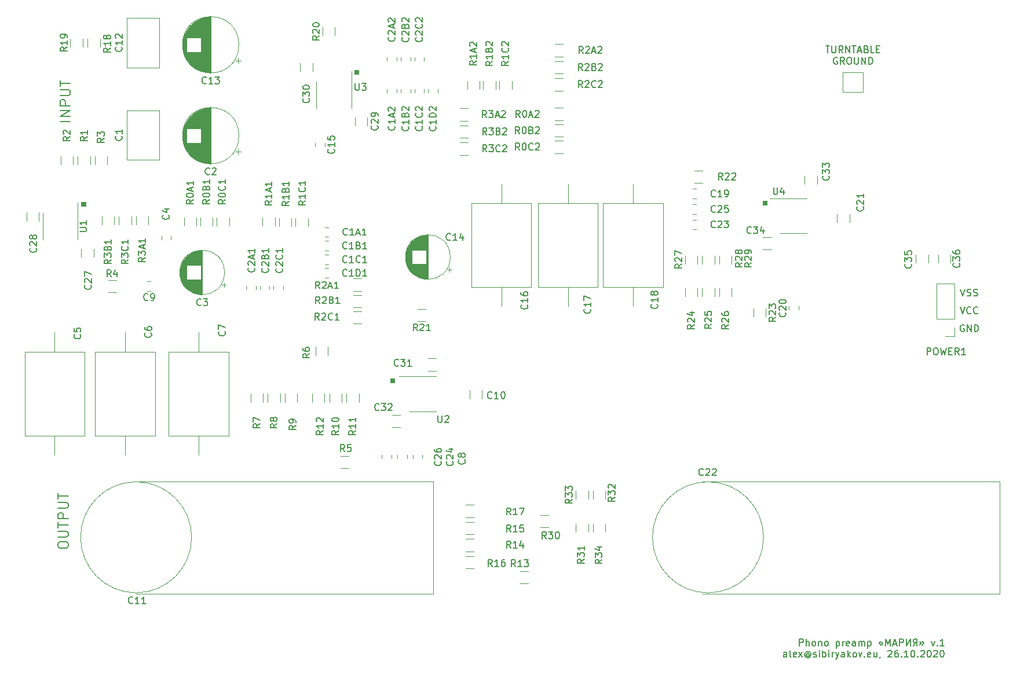
<source format=gbr>
G04 #@! TF.GenerationSoftware,KiCad,Pcbnew,(5.1.5-0)*
G04 #@! TF.CreationDate,2020-11-01T19:49:13+01:00*
G04 #@! TF.ProjectId,Phono preamp,50686f6e-6f20-4707-9265-616d702e6b69,rev?*
G04 #@! TF.SameCoordinates,Original*
G04 #@! TF.FileFunction,Legend,Top*
G04 #@! TF.FilePolarity,Positive*
%FSLAX46Y46*%
G04 Gerber Fmt 4.6, Leading zero omitted, Abs format (unit mm)*
G04 Created by KiCad (PCBNEW (5.1.5-0)) date 2020-11-01 19:49:13*
%MOMM*%
%LPD*%
G04 APERTURE LIST*
%ADD10C,0.150000*%
%ADD11C,0.120000*%
%ADD12C,0.100000*%
G04 APERTURE END LIST*
D10*
X203638095Y-112700000D02*
X203542857Y-112652380D01*
X203400000Y-112652380D01*
X203257142Y-112700000D01*
X203161904Y-112795238D01*
X203114285Y-112890476D01*
X203066666Y-113080952D01*
X203066666Y-113223809D01*
X203114285Y-113414285D01*
X203161904Y-113509523D01*
X203257142Y-113604761D01*
X203400000Y-113652380D01*
X203495238Y-113652380D01*
X203638095Y-113604761D01*
X203685714Y-113557142D01*
X203685714Y-113223809D01*
X203495238Y-113223809D01*
X204114285Y-113652380D02*
X204114285Y-112652380D01*
X204685714Y-113652380D01*
X204685714Y-112652380D01*
X205161904Y-113652380D02*
X205161904Y-112652380D01*
X205400000Y-112652380D01*
X205542857Y-112700000D01*
X205638095Y-112795238D01*
X205685714Y-112890476D01*
X205733333Y-113080952D01*
X205733333Y-113223809D01*
X205685714Y-113414285D01*
X205638095Y-113509523D01*
X205542857Y-113604761D01*
X205400000Y-113652380D01*
X205161904Y-113652380D01*
X203066666Y-110052380D02*
X203400000Y-111052380D01*
X203733333Y-110052380D01*
X204638095Y-110957142D02*
X204590476Y-111004761D01*
X204447619Y-111052380D01*
X204352380Y-111052380D01*
X204209523Y-111004761D01*
X204114285Y-110909523D01*
X204066666Y-110814285D01*
X204019047Y-110623809D01*
X204019047Y-110480952D01*
X204066666Y-110290476D01*
X204114285Y-110195238D01*
X204209523Y-110100000D01*
X204352380Y-110052380D01*
X204447619Y-110052380D01*
X204590476Y-110100000D01*
X204638095Y-110147619D01*
X205638095Y-110957142D02*
X205590476Y-111004761D01*
X205447619Y-111052380D01*
X205352380Y-111052380D01*
X205209523Y-111004761D01*
X205114285Y-110909523D01*
X205066666Y-110814285D01*
X205019047Y-110623809D01*
X205019047Y-110480952D01*
X205066666Y-110290476D01*
X205114285Y-110195238D01*
X205209523Y-110100000D01*
X205352380Y-110052380D01*
X205447619Y-110052380D01*
X205590476Y-110100000D01*
X205638095Y-110147619D01*
X203114285Y-107452380D02*
X203447619Y-108452380D01*
X203780952Y-107452380D01*
X204066666Y-108404761D02*
X204209523Y-108452380D01*
X204447619Y-108452380D01*
X204542857Y-108404761D01*
X204590476Y-108357142D01*
X204638095Y-108261904D01*
X204638095Y-108166666D01*
X204590476Y-108071428D01*
X204542857Y-108023809D01*
X204447619Y-107976190D01*
X204257142Y-107928571D01*
X204161904Y-107880952D01*
X204114285Y-107833333D01*
X204066666Y-107738095D01*
X204066666Y-107642857D01*
X204114285Y-107547619D01*
X204161904Y-107500000D01*
X204257142Y-107452380D01*
X204495238Y-107452380D01*
X204638095Y-107500000D01*
X205019047Y-108404761D02*
X205161904Y-108452380D01*
X205400000Y-108452380D01*
X205495238Y-108404761D01*
X205542857Y-108357142D01*
X205590476Y-108261904D01*
X205590476Y-108166666D01*
X205542857Y-108071428D01*
X205495238Y-108023809D01*
X205400000Y-107976190D01*
X205209523Y-107928571D01*
X205114285Y-107880952D01*
X205066666Y-107833333D01*
X205019047Y-107738095D01*
X205019047Y-107642857D01*
X205066666Y-107547619D01*
X205114285Y-107500000D01*
X205209523Y-107452380D01*
X205447619Y-107452380D01*
X205590476Y-107500000D01*
D11*
X208800000Y-152000000D02*
X165400000Y-152000000D01*
X208800000Y-135630000D02*
X208800000Y-152000000D01*
X165400000Y-135630000D02*
X208800000Y-135630000D01*
X126000000Y-152000000D02*
X82600000Y-152000000D01*
X126000000Y-135630000D02*
X126000000Y-152000000D01*
X82600000Y-135630000D02*
X126000000Y-135630000D01*
D10*
X183400000Y-71877380D02*
X183971428Y-71877380D01*
X183685714Y-72877380D02*
X183685714Y-71877380D01*
X184304761Y-71877380D02*
X184304761Y-72686904D01*
X184352380Y-72782142D01*
X184400000Y-72829761D01*
X184495238Y-72877380D01*
X184685714Y-72877380D01*
X184780952Y-72829761D01*
X184828571Y-72782142D01*
X184876190Y-72686904D01*
X184876190Y-71877380D01*
X185923809Y-72877380D02*
X185590476Y-72401190D01*
X185352380Y-72877380D02*
X185352380Y-71877380D01*
X185733333Y-71877380D01*
X185828571Y-71925000D01*
X185876190Y-71972619D01*
X185923809Y-72067857D01*
X185923809Y-72210714D01*
X185876190Y-72305952D01*
X185828571Y-72353571D01*
X185733333Y-72401190D01*
X185352380Y-72401190D01*
X186352380Y-72877380D02*
X186352380Y-71877380D01*
X186923809Y-72877380D01*
X186923809Y-71877380D01*
X187257142Y-71877380D02*
X187828571Y-71877380D01*
X187542857Y-72877380D02*
X187542857Y-71877380D01*
X188114285Y-72591666D02*
X188590476Y-72591666D01*
X188019047Y-72877380D02*
X188352380Y-71877380D01*
X188685714Y-72877380D01*
X189352380Y-72353571D02*
X189495238Y-72401190D01*
X189542857Y-72448809D01*
X189590476Y-72544047D01*
X189590476Y-72686904D01*
X189542857Y-72782142D01*
X189495238Y-72829761D01*
X189400000Y-72877380D01*
X189019047Y-72877380D01*
X189019047Y-71877380D01*
X189352380Y-71877380D01*
X189447619Y-71925000D01*
X189495238Y-71972619D01*
X189542857Y-72067857D01*
X189542857Y-72163095D01*
X189495238Y-72258333D01*
X189447619Y-72305952D01*
X189352380Y-72353571D01*
X189019047Y-72353571D01*
X190495238Y-72877380D02*
X190019047Y-72877380D01*
X190019047Y-71877380D01*
X190828571Y-72353571D02*
X191161904Y-72353571D01*
X191304761Y-72877380D02*
X190828571Y-72877380D01*
X190828571Y-71877380D01*
X191304761Y-71877380D01*
X185090476Y-73575000D02*
X184995238Y-73527380D01*
X184852380Y-73527380D01*
X184709523Y-73575000D01*
X184614285Y-73670238D01*
X184566666Y-73765476D01*
X184519047Y-73955952D01*
X184519047Y-74098809D01*
X184566666Y-74289285D01*
X184614285Y-74384523D01*
X184709523Y-74479761D01*
X184852380Y-74527380D01*
X184947619Y-74527380D01*
X185090476Y-74479761D01*
X185138095Y-74432142D01*
X185138095Y-74098809D01*
X184947619Y-74098809D01*
X186138095Y-74527380D02*
X185804761Y-74051190D01*
X185566666Y-74527380D02*
X185566666Y-73527380D01*
X185947619Y-73527380D01*
X186042857Y-73575000D01*
X186090476Y-73622619D01*
X186138095Y-73717857D01*
X186138095Y-73860714D01*
X186090476Y-73955952D01*
X186042857Y-74003571D01*
X185947619Y-74051190D01*
X185566666Y-74051190D01*
X186757142Y-73527380D02*
X186947619Y-73527380D01*
X187042857Y-73575000D01*
X187138095Y-73670238D01*
X187185714Y-73860714D01*
X187185714Y-74194047D01*
X187138095Y-74384523D01*
X187042857Y-74479761D01*
X186947619Y-74527380D01*
X186757142Y-74527380D01*
X186661904Y-74479761D01*
X186566666Y-74384523D01*
X186519047Y-74194047D01*
X186519047Y-73860714D01*
X186566666Y-73670238D01*
X186661904Y-73575000D01*
X186757142Y-73527380D01*
X187614285Y-73527380D02*
X187614285Y-74336904D01*
X187661904Y-74432142D01*
X187709523Y-74479761D01*
X187804761Y-74527380D01*
X187995238Y-74527380D01*
X188090476Y-74479761D01*
X188138095Y-74432142D01*
X188185714Y-74336904D01*
X188185714Y-73527380D01*
X188661904Y-74527380D02*
X188661904Y-73527380D01*
X189233333Y-74527380D01*
X189233333Y-73527380D01*
X189709523Y-74527380D02*
X189709523Y-73527380D01*
X189947619Y-73527380D01*
X190090476Y-73575000D01*
X190185714Y-73670238D01*
X190233333Y-73765476D01*
X190280952Y-73955952D01*
X190280952Y-74098809D01*
X190233333Y-74289285D01*
X190185714Y-74384523D01*
X190090476Y-74479761D01*
X189947619Y-74527380D01*
X189709523Y-74527380D01*
X179569166Y-159627380D02*
X179569166Y-158627380D01*
X179950119Y-158627380D01*
X180045357Y-158675000D01*
X180092976Y-158722619D01*
X180140595Y-158817857D01*
X180140595Y-158960714D01*
X180092976Y-159055952D01*
X180045357Y-159103571D01*
X179950119Y-159151190D01*
X179569166Y-159151190D01*
X180569166Y-159627380D02*
X180569166Y-158627380D01*
X180997738Y-159627380D02*
X180997738Y-159103571D01*
X180950119Y-159008333D01*
X180854880Y-158960714D01*
X180712023Y-158960714D01*
X180616785Y-159008333D01*
X180569166Y-159055952D01*
X181616785Y-159627380D02*
X181521547Y-159579761D01*
X181473928Y-159532142D01*
X181426309Y-159436904D01*
X181426309Y-159151190D01*
X181473928Y-159055952D01*
X181521547Y-159008333D01*
X181616785Y-158960714D01*
X181759642Y-158960714D01*
X181854880Y-159008333D01*
X181902500Y-159055952D01*
X181950119Y-159151190D01*
X181950119Y-159436904D01*
X181902500Y-159532142D01*
X181854880Y-159579761D01*
X181759642Y-159627380D01*
X181616785Y-159627380D01*
X182378690Y-158960714D02*
X182378690Y-159627380D01*
X182378690Y-159055952D02*
X182426309Y-159008333D01*
X182521547Y-158960714D01*
X182664404Y-158960714D01*
X182759642Y-159008333D01*
X182807261Y-159103571D01*
X182807261Y-159627380D01*
X183426309Y-159627380D02*
X183331071Y-159579761D01*
X183283452Y-159532142D01*
X183235833Y-159436904D01*
X183235833Y-159151190D01*
X183283452Y-159055952D01*
X183331071Y-159008333D01*
X183426309Y-158960714D01*
X183569166Y-158960714D01*
X183664404Y-159008333D01*
X183712023Y-159055952D01*
X183759642Y-159151190D01*
X183759642Y-159436904D01*
X183712023Y-159532142D01*
X183664404Y-159579761D01*
X183569166Y-159627380D01*
X183426309Y-159627380D01*
X184950119Y-158960714D02*
X184950119Y-159960714D01*
X184950119Y-159008333D02*
X185045357Y-158960714D01*
X185235833Y-158960714D01*
X185331071Y-159008333D01*
X185378690Y-159055952D01*
X185426309Y-159151190D01*
X185426309Y-159436904D01*
X185378690Y-159532142D01*
X185331071Y-159579761D01*
X185235833Y-159627380D01*
X185045357Y-159627380D01*
X184950119Y-159579761D01*
X185854880Y-159627380D02*
X185854880Y-158960714D01*
X185854880Y-159151190D02*
X185902500Y-159055952D01*
X185950119Y-159008333D01*
X186045357Y-158960714D01*
X186140595Y-158960714D01*
X186854880Y-159579761D02*
X186759642Y-159627380D01*
X186569166Y-159627380D01*
X186473928Y-159579761D01*
X186426309Y-159484523D01*
X186426309Y-159103571D01*
X186473928Y-159008333D01*
X186569166Y-158960714D01*
X186759642Y-158960714D01*
X186854880Y-159008333D01*
X186902500Y-159103571D01*
X186902500Y-159198809D01*
X186426309Y-159294047D01*
X187759642Y-159627380D02*
X187759642Y-159103571D01*
X187712023Y-159008333D01*
X187616785Y-158960714D01*
X187426309Y-158960714D01*
X187331071Y-159008333D01*
X187759642Y-159579761D02*
X187664404Y-159627380D01*
X187426309Y-159627380D01*
X187331071Y-159579761D01*
X187283452Y-159484523D01*
X187283452Y-159389285D01*
X187331071Y-159294047D01*
X187426309Y-159246428D01*
X187664404Y-159246428D01*
X187759642Y-159198809D01*
X188235833Y-159627380D02*
X188235833Y-158960714D01*
X188235833Y-159055952D02*
X188283452Y-159008333D01*
X188378690Y-158960714D01*
X188521547Y-158960714D01*
X188616785Y-159008333D01*
X188664404Y-159103571D01*
X188664404Y-159627380D01*
X188664404Y-159103571D02*
X188712023Y-159008333D01*
X188807261Y-158960714D01*
X188950119Y-158960714D01*
X189045357Y-159008333D01*
X189092976Y-159103571D01*
X189092976Y-159627380D01*
X189569166Y-158960714D02*
X189569166Y-159960714D01*
X189569166Y-159008333D02*
X189664404Y-158960714D01*
X189854880Y-158960714D01*
X189950119Y-159008333D01*
X189997738Y-159055952D01*
X190045357Y-159151190D01*
X190045357Y-159436904D01*
X189997738Y-159532142D01*
X189950119Y-159579761D01*
X189854880Y-159627380D01*
X189664404Y-159627380D01*
X189569166Y-159579761D01*
X191473928Y-158960714D02*
X191188214Y-159246428D01*
X191473928Y-159532142D01*
X191759642Y-159436904D02*
X191569166Y-159246428D01*
X191759642Y-159055952D01*
X192188214Y-159627380D02*
X192188214Y-158627380D01*
X192521547Y-159341666D01*
X192854880Y-158627380D01*
X192854880Y-159627380D01*
X193283452Y-159341666D02*
X193759642Y-159341666D01*
X193188214Y-159627380D02*
X193521547Y-158627380D01*
X193854880Y-159627380D01*
X194188214Y-159627380D02*
X194188214Y-158627380D01*
X194569166Y-158627380D01*
X194664404Y-158675000D01*
X194712023Y-158722619D01*
X194759642Y-158817857D01*
X194759642Y-158960714D01*
X194712023Y-159055952D01*
X194664404Y-159103571D01*
X194569166Y-159151190D01*
X194188214Y-159151190D01*
X195188214Y-158627380D02*
X195188214Y-159627380D01*
X195759642Y-158627380D01*
X195759642Y-159627380D01*
X196521547Y-159151190D02*
X196188214Y-159627380D01*
X196759642Y-159627380D02*
X196759642Y-158627380D01*
X196378690Y-158627380D01*
X196283452Y-158675000D01*
X196235833Y-158722619D01*
X196188214Y-158817857D01*
X196188214Y-158960714D01*
X196235833Y-159055952D01*
X196283452Y-159103571D01*
X196378690Y-159151190D01*
X196759642Y-159151190D01*
X197473928Y-158960714D02*
X197759642Y-159246428D01*
X197473928Y-159532142D01*
X197188214Y-159436904D02*
X197378690Y-159246428D01*
X197188214Y-159055952D01*
X198854880Y-158960714D02*
X199092976Y-159627380D01*
X199331071Y-158960714D01*
X199712023Y-159532142D02*
X199759642Y-159579761D01*
X199712023Y-159627380D01*
X199664404Y-159579761D01*
X199712023Y-159532142D01*
X199712023Y-159627380D01*
X200712023Y-159627380D02*
X200140595Y-159627380D01*
X200426309Y-159627380D02*
X200426309Y-158627380D01*
X200331071Y-158770238D01*
X200235833Y-158865476D01*
X200140595Y-158913095D01*
X177712023Y-161277380D02*
X177712023Y-160753571D01*
X177664404Y-160658333D01*
X177569166Y-160610714D01*
X177378690Y-160610714D01*
X177283452Y-160658333D01*
X177712023Y-161229761D02*
X177616785Y-161277380D01*
X177378690Y-161277380D01*
X177283452Y-161229761D01*
X177235833Y-161134523D01*
X177235833Y-161039285D01*
X177283452Y-160944047D01*
X177378690Y-160896428D01*
X177616785Y-160896428D01*
X177712023Y-160848809D01*
X178331071Y-161277380D02*
X178235833Y-161229761D01*
X178188214Y-161134523D01*
X178188214Y-160277380D01*
X179092976Y-161229761D02*
X178997738Y-161277380D01*
X178807261Y-161277380D01*
X178712023Y-161229761D01*
X178664404Y-161134523D01*
X178664404Y-160753571D01*
X178712023Y-160658333D01*
X178807261Y-160610714D01*
X178997738Y-160610714D01*
X179092976Y-160658333D01*
X179140595Y-160753571D01*
X179140595Y-160848809D01*
X178664404Y-160944047D01*
X179473928Y-161277380D02*
X179997738Y-160610714D01*
X179473928Y-160610714D02*
X179997738Y-161277380D01*
X180997738Y-160801190D02*
X180950119Y-160753571D01*
X180854880Y-160705952D01*
X180759642Y-160705952D01*
X180664404Y-160753571D01*
X180616785Y-160801190D01*
X180569166Y-160896428D01*
X180569166Y-160991666D01*
X180616785Y-161086904D01*
X180664404Y-161134523D01*
X180759642Y-161182142D01*
X180854880Y-161182142D01*
X180950119Y-161134523D01*
X180997738Y-161086904D01*
X180997738Y-160705952D02*
X180997738Y-161086904D01*
X181045357Y-161134523D01*
X181092976Y-161134523D01*
X181188214Y-161086904D01*
X181235833Y-160991666D01*
X181235833Y-160753571D01*
X181140595Y-160610714D01*
X180997738Y-160515476D01*
X180807261Y-160467857D01*
X180616785Y-160515476D01*
X180473928Y-160610714D01*
X180378690Y-160753571D01*
X180331071Y-160944047D01*
X180378690Y-161134523D01*
X180473928Y-161277380D01*
X180616785Y-161372619D01*
X180807261Y-161420238D01*
X180997738Y-161372619D01*
X181140595Y-161277380D01*
X181616785Y-161229761D02*
X181712023Y-161277380D01*
X181902500Y-161277380D01*
X181997738Y-161229761D01*
X182045357Y-161134523D01*
X182045357Y-161086904D01*
X181997738Y-160991666D01*
X181902500Y-160944047D01*
X181759642Y-160944047D01*
X181664404Y-160896428D01*
X181616785Y-160801190D01*
X181616785Y-160753571D01*
X181664404Y-160658333D01*
X181759642Y-160610714D01*
X181902500Y-160610714D01*
X181997738Y-160658333D01*
X182473928Y-161277380D02*
X182473928Y-160610714D01*
X182473928Y-160277380D02*
X182426309Y-160325000D01*
X182473928Y-160372619D01*
X182521547Y-160325000D01*
X182473928Y-160277380D01*
X182473928Y-160372619D01*
X182950119Y-161277380D02*
X182950119Y-160277380D01*
X182950119Y-160658333D02*
X183045357Y-160610714D01*
X183235833Y-160610714D01*
X183331071Y-160658333D01*
X183378690Y-160705952D01*
X183426309Y-160801190D01*
X183426309Y-161086904D01*
X183378690Y-161182142D01*
X183331071Y-161229761D01*
X183235833Y-161277380D01*
X183045357Y-161277380D01*
X182950119Y-161229761D01*
X183854880Y-161277380D02*
X183854880Y-160610714D01*
X183854880Y-160277380D02*
X183807261Y-160325000D01*
X183854880Y-160372619D01*
X183902500Y-160325000D01*
X183854880Y-160277380D01*
X183854880Y-160372619D01*
X184331071Y-161277380D02*
X184331071Y-160610714D01*
X184331071Y-160801190D02*
X184378690Y-160705952D01*
X184426309Y-160658333D01*
X184521547Y-160610714D01*
X184616785Y-160610714D01*
X184854880Y-160610714D02*
X185092976Y-161277380D01*
X185331071Y-160610714D02*
X185092976Y-161277380D01*
X184997738Y-161515476D01*
X184950119Y-161563095D01*
X184854880Y-161610714D01*
X186140595Y-161277380D02*
X186140595Y-160753571D01*
X186092976Y-160658333D01*
X185997738Y-160610714D01*
X185807261Y-160610714D01*
X185712023Y-160658333D01*
X186140595Y-161229761D02*
X186045357Y-161277380D01*
X185807261Y-161277380D01*
X185712023Y-161229761D01*
X185664404Y-161134523D01*
X185664404Y-161039285D01*
X185712023Y-160944047D01*
X185807261Y-160896428D01*
X186045357Y-160896428D01*
X186140595Y-160848809D01*
X186616785Y-161277380D02*
X186616785Y-160277380D01*
X186712023Y-160896428D02*
X186997738Y-161277380D01*
X186997738Y-160610714D02*
X186616785Y-160991666D01*
X187569166Y-161277380D02*
X187473928Y-161229761D01*
X187426309Y-161182142D01*
X187378690Y-161086904D01*
X187378690Y-160801190D01*
X187426309Y-160705952D01*
X187473928Y-160658333D01*
X187569166Y-160610714D01*
X187712023Y-160610714D01*
X187807261Y-160658333D01*
X187854880Y-160705952D01*
X187902500Y-160801190D01*
X187902500Y-161086904D01*
X187854880Y-161182142D01*
X187807261Y-161229761D01*
X187712023Y-161277380D01*
X187569166Y-161277380D01*
X188235833Y-160610714D02*
X188473928Y-161277380D01*
X188712023Y-160610714D01*
X189092976Y-161182142D02*
X189140595Y-161229761D01*
X189092976Y-161277380D01*
X189045357Y-161229761D01*
X189092976Y-161182142D01*
X189092976Y-161277380D01*
X189950119Y-161229761D02*
X189854880Y-161277380D01*
X189664404Y-161277380D01*
X189569166Y-161229761D01*
X189521547Y-161134523D01*
X189521547Y-160753571D01*
X189569166Y-160658333D01*
X189664404Y-160610714D01*
X189854880Y-160610714D01*
X189950119Y-160658333D01*
X189997738Y-160753571D01*
X189997738Y-160848809D01*
X189521547Y-160944047D01*
X190854880Y-160610714D02*
X190854880Y-161277380D01*
X190426309Y-160610714D02*
X190426309Y-161134523D01*
X190473928Y-161229761D01*
X190569166Y-161277380D01*
X190712023Y-161277380D01*
X190807261Y-161229761D01*
X190854880Y-161182142D01*
X191378690Y-161229761D02*
X191378690Y-161277380D01*
X191331071Y-161372619D01*
X191283452Y-161420238D01*
X192521547Y-160372619D02*
X192569166Y-160325000D01*
X192664404Y-160277380D01*
X192902500Y-160277380D01*
X192997738Y-160325000D01*
X193045357Y-160372619D01*
X193092976Y-160467857D01*
X193092976Y-160563095D01*
X193045357Y-160705952D01*
X192473928Y-161277380D01*
X193092976Y-161277380D01*
X193950119Y-160277380D02*
X193759642Y-160277380D01*
X193664404Y-160325000D01*
X193616785Y-160372619D01*
X193521547Y-160515476D01*
X193473928Y-160705952D01*
X193473928Y-161086904D01*
X193521547Y-161182142D01*
X193569166Y-161229761D01*
X193664404Y-161277380D01*
X193854880Y-161277380D01*
X193950119Y-161229761D01*
X193997738Y-161182142D01*
X194045357Y-161086904D01*
X194045357Y-160848809D01*
X193997738Y-160753571D01*
X193950119Y-160705952D01*
X193854880Y-160658333D01*
X193664404Y-160658333D01*
X193569166Y-160705952D01*
X193521547Y-160753571D01*
X193473928Y-160848809D01*
X194473928Y-161182142D02*
X194521547Y-161229761D01*
X194473928Y-161277380D01*
X194426309Y-161229761D01*
X194473928Y-161182142D01*
X194473928Y-161277380D01*
X195473928Y-161277380D02*
X194902500Y-161277380D01*
X195188214Y-161277380D02*
X195188214Y-160277380D01*
X195092976Y-160420238D01*
X194997738Y-160515476D01*
X194902500Y-160563095D01*
X196092976Y-160277380D02*
X196188214Y-160277380D01*
X196283452Y-160325000D01*
X196331071Y-160372619D01*
X196378690Y-160467857D01*
X196426309Y-160658333D01*
X196426309Y-160896428D01*
X196378690Y-161086904D01*
X196331071Y-161182142D01*
X196283452Y-161229761D01*
X196188214Y-161277380D01*
X196092976Y-161277380D01*
X195997738Y-161229761D01*
X195950119Y-161182142D01*
X195902500Y-161086904D01*
X195854880Y-160896428D01*
X195854880Y-160658333D01*
X195902500Y-160467857D01*
X195950119Y-160372619D01*
X195997738Y-160325000D01*
X196092976Y-160277380D01*
X196854880Y-161182142D02*
X196902500Y-161229761D01*
X196854880Y-161277380D01*
X196807261Y-161229761D01*
X196854880Y-161182142D01*
X196854880Y-161277380D01*
X197283452Y-160372619D02*
X197331071Y-160325000D01*
X197426309Y-160277380D01*
X197664404Y-160277380D01*
X197759642Y-160325000D01*
X197807261Y-160372619D01*
X197854880Y-160467857D01*
X197854880Y-160563095D01*
X197807261Y-160705952D01*
X197235833Y-161277380D01*
X197854880Y-161277380D01*
X198473928Y-160277380D02*
X198569166Y-160277380D01*
X198664404Y-160325000D01*
X198712023Y-160372619D01*
X198759642Y-160467857D01*
X198807261Y-160658333D01*
X198807261Y-160896428D01*
X198759642Y-161086904D01*
X198712023Y-161182142D01*
X198664404Y-161229761D01*
X198569166Y-161277380D01*
X198473928Y-161277380D01*
X198378690Y-161229761D01*
X198331071Y-161182142D01*
X198283452Y-161086904D01*
X198235833Y-160896428D01*
X198235833Y-160658333D01*
X198283452Y-160467857D01*
X198331071Y-160372619D01*
X198378690Y-160325000D01*
X198473928Y-160277380D01*
X199188214Y-160372619D02*
X199235833Y-160325000D01*
X199331071Y-160277380D01*
X199569166Y-160277380D01*
X199664404Y-160325000D01*
X199712023Y-160372619D01*
X199759642Y-160467857D01*
X199759642Y-160563095D01*
X199712023Y-160705952D01*
X199140595Y-161277380D01*
X199759642Y-161277380D01*
X200378690Y-160277380D02*
X200473928Y-160277380D01*
X200569166Y-160325000D01*
X200616785Y-160372619D01*
X200664404Y-160467857D01*
X200712023Y-160658333D01*
X200712023Y-160896428D01*
X200664404Y-161086904D01*
X200616785Y-161182142D01*
X200569166Y-161229761D01*
X200473928Y-161277380D01*
X200378690Y-161277380D01*
X200283452Y-161229761D01*
X200235833Y-161182142D01*
X200188214Y-161086904D01*
X200140595Y-160896428D01*
X200140595Y-160658333D01*
X200188214Y-160467857D01*
X200235833Y-160372619D01*
X200283452Y-160325000D01*
X200378690Y-160277380D01*
D12*
G36*
X174800000Y-95100000D02*
G01*
X174200000Y-95100000D01*
X174200000Y-94500000D01*
X174800000Y-94500000D01*
X174800000Y-95100000D01*
G37*
X174800000Y-95100000D02*
X174200000Y-95100000D01*
X174200000Y-94500000D01*
X174800000Y-94500000D01*
X174800000Y-95100000D01*
G36*
X115100000Y-76000000D02*
G01*
X114500000Y-76000000D01*
X114500000Y-75400000D01*
X115100000Y-75400000D01*
X115100000Y-76000000D01*
G37*
X115100000Y-76000000D02*
X114500000Y-76000000D01*
X114500000Y-75400000D01*
X115100000Y-75400000D01*
X115100000Y-76000000D01*
G36*
X75200000Y-95300000D02*
G01*
X74600000Y-95300000D01*
X74600000Y-94700000D01*
X75200000Y-94700000D01*
X75200000Y-95300000D01*
G37*
X75200000Y-95300000D02*
X74600000Y-95300000D01*
X74600000Y-94700000D01*
X75200000Y-94700000D01*
X75200000Y-95300000D01*
G36*
X120400000Y-121100000D02*
G01*
X119800000Y-121100000D01*
X119800000Y-120500000D01*
X120400000Y-120500000D01*
X120400000Y-121100000D01*
G37*
X120400000Y-121100000D02*
X119800000Y-121100000D01*
X119800000Y-120500000D01*
X120400000Y-120500000D01*
X120400000Y-121100000D01*
D10*
X71178571Y-145007142D02*
X71178571Y-144721428D01*
X71250000Y-144578571D01*
X71392857Y-144435714D01*
X71678571Y-144364285D01*
X72178571Y-144364285D01*
X72464285Y-144435714D01*
X72607142Y-144578571D01*
X72678571Y-144721428D01*
X72678571Y-145007142D01*
X72607142Y-145150000D01*
X72464285Y-145292857D01*
X72178571Y-145364285D01*
X71678571Y-145364285D01*
X71392857Y-145292857D01*
X71250000Y-145150000D01*
X71178571Y-145007142D01*
X71178571Y-143721428D02*
X72392857Y-143721428D01*
X72535714Y-143650000D01*
X72607142Y-143578571D01*
X72678571Y-143435714D01*
X72678571Y-143150000D01*
X72607142Y-143007142D01*
X72535714Y-142935714D01*
X72392857Y-142864285D01*
X71178571Y-142864285D01*
X71178571Y-142364285D02*
X71178571Y-141507142D01*
X72678571Y-141935714D02*
X71178571Y-141935714D01*
X72678571Y-141007142D02*
X71178571Y-141007142D01*
X71178571Y-140435714D01*
X71250000Y-140292857D01*
X71321428Y-140221428D01*
X71464285Y-140150000D01*
X71678571Y-140150000D01*
X71821428Y-140221428D01*
X71892857Y-140292857D01*
X71964285Y-140435714D01*
X71964285Y-141007142D01*
X71178571Y-139507142D02*
X72392857Y-139507142D01*
X72535714Y-139435714D01*
X72607142Y-139364285D01*
X72678571Y-139221428D01*
X72678571Y-138935714D01*
X72607142Y-138792857D01*
X72535714Y-138721428D01*
X72392857Y-138650000D01*
X71178571Y-138650000D01*
X71178571Y-138150000D02*
X71178571Y-137292857D01*
X72678571Y-137721428D02*
X71178571Y-137721428D01*
X72978571Y-82892857D02*
X71478571Y-82892857D01*
X72978571Y-82178571D02*
X71478571Y-82178571D01*
X72978571Y-81321428D01*
X71478571Y-81321428D01*
X72978571Y-80607142D02*
X71478571Y-80607142D01*
X71478571Y-80035714D01*
X71550000Y-79892857D01*
X71621428Y-79821428D01*
X71764285Y-79750000D01*
X71978571Y-79750000D01*
X72121428Y-79821428D01*
X72192857Y-79892857D01*
X72264285Y-80035714D01*
X72264285Y-80607142D01*
X71478571Y-79107142D02*
X72692857Y-79107142D01*
X72835714Y-79035714D01*
X72907142Y-78964285D01*
X72978571Y-78821428D01*
X72978571Y-78535714D01*
X72907142Y-78392857D01*
X72835714Y-78321428D01*
X72692857Y-78250000D01*
X71478571Y-78250000D01*
X71478571Y-77750000D02*
X71478571Y-76892857D01*
X72978571Y-77321428D02*
X71478571Y-77321428D01*
D11*
X202230000Y-114380000D02*
X200900000Y-114380000D01*
X202230000Y-113050000D02*
X202230000Y-114380000D01*
X202230000Y-111780000D02*
X199570000Y-111780000D01*
X199570000Y-111780000D02*
X199570000Y-106640000D01*
X202230000Y-111780000D02*
X202230000Y-106640000D01*
X202230000Y-106640000D02*
X199570000Y-106640000D01*
X185900000Y-78600000D02*
X188900000Y-78600000D01*
X185900000Y-75750000D02*
X185900000Y-78600000D01*
X188900000Y-75750000D02*
X188900000Y-78600000D01*
X185900000Y-75750000D02*
X188900000Y-75750000D01*
X178700000Y-94190000D02*
X175250000Y-94190000D01*
X178700000Y-94190000D02*
X180650000Y-94190000D01*
X178700000Y-99310000D02*
X176750000Y-99310000D01*
X178700000Y-99310000D02*
X180650000Y-99310000D01*
X114060000Y-79000000D02*
X114060000Y-75550000D01*
X114060000Y-79000000D02*
X114060000Y-80950000D01*
X108940000Y-79000000D02*
X108940000Y-77050000D01*
X108940000Y-79000000D02*
X108940000Y-80950000D01*
X124500000Y-120190000D02*
X121050000Y-120190000D01*
X124500000Y-120190000D02*
X126450000Y-120190000D01*
X124500000Y-125310000D02*
X122550000Y-125310000D01*
X124500000Y-125310000D02*
X126450000Y-125310000D01*
X129947936Y-87810000D02*
X131152064Y-87810000D01*
X129947936Y-85990000D02*
X131152064Y-85990000D01*
X81910000Y-98002064D02*
X81910000Y-96797936D01*
X80090000Y-98002064D02*
X80090000Y-96797936D01*
X129947936Y-85310000D02*
X131152064Y-85310000D01*
X129947936Y-83490000D02*
X131152064Y-83490000D01*
X79410000Y-98002064D02*
X79410000Y-96797936D01*
X77590000Y-98002064D02*
X77590000Y-96797936D01*
X129947936Y-82810000D02*
X131152064Y-82810000D01*
X129947936Y-80990000D02*
X131152064Y-80990000D01*
X84410000Y-98002064D02*
X84410000Y-96797936D01*
X82590000Y-98002064D02*
X82590000Y-96797936D01*
X143797936Y-78410000D02*
X145002064Y-78410000D01*
X143797936Y-76590000D02*
X145002064Y-76590000D01*
X114347936Y-112510000D02*
X115552064Y-112510000D01*
X114347936Y-110690000D02*
X115552064Y-110690000D01*
X143797936Y-75910000D02*
X145002064Y-75910000D01*
X143797936Y-74090000D02*
X145002064Y-74090000D01*
X114347936Y-110110000D02*
X115552064Y-110110000D01*
X114347936Y-108290000D02*
X115552064Y-108290000D01*
X143797936Y-73410000D02*
X145002064Y-73410000D01*
X143797936Y-71590000D02*
X145002064Y-71590000D01*
X114347936Y-107710000D02*
X115552064Y-107710000D01*
X114347936Y-105890000D02*
X115552064Y-105890000D01*
X137510000Y-78202064D02*
X137510000Y-76997936D01*
X135690000Y-78202064D02*
X135690000Y-76997936D01*
X107710000Y-98252064D02*
X107710000Y-97047936D01*
X105890000Y-98252064D02*
X105890000Y-97047936D01*
X135160000Y-78202064D02*
X135160000Y-76997936D01*
X133340000Y-78202064D02*
X133340000Y-76997936D01*
X105310000Y-98252064D02*
X105310000Y-97047936D01*
X103490000Y-98252064D02*
X103490000Y-97047936D01*
X130990000Y-76997936D02*
X130990000Y-78202064D01*
X132810000Y-76997936D02*
X132810000Y-78202064D01*
X101090000Y-96997936D02*
X101090000Y-98202064D01*
X102910000Y-96997936D02*
X102910000Y-98202064D01*
X145002064Y-85740000D02*
X143797936Y-85740000D01*
X145002064Y-87560000D02*
X143797936Y-87560000D01*
X94390000Y-96997936D02*
X94390000Y-98202064D01*
X96210000Y-96997936D02*
X96210000Y-98202064D01*
X145002064Y-83340000D02*
X143797936Y-83340000D01*
X145002064Y-85160000D02*
X143797936Y-85160000D01*
X91990000Y-96997936D02*
X91990000Y-98202064D01*
X93810000Y-96997936D02*
X93810000Y-98202064D01*
X145002064Y-80940000D02*
X143797936Y-80940000D01*
X145002064Y-82760000D02*
X143797936Y-82760000D01*
X89590000Y-96997936D02*
X89590000Y-98202064D01*
X91410000Y-96997936D02*
X91410000Y-98202064D01*
X151210000Y-142952064D02*
X151210000Y-141747936D01*
X149390000Y-142952064D02*
X149390000Y-141747936D01*
X151210000Y-138152064D02*
X151210000Y-136947936D01*
X149390000Y-138152064D02*
X149390000Y-136947936D01*
X146890000Y-136947936D02*
X146890000Y-138152064D01*
X148710000Y-136947936D02*
X148710000Y-138152064D01*
X148710000Y-142952064D02*
X148710000Y-141747936D01*
X146890000Y-142952064D02*
X146890000Y-141747936D01*
X142902064Y-140490000D02*
X141697936Y-140490000D01*
X142902064Y-142310000D02*
X141697936Y-142310000D01*
X167840000Y-102547936D02*
X167840000Y-103752064D01*
X169660000Y-102547936D02*
X169660000Y-103752064D01*
X167160000Y-103752064D02*
X167160000Y-102547936D01*
X165340000Y-103752064D02*
X165340000Y-102547936D01*
X164660000Y-103752064D02*
X164660000Y-102547936D01*
X162840000Y-103752064D02*
X162840000Y-102547936D01*
X169660000Y-108502064D02*
X169660000Y-107297936D01*
X167840000Y-108502064D02*
X167840000Y-107297936D01*
X165340000Y-107297936D02*
X165340000Y-108502064D01*
X167160000Y-107297936D02*
X167160000Y-108502064D01*
X162840000Y-107297936D02*
X162840000Y-108502064D01*
X164660000Y-107297936D02*
X164660000Y-108502064D01*
X172840000Y-110297936D02*
X172840000Y-111502064D01*
X174660000Y-110297936D02*
X174660000Y-111502064D01*
X164227936Y-91910000D02*
X165432064Y-91910000D01*
X164227936Y-90090000D02*
X165432064Y-90090000D01*
X124952064Y-110340000D02*
X123747936Y-110340000D01*
X124952064Y-112160000D02*
X123747936Y-112160000D01*
X111660000Y-70352064D02*
X111660000Y-69147936D01*
X109840000Y-70352064D02*
X109840000Y-69147936D01*
X74810000Y-72002064D02*
X74810000Y-70797936D01*
X72990000Y-72002064D02*
X72990000Y-70797936D01*
X77310000Y-72002064D02*
X77310000Y-70797936D01*
X75490000Y-72002064D02*
X75490000Y-70797936D01*
X130797936Y-140810000D02*
X132002064Y-140810000D01*
X130797936Y-138990000D02*
X132002064Y-138990000D01*
X130797936Y-148310000D02*
X132002064Y-148310000D01*
X130797936Y-146490000D02*
X132002064Y-146490000D01*
X130797936Y-143310000D02*
X132002064Y-143310000D01*
X130797936Y-141490000D02*
X132002064Y-141490000D01*
X130797936Y-145810000D02*
X132002064Y-145810000D01*
X130797936Y-143990000D02*
X132002064Y-143990000D01*
X138697936Y-150510000D02*
X139902064Y-150510000D01*
X138697936Y-148690000D02*
X139902064Y-148690000D01*
X110160000Y-123952064D02*
X110160000Y-122747936D01*
X108340000Y-123952064D02*
X108340000Y-122747936D01*
X113340000Y-122747936D02*
X113340000Y-123952064D01*
X115160000Y-122747936D02*
X115160000Y-123952064D01*
X110840000Y-122747936D02*
X110840000Y-123952064D01*
X112660000Y-122747936D02*
X112660000Y-123952064D01*
X104340000Y-122747936D02*
X104340000Y-123952064D01*
X106160000Y-122747936D02*
X106160000Y-123952064D01*
X103660000Y-123952064D02*
X103660000Y-122747936D01*
X101840000Y-123952064D02*
X101840000Y-122747936D01*
X101160000Y-123952064D02*
X101160000Y-122747936D01*
X99340000Y-123952064D02*
X99340000Y-122747936D01*
X110660000Y-117102064D02*
X110660000Y-115897936D01*
X108840000Y-117102064D02*
X108840000Y-115897936D01*
X112497936Y-133660000D02*
X113702064Y-133660000D01*
X112497936Y-131840000D02*
X113702064Y-131840000D01*
X78497936Y-107910000D02*
X79702064Y-107910000D01*
X78497936Y-106090000D02*
X79702064Y-106090000D01*
X78410000Y-89202064D02*
X78410000Y-87997936D01*
X76590000Y-89202064D02*
X76590000Y-87997936D01*
X73410000Y-89202064D02*
X73410000Y-87997936D01*
X71590000Y-89202064D02*
X71590000Y-87997936D01*
X75910000Y-89202064D02*
X75910000Y-87997936D01*
X74090000Y-89202064D02*
X74090000Y-87997936D01*
X124710000Y-74058578D02*
X124710000Y-73541422D01*
X123290000Y-74058578D02*
X123290000Y-73541422D01*
X102690000Y-107003922D02*
X102690000Y-107521078D01*
X104110000Y-107003922D02*
X104110000Y-107521078D01*
X122710000Y-74071078D02*
X122710000Y-73553922D01*
X121290000Y-74071078D02*
X121290000Y-73553922D01*
X100690000Y-107003922D02*
X100690000Y-107521078D01*
X102110000Y-107003922D02*
X102110000Y-107521078D01*
X119290000Y-73541422D02*
X119290000Y-74058578D01*
X120710000Y-73541422D02*
X120710000Y-74058578D01*
X100110000Y-107508578D02*
X100110000Y-106991422D01*
X98690000Y-107508578D02*
X98690000Y-106991422D01*
X126710000Y-78696078D02*
X126710000Y-78178922D01*
X125290000Y-78696078D02*
X125290000Y-78178922D01*
X110228922Y-105810000D02*
X110746078Y-105810000D01*
X110228922Y-104390000D02*
X110746078Y-104390000D01*
X124710000Y-78696078D02*
X124710000Y-78178922D01*
X123290000Y-78696078D02*
X123290000Y-78178922D01*
X110228922Y-103810000D02*
X110746078Y-103810000D01*
X110228922Y-102390000D02*
X110746078Y-102390000D01*
X122710000Y-78696078D02*
X122710000Y-78178922D01*
X121290000Y-78696078D02*
X121290000Y-78178922D01*
X110228922Y-101810000D02*
X110746078Y-101810000D01*
X110228922Y-100390000D02*
X110746078Y-100390000D01*
X120710000Y-78696078D02*
X120710000Y-78178922D01*
X119290000Y-78696078D02*
X119290000Y-78178922D01*
X110228922Y-99810000D02*
X110746078Y-99810000D01*
X110228922Y-98390000D02*
X110746078Y-98390000D01*
X118540000Y-131678922D02*
X118540000Y-132196078D01*
X119960000Y-131678922D02*
X119960000Y-132196078D01*
X163971422Y-96460000D02*
X164488578Y-96460000D01*
X163971422Y-95040000D02*
X164488578Y-95040000D01*
X120790000Y-131678922D02*
X120790000Y-132196078D01*
X122210000Y-131678922D02*
X122210000Y-132196078D01*
X163971422Y-98710000D02*
X164488578Y-98710000D01*
X163971422Y-97290000D02*
X164488578Y-97290000D01*
X174320000Y-143750000D02*
G75*
G03X174320000Y-143750000I-8120000J0D01*
G01*
X185090000Y-96497936D02*
X185090000Y-97702064D01*
X186910000Y-96497936D02*
X186910000Y-97702064D01*
X178040000Y-109928922D02*
X178040000Y-110446078D01*
X179460000Y-109928922D02*
X179460000Y-110446078D01*
X163971422Y-94210000D02*
X164488578Y-94210000D01*
X163971422Y-92790000D02*
X164488578Y-92790000D01*
X155250000Y-92040000D02*
X155250000Y-94880000D01*
X155250000Y-109960000D02*
X155250000Y-107120000D01*
X150880000Y-94880000D02*
X150880000Y-107120000D01*
X159620000Y-94880000D02*
X150880000Y-94880000D01*
X159620000Y-107120000D02*
X159620000Y-94880000D01*
X150880000Y-107120000D02*
X159620000Y-107120000D01*
X145750000Y-109960000D02*
X145750000Y-107120000D01*
X145750000Y-92040000D02*
X145750000Y-94880000D01*
X150120000Y-107120000D02*
X150120000Y-94880000D01*
X141380000Y-107120000D02*
X150120000Y-107120000D01*
X141380000Y-94880000D02*
X141380000Y-107120000D01*
X150120000Y-94880000D02*
X141380000Y-94880000D01*
X136000000Y-92040000D02*
X136000000Y-94880000D01*
X136000000Y-109960000D02*
X136000000Y-107120000D01*
X131630000Y-94880000D02*
X131630000Y-107120000D01*
X140370000Y-94880000D02*
X131630000Y-94880000D01*
X140370000Y-107120000D02*
X140370000Y-94880000D01*
X131630000Y-107120000D02*
X140370000Y-107120000D01*
X108790000Y-86053922D02*
X108790000Y-86571078D01*
X110210000Y-86053922D02*
X110210000Y-86571078D01*
X128435241Y-104904000D02*
X128435241Y-104274000D01*
X128750241Y-104589000D02*
X128120241Y-104589000D01*
X122009000Y-103152000D02*
X122009000Y-102348000D01*
X122049000Y-103383000D02*
X122049000Y-102117000D01*
X122089000Y-103552000D02*
X122089000Y-101948000D01*
X122129000Y-103690000D02*
X122129000Y-101810000D01*
X122169000Y-103809000D02*
X122169000Y-101691000D01*
X122209000Y-103915000D02*
X122209000Y-101585000D01*
X122249000Y-104012000D02*
X122249000Y-101488000D01*
X122289000Y-104100000D02*
X122289000Y-101400000D01*
X122329000Y-104182000D02*
X122329000Y-101318000D01*
X122369000Y-104259000D02*
X122369000Y-101241000D01*
X122409000Y-104331000D02*
X122409000Y-101169000D01*
X122449000Y-104400000D02*
X122449000Y-101100000D01*
X122489000Y-104464000D02*
X122489000Y-101036000D01*
X122529000Y-104526000D02*
X122529000Y-100974000D01*
X122569000Y-104584000D02*
X122569000Y-100916000D01*
X122609000Y-104640000D02*
X122609000Y-100860000D01*
X122649000Y-104694000D02*
X122649000Y-100806000D01*
X122689000Y-104745000D02*
X122689000Y-100755000D01*
X122729000Y-104794000D02*
X122729000Y-100706000D01*
X122769000Y-104842000D02*
X122769000Y-100658000D01*
X122809000Y-104887000D02*
X122809000Y-100613000D01*
X122849000Y-104932000D02*
X122849000Y-100568000D01*
X122889000Y-104974000D02*
X122889000Y-100526000D01*
X122929000Y-105015000D02*
X122929000Y-100485000D01*
X122969000Y-101710000D02*
X122969000Y-100445000D01*
X122969000Y-105055000D02*
X122969000Y-103790000D01*
X123009000Y-101710000D02*
X123009000Y-100407000D01*
X123009000Y-105093000D02*
X123009000Y-103790000D01*
X123049000Y-101710000D02*
X123049000Y-100370000D01*
X123049000Y-105130000D02*
X123049000Y-103790000D01*
X123089000Y-101710000D02*
X123089000Y-100334000D01*
X123089000Y-105166000D02*
X123089000Y-103790000D01*
X123129000Y-101710000D02*
X123129000Y-100300000D01*
X123129000Y-105200000D02*
X123129000Y-103790000D01*
X123169000Y-101710000D02*
X123169000Y-100266000D01*
X123169000Y-105234000D02*
X123169000Y-103790000D01*
X123209000Y-101710000D02*
X123209000Y-100234000D01*
X123209000Y-105266000D02*
X123209000Y-103790000D01*
X123249000Y-101710000D02*
X123249000Y-100202000D01*
X123249000Y-105298000D02*
X123249000Y-103790000D01*
X123289000Y-101710000D02*
X123289000Y-100172000D01*
X123289000Y-105328000D02*
X123289000Y-103790000D01*
X123329000Y-101710000D02*
X123329000Y-100143000D01*
X123329000Y-105357000D02*
X123329000Y-103790000D01*
X123369000Y-101710000D02*
X123369000Y-100114000D01*
X123369000Y-105386000D02*
X123369000Y-103790000D01*
X123409000Y-101710000D02*
X123409000Y-100086000D01*
X123409000Y-105414000D02*
X123409000Y-103790000D01*
X123449000Y-101710000D02*
X123449000Y-100060000D01*
X123449000Y-105440000D02*
X123449000Y-103790000D01*
X123489000Y-101710000D02*
X123489000Y-100034000D01*
X123489000Y-105466000D02*
X123489000Y-103790000D01*
X123529000Y-101710000D02*
X123529000Y-100008000D01*
X123529000Y-105492000D02*
X123529000Y-103790000D01*
X123569000Y-101710000D02*
X123569000Y-99984000D01*
X123569000Y-105516000D02*
X123569000Y-103790000D01*
X123609000Y-101710000D02*
X123609000Y-99960000D01*
X123609000Y-105540000D02*
X123609000Y-103790000D01*
X123649000Y-101710000D02*
X123649000Y-99938000D01*
X123649000Y-105562000D02*
X123649000Y-103790000D01*
X123689000Y-101710000D02*
X123689000Y-99916000D01*
X123689000Y-105584000D02*
X123689000Y-103790000D01*
X123729000Y-101710000D02*
X123729000Y-99894000D01*
X123729000Y-105606000D02*
X123729000Y-103790000D01*
X123769000Y-101710000D02*
X123769000Y-99874000D01*
X123769000Y-105626000D02*
X123769000Y-103790000D01*
X123809000Y-101710000D02*
X123809000Y-99854000D01*
X123809000Y-105646000D02*
X123809000Y-103790000D01*
X123849000Y-101710000D02*
X123849000Y-99834000D01*
X123849000Y-105666000D02*
X123849000Y-103790000D01*
X123889000Y-101710000D02*
X123889000Y-99816000D01*
X123889000Y-105684000D02*
X123889000Y-103790000D01*
X123929000Y-101710000D02*
X123929000Y-99798000D01*
X123929000Y-105702000D02*
X123929000Y-103790000D01*
X123969000Y-101710000D02*
X123969000Y-99780000D01*
X123969000Y-105720000D02*
X123969000Y-103790000D01*
X124009000Y-101710000D02*
X124009000Y-99764000D01*
X124009000Y-105736000D02*
X124009000Y-103790000D01*
X124049000Y-101710000D02*
X124049000Y-99748000D01*
X124049000Y-105752000D02*
X124049000Y-103790000D01*
X124089000Y-101710000D02*
X124089000Y-99732000D01*
X124089000Y-105768000D02*
X124089000Y-103790000D01*
X124129000Y-101710000D02*
X124129000Y-99717000D01*
X124129000Y-105783000D02*
X124129000Y-103790000D01*
X124169000Y-101710000D02*
X124169000Y-99703000D01*
X124169000Y-105797000D02*
X124169000Y-103790000D01*
X124209000Y-101710000D02*
X124209000Y-99689000D01*
X124209000Y-105811000D02*
X124209000Y-103790000D01*
X124249000Y-101710000D02*
X124249000Y-99676000D01*
X124249000Y-105824000D02*
X124249000Y-103790000D01*
X124289000Y-101710000D02*
X124289000Y-99664000D01*
X124289000Y-105836000D02*
X124289000Y-103790000D01*
X124329000Y-101710000D02*
X124329000Y-99652000D01*
X124329000Y-105848000D02*
X124329000Y-103790000D01*
X124369000Y-101710000D02*
X124369000Y-99640000D01*
X124369000Y-105860000D02*
X124369000Y-103790000D01*
X124409000Y-101710000D02*
X124409000Y-99629000D01*
X124409000Y-105871000D02*
X124409000Y-103790000D01*
X124449000Y-101710000D02*
X124449000Y-99619000D01*
X124449000Y-105881000D02*
X124449000Y-103790000D01*
X124489000Y-101710000D02*
X124489000Y-99609000D01*
X124489000Y-105891000D02*
X124489000Y-103790000D01*
X124529000Y-101710000D02*
X124529000Y-99600000D01*
X124529000Y-105900000D02*
X124529000Y-103790000D01*
X124570000Y-101710000D02*
X124570000Y-99591000D01*
X124570000Y-105909000D02*
X124570000Y-103790000D01*
X124610000Y-101710000D02*
X124610000Y-99583000D01*
X124610000Y-105917000D02*
X124610000Y-103790000D01*
X124650000Y-101710000D02*
X124650000Y-99575000D01*
X124650000Y-105925000D02*
X124650000Y-103790000D01*
X124690000Y-101710000D02*
X124690000Y-99568000D01*
X124690000Y-105932000D02*
X124690000Y-103790000D01*
X124730000Y-101710000D02*
X124730000Y-99561000D01*
X124730000Y-105939000D02*
X124730000Y-103790000D01*
X124770000Y-101710000D02*
X124770000Y-99555000D01*
X124770000Y-105945000D02*
X124770000Y-103790000D01*
X124810000Y-101710000D02*
X124810000Y-99549000D01*
X124810000Y-105951000D02*
X124810000Y-103790000D01*
X124850000Y-101710000D02*
X124850000Y-99544000D01*
X124850000Y-105956000D02*
X124850000Y-103790000D01*
X124890000Y-101710000D02*
X124890000Y-99539000D01*
X124890000Y-105961000D02*
X124890000Y-103790000D01*
X124930000Y-101710000D02*
X124930000Y-99535000D01*
X124930000Y-105965000D02*
X124930000Y-103790000D01*
X124970000Y-101710000D02*
X124970000Y-99532000D01*
X124970000Y-105968000D02*
X124970000Y-103790000D01*
X125010000Y-101710000D02*
X125010000Y-99528000D01*
X125010000Y-105972000D02*
X125010000Y-103790000D01*
X125050000Y-105974000D02*
X125050000Y-99526000D01*
X125090000Y-105977000D02*
X125090000Y-99523000D01*
X125130000Y-105978000D02*
X125130000Y-99522000D01*
X125170000Y-105980000D02*
X125170000Y-99520000D01*
X125210000Y-105980000D02*
X125210000Y-99520000D01*
X125250000Y-105980000D02*
X125250000Y-99520000D01*
X128520000Y-102750000D02*
G75*
G03X128520000Y-102750000I-3270000J0D01*
G01*
X97509698Y-74415000D02*
X97509698Y-73615000D01*
X97909698Y-74015000D02*
X97109698Y-74015000D01*
X89419000Y-72233000D02*
X89419000Y-71167000D01*
X89459000Y-72468000D02*
X89459000Y-70932000D01*
X89499000Y-72648000D02*
X89499000Y-70752000D01*
X89539000Y-72798000D02*
X89539000Y-70602000D01*
X89579000Y-72929000D02*
X89579000Y-70471000D01*
X89619000Y-73046000D02*
X89619000Y-70354000D01*
X89659000Y-73153000D02*
X89659000Y-70247000D01*
X89699000Y-73252000D02*
X89699000Y-70148000D01*
X89739000Y-73345000D02*
X89739000Y-70055000D01*
X89779000Y-73431000D02*
X89779000Y-69969000D01*
X89819000Y-73513000D02*
X89819000Y-69887000D01*
X89859000Y-73590000D02*
X89859000Y-69810000D01*
X89899000Y-73664000D02*
X89899000Y-69736000D01*
X89939000Y-73734000D02*
X89939000Y-69666000D01*
X89979000Y-70660000D02*
X89979000Y-69598000D01*
X89979000Y-73802000D02*
X89979000Y-72740000D01*
X90019000Y-70660000D02*
X90019000Y-69534000D01*
X90019000Y-73866000D02*
X90019000Y-72740000D01*
X90059000Y-70660000D02*
X90059000Y-69472000D01*
X90059000Y-73928000D02*
X90059000Y-72740000D01*
X90099000Y-70660000D02*
X90099000Y-69413000D01*
X90099000Y-73987000D02*
X90099000Y-72740000D01*
X90139000Y-70660000D02*
X90139000Y-69355000D01*
X90139000Y-74045000D02*
X90139000Y-72740000D01*
X90179000Y-70660000D02*
X90179000Y-69300000D01*
X90179000Y-74100000D02*
X90179000Y-72740000D01*
X90219000Y-70660000D02*
X90219000Y-69246000D01*
X90219000Y-74154000D02*
X90219000Y-72740000D01*
X90259000Y-70660000D02*
X90259000Y-69195000D01*
X90259000Y-74205000D02*
X90259000Y-72740000D01*
X90299000Y-70660000D02*
X90299000Y-69144000D01*
X90299000Y-74256000D02*
X90299000Y-72740000D01*
X90339000Y-70660000D02*
X90339000Y-69096000D01*
X90339000Y-74304000D02*
X90339000Y-72740000D01*
X90379000Y-70660000D02*
X90379000Y-69049000D01*
X90379000Y-74351000D02*
X90379000Y-72740000D01*
X90419000Y-70660000D02*
X90419000Y-69003000D01*
X90419000Y-74397000D02*
X90419000Y-72740000D01*
X90459000Y-70660000D02*
X90459000Y-68959000D01*
X90459000Y-74441000D02*
X90459000Y-72740000D01*
X90499000Y-70660000D02*
X90499000Y-68916000D01*
X90499000Y-74484000D02*
X90499000Y-72740000D01*
X90539000Y-70660000D02*
X90539000Y-68874000D01*
X90539000Y-74526000D02*
X90539000Y-72740000D01*
X90579000Y-70660000D02*
X90579000Y-68833000D01*
X90579000Y-74567000D02*
X90579000Y-72740000D01*
X90619000Y-70660000D02*
X90619000Y-68793000D01*
X90619000Y-74607000D02*
X90619000Y-72740000D01*
X90659000Y-70660000D02*
X90659000Y-68755000D01*
X90659000Y-74645000D02*
X90659000Y-72740000D01*
X90699000Y-70660000D02*
X90699000Y-68717000D01*
X90699000Y-74683000D02*
X90699000Y-72740000D01*
X90739000Y-70660000D02*
X90739000Y-68681000D01*
X90739000Y-74719000D02*
X90739000Y-72740000D01*
X90779000Y-70660000D02*
X90779000Y-68645000D01*
X90779000Y-74755000D02*
X90779000Y-72740000D01*
X90819000Y-70660000D02*
X90819000Y-68610000D01*
X90819000Y-74790000D02*
X90819000Y-72740000D01*
X90859000Y-70660000D02*
X90859000Y-68576000D01*
X90859000Y-74824000D02*
X90859000Y-72740000D01*
X90899000Y-70660000D02*
X90899000Y-68544000D01*
X90899000Y-74856000D02*
X90899000Y-72740000D01*
X90939000Y-70660000D02*
X90939000Y-68511000D01*
X90939000Y-74889000D02*
X90939000Y-72740000D01*
X90979000Y-70660000D02*
X90979000Y-68480000D01*
X90979000Y-74920000D02*
X90979000Y-72740000D01*
X91019000Y-70660000D02*
X91019000Y-68450000D01*
X91019000Y-74950000D02*
X91019000Y-72740000D01*
X91059000Y-70660000D02*
X91059000Y-68420000D01*
X91059000Y-74980000D02*
X91059000Y-72740000D01*
X91099000Y-70660000D02*
X91099000Y-68391000D01*
X91099000Y-75009000D02*
X91099000Y-72740000D01*
X91139000Y-70660000D02*
X91139000Y-68362000D01*
X91139000Y-75038000D02*
X91139000Y-72740000D01*
X91179000Y-70660000D02*
X91179000Y-68335000D01*
X91179000Y-75065000D02*
X91179000Y-72740000D01*
X91219000Y-70660000D02*
X91219000Y-68308000D01*
X91219000Y-75092000D02*
X91219000Y-72740000D01*
X91259000Y-70660000D02*
X91259000Y-68282000D01*
X91259000Y-75118000D02*
X91259000Y-72740000D01*
X91299000Y-70660000D02*
X91299000Y-68256000D01*
X91299000Y-75144000D02*
X91299000Y-72740000D01*
X91339000Y-70660000D02*
X91339000Y-68231000D01*
X91339000Y-75169000D02*
X91339000Y-72740000D01*
X91379000Y-70660000D02*
X91379000Y-68207000D01*
X91379000Y-75193000D02*
X91379000Y-72740000D01*
X91419000Y-70660000D02*
X91419000Y-68183000D01*
X91419000Y-75217000D02*
X91419000Y-72740000D01*
X91459000Y-70660000D02*
X91459000Y-68160000D01*
X91459000Y-75240000D02*
X91459000Y-72740000D01*
X91499000Y-70660000D02*
X91499000Y-68138000D01*
X91499000Y-75262000D02*
X91499000Y-72740000D01*
X91539000Y-70660000D02*
X91539000Y-68116000D01*
X91539000Y-75284000D02*
X91539000Y-72740000D01*
X91579000Y-70660000D02*
X91579000Y-68094000D01*
X91579000Y-75306000D02*
X91579000Y-72740000D01*
X91619000Y-70660000D02*
X91619000Y-68073000D01*
X91619000Y-75327000D02*
X91619000Y-72740000D01*
X91659000Y-70660000D02*
X91659000Y-68053000D01*
X91659000Y-75347000D02*
X91659000Y-72740000D01*
X91699000Y-70660000D02*
X91699000Y-68034000D01*
X91699000Y-75366000D02*
X91699000Y-72740000D01*
X91739000Y-70660000D02*
X91739000Y-68014000D01*
X91739000Y-75386000D02*
X91739000Y-72740000D01*
X91779000Y-70660000D02*
X91779000Y-67996000D01*
X91779000Y-75404000D02*
X91779000Y-72740000D01*
X91819000Y-70660000D02*
X91819000Y-67978000D01*
X91819000Y-75422000D02*
X91819000Y-72740000D01*
X91859000Y-70660000D02*
X91859000Y-67960000D01*
X91859000Y-75440000D02*
X91859000Y-72740000D01*
X91899000Y-70660000D02*
X91899000Y-67943000D01*
X91899000Y-75457000D02*
X91899000Y-72740000D01*
X91939000Y-70660000D02*
X91939000Y-67926000D01*
X91939000Y-75474000D02*
X91939000Y-72740000D01*
X91979000Y-70660000D02*
X91979000Y-67910000D01*
X91979000Y-75490000D02*
X91979000Y-72740000D01*
X92019000Y-70660000D02*
X92019000Y-67895000D01*
X92019000Y-75505000D02*
X92019000Y-72740000D01*
X92059000Y-75521000D02*
X92059000Y-67879000D01*
X92099000Y-75535000D02*
X92099000Y-67865000D01*
X92139000Y-75550000D02*
X92139000Y-67850000D01*
X92179000Y-75563000D02*
X92179000Y-67837000D01*
X92219000Y-75577000D02*
X92219000Y-67823000D01*
X92259000Y-75589000D02*
X92259000Y-67811000D01*
X92299000Y-75602000D02*
X92299000Y-67798000D01*
X92339000Y-75614000D02*
X92339000Y-67786000D01*
X92379000Y-75625000D02*
X92379000Y-67775000D01*
X92419000Y-75636000D02*
X92419000Y-67764000D01*
X92459000Y-75647000D02*
X92459000Y-67753000D01*
X92499000Y-75657000D02*
X92499000Y-67743000D01*
X92539000Y-75667000D02*
X92539000Y-67733000D01*
X92579000Y-75676000D02*
X92579000Y-67724000D01*
X92619000Y-75685000D02*
X92619000Y-67715000D01*
X92659000Y-75694000D02*
X92659000Y-67706000D01*
X92699000Y-75702000D02*
X92699000Y-67698000D01*
X92739000Y-75710000D02*
X92739000Y-67690000D01*
X92779000Y-75717000D02*
X92779000Y-67683000D01*
X92820000Y-75724000D02*
X92820000Y-67676000D01*
X92860000Y-75730000D02*
X92860000Y-67670000D01*
X92900000Y-75737000D02*
X92900000Y-67663000D01*
X92940000Y-75742000D02*
X92940000Y-67658000D01*
X92980000Y-75748000D02*
X92980000Y-67652000D01*
X93020000Y-75752000D02*
X93020000Y-67648000D01*
X93060000Y-75757000D02*
X93060000Y-67643000D01*
X93100000Y-75761000D02*
X93100000Y-67639000D01*
X93140000Y-75765000D02*
X93140000Y-67635000D01*
X93180000Y-75768000D02*
X93180000Y-67632000D01*
X93220000Y-75771000D02*
X93220000Y-67629000D01*
X93260000Y-75774000D02*
X93260000Y-67626000D01*
X93300000Y-75776000D02*
X93300000Y-67624000D01*
X93340000Y-75777000D02*
X93340000Y-67623000D01*
X93380000Y-75779000D02*
X93380000Y-67621000D01*
X93420000Y-75780000D02*
X93420000Y-67620000D01*
X93460000Y-75780000D02*
X93460000Y-67620000D01*
X93500000Y-75780000D02*
X93500000Y-67620000D01*
X97620000Y-71700000D02*
G75*
G03X97620000Y-71700000I-4120000J0D01*
G01*
X81230000Y-67780000D02*
X85970000Y-67780000D01*
X81230000Y-75020000D02*
X85970000Y-75020000D01*
X85970000Y-75020000D02*
X85970000Y-67780000D01*
X81230000Y-75020000D02*
X81230000Y-67780000D01*
X90720000Y-143750000D02*
G75*
G03X90720000Y-143750000I-8120000J0D01*
G01*
X131340000Y-122247936D02*
X131340000Y-123452064D01*
X133160000Y-122247936D02*
X133160000Y-123452064D01*
X84758578Y-106290000D02*
X84241422Y-106290000D01*
X84758578Y-107710000D02*
X84241422Y-107710000D01*
X123040000Y-131678922D02*
X123040000Y-132196078D01*
X124460000Y-131678922D02*
X124460000Y-132196078D01*
X91750000Y-131710000D02*
X91750000Y-128870000D01*
X91750000Y-113790000D02*
X91750000Y-116630000D01*
X96120000Y-128870000D02*
X96120000Y-116630000D01*
X87380000Y-128870000D02*
X96120000Y-128870000D01*
X87380000Y-116630000D02*
X87380000Y-128870000D01*
X96120000Y-116630000D02*
X87380000Y-116630000D01*
X81000000Y-113790000D02*
X81000000Y-116630000D01*
X81000000Y-131710000D02*
X81000000Y-128870000D01*
X76630000Y-116630000D02*
X76630000Y-128870000D01*
X85370000Y-116630000D02*
X76630000Y-116630000D01*
X85370000Y-128870000D02*
X85370000Y-116630000D01*
X76630000Y-128870000D02*
X85370000Y-128870000D01*
X70700000Y-113790000D02*
X70700000Y-116630000D01*
X70700000Y-131710000D02*
X70700000Y-128870000D01*
X66330000Y-116630000D02*
X66330000Y-128870000D01*
X75070000Y-116630000D02*
X66330000Y-116630000D01*
X75070000Y-128870000D02*
X75070000Y-116630000D01*
X66330000Y-128870000D02*
X75070000Y-128870000D01*
X86290000Y-99678922D02*
X86290000Y-100196078D01*
X87710000Y-99678922D02*
X87710000Y-100196078D01*
X95435241Y-107154000D02*
X95435241Y-106524000D01*
X95750241Y-106839000D02*
X95120241Y-106839000D01*
X89009000Y-105402000D02*
X89009000Y-104598000D01*
X89049000Y-105633000D02*
X89049000Y-104367000D01*
X89089000Y-105802000D02*
X89089000Y-104198000D01*
X89129000Y-105940000D02*
X89129000Y-104060000D01*
X89169000Y-106059000D02*
X89169000Y-103941000D01*
X89209000Y-106165000D02*
X89209000Y-103835000D01*
X89249000Y-106262000D02*
X89249000Y-103738000D01*
X89289000Y-106350000D02*
X89289000Y-103650000D01*
X89329000Y-106432000D02*
X89329000Y-103568000D01*
X89369000Y-106509000D02*
X89369000Y-103491000D01*
X89409000Y-106581000D02*
X89409000Y-103419000D01*
X89449000Y-106650000D02*
X89449000Y-103350000D01*
X89489000Y-106714000D02*
X89489000Y-103286000D01*
X89529000Y-106776000D02*
X89529000Y-103224000D01*
X89569000Y-106834000D02*
X89569000Y-103166000D01*
X89609000Y-106890000D02*
X89609000Y-103110000D01*
X89649000Y-106944000D02*
X89649000Y-103056000D01*
X89689000Y-106995000D02*
X89689000Y-103005000D01*
X89729000Y-107044000D02*
X89729000Y-102956000D01*
X89769000Y-107092000D02*
X89769000Y-102908000D01*
X89809000Y-107137000D02*
X89809000Y-102863000D01*
X89849000Y-107182000D02*
X89849000Y-102818000D01*
X89889000Y-107224000D02*
X89889000Y-102776000D01*
X89929000Y-107265000D02*
X89929000Y-102735000D01*
X89969000Y-103960000D02*
X89969000Y-102695000D01*
X89969000Y-107305000D02*
X89969000Y-106040000D01*
X90009000Y-103960000D02*
X90009000Y-102657000D01*
X90009000Y-107343000D02*
X90009000Y-106040000D01*
X90049000Y-103960000D02*
X90049000Y-102620000D01*
X90049000Y-107380000D02*
X90049000Y-106040000D01*
X90089000Y-103960000D02*
X90089000Y-102584000D01*
X90089000Y-107416000D02*
X90089000Y-106040000D01*
X90129000Y-103960000D02*
X90129000Y-102550000D01*
X90129000Y-107450000D02*
X90129000Y-106040000D01*
X90169000Y-103960000D02*
X90169000Y-102516000D01*
X90169000Y-107484000D02*
X90169000Y-106040000D01*
X90209000Y-103960000D02*
X90209000Y-102484000D01*
X90209000Y-107516000D02*
X90209000Y-106040000D01*
X90249000Y-103960000D02*
X90249000Y-102452000D01*
X90249000Y-107548000D02*
X90249000Y-106040000D01*
X90289000Y-103960000D02*
X90289000Y-102422000D01*
X90289000Y-107578000D02*
X90289000Y-106040000D01*
X90329000Y-103960000D02*
X90329000Y-102393000D01*
X90329000Y-107607000D02*
X90329000Y-106040000D01*
X90369000Y-103960000D02*
X90369000Y-102364000D01*
X90369000Y-107636000D02*
X90369000Y-106040000D01*
X90409000Y-103960000D02*
X90409000Y-102336000D01*
X90409000Y-107664000D02*
X90409000Y-106040000D01*
X90449000Y-103960000D02*
X90449000Y-102310000D01*
X90449000Y-107690000D02*
X90449000Y-106040000D01*
X90489000Y-103960000D02*
X90489000Y-102284000D01*
X90489000Y-107716000D02*
X90489000Y-106040000D01*
X90529000Y-103960000D02*
X90529000Y-102258000D01*
X90529000Y-107742000D02*
X90529000Y-106040000D01*
X90569000Y-103960000D02*
X90569000Y-102234000D01*
X90569000Y-107766000D02*
X90569000Y-106040000D01*
X90609000Y-103960000D02*
X90609000Y-102210000D01*
X90609000Y-107790000D02*
X90609000Y-106040000D01*
X90649000Y-103960000D02*
X90649000Y-102188000D01*
X90649000Y-107812000D02*
X90649000Y-106040000D01*
X90689000Y-103960000D02*
X90689000Y-102166000D01*
X90689000Y-107834000D02*
X90689000Y-106040000D01*
X90729000Y-103960000D02*
X90729000Y-102144000D01*
X90729000Y-107856000D02*
X90729000Y-106040000D01*
X90769000Y-103960000D02*
X90769000Y-102124000D01*
X90769000Y-107876000D02*
X90769000Y-106040000D01*
X90809000Y-103960000D02*
X90809000Y-102104000D01*
X90809000Y-107896000D02*
X90809000Y-106040000D01*
X90849000Y-103960000D02*
X90849000Y-102084000D01*
X90849000Y-107916000D02*
X90849000Y-106040000D01*
X90889000Y-103960000D02*
X90889000Y-102066000D01*
X90889000Y-107934000D02*
X90889000Y-106040000D01*
X90929000Y-103960000D02*
X90929000Y-102048000D01*
X90929000Y-107952000D02*
X90929000Y-106040000D01*
X90969000Y-103960000D02*
X90969000Y-102030000D01*
X90969000Y-107970000D02*
X90969000Y-106040000D01*
X91009000Y-103960000D02*
X91009000Y-102014000D01*
X91009000Y-107986000D02*
X91009000Y-106040000D01*
X91049000Y-103960000D02*
X91049000Y-101998000D01*
X91049000Y-108002000D02*
X91049000Y-106040000D01*
X91089000Y-103960000D02*
X91089000Y-101982000D01*
X91089000Y-108018000D02*
X91089000Y-106040000D01*
X91129000Y-103960000D02*
X91129000Y-101967000D01*
X91129000Y-108033000D02*
X91129000Y-106040000D01*
X91169000Y-103960000D02*
X91169000Y-101953000D01*
X91169000Y-108047000D02*
X91169000Y-106040000D01*
X91209000Y-103960000D02*
X91209000Y-101939000D01*
X91209000Y-108061000D02*
X91209000Y-106040000D01*
X91249000Y-103960000D02*
X91249000Y-101926000D01*
X91249000Y-108074000D02*
X91249000Y-106040000D01*
X91289000Y-103960000D02*
X91289000Y-101914000D01*
X91289000Y-108086000D02*
X91289000Y-106040000D01*
X91329000Y-103960000D02*
X91329000Y-101902000D01*
X91329000Y-108098000D02*
X91329000Y-106040000D01*
X91369000Y-103960000D02*
X91369000Y-101890000D01*
X91369000Y-108110000D02*
X91369000Y-106040000D01*
X91409000Y-103960000D02*
X91409000Y-101879000D01*
X91409000Y-108121000D02*
X91409000Y-106040000D01*
X91449000Y-103960000D02*
X91449000Y-101869000D01*
X91449000Y-108131000D02*
X91449000Y-106040000D01*
X91489000Y-103960000D02*
X91489000Y-101859000D01*
X91489000Y-108141000D02*
X91489000Y-106040000D01*
X91529000Y-103960000D02*
X91529000Y-101850000D01*
X91529000Y-108150000D02*
X91529000Y-106040000D01*
X91570000Y-103960000D02*
X91570000Y-101841000D01*
X91570000Y-108159000D02*
X91570000Y-106040000D01*
X91610000Y-103960000D02*
X91610000Y-101833000D01*
X91610000Y-108167000D02*
X91610000Y-106040000D01*
X91650000Y-103960000D02*
X91650000Y-101825000D01*
X91650000Y-108175000D02*
X91650000Y-106040000D01*
X91690000Y-103960000D02*
X91690000Y-101818000D01*
X91690000Y-108182000D02*
X91690000Y-106040000D01*
X91730000Y-103960000D02*
X91730000Y-101811000D01*
X91730000Y-108189000D02*
X91730000Y-106040000D01*
X91770000Y-103960000D02*
X91770000Y-101805000D01*
X91770000Y-108195000D02*
X91770000Y-106040000D01*
X91810000Y-103960000D02*
X91810000Y-101799000D01*
X91810000Y-108201000D02*
X91810000Y-106040000D01*
X91850000Y-103960000D02*
X91850000Y-101794000D01*
X91850000Y-108206000D02*
X91850000Y-106040000D01*
X91890000Y-103960000D02*
X91890000Y-101789000D01*
X91890000Y-108211000D02*
X91890000Y-106040000D01*
X91930000Y-103960000D02*
X91930000Y-101785000D01*
X91930000Y-108215000D02*
X91930000Y-106040000D01*
X91970000Y-103960000D02*
X91970000Y-101782000D01*
X91970000Y-108218000D02*
X91970000Y-106040000D01*
X92010000Y-103960000D02*
X92010000Y-101778000D01*
X92010000Y-108222000D02*
X92010000Y-106040000D01*
X92050000Y-108224000D02*
X92050000Y-101776000D01*
X92090000Y-108227000D02*
X92090000Y-101773000D01*
X92130000Y-108228000D02*
X92130000Y-101772000D01*
X92170000Y-108230000D02*
X92170000Y-101770000D01*
X92210000Y-108230000D02*
X92210000Y-101770000D01*
X92250000Y-108230000D02*
X92250000Y-101770000D01*
X95520000Y-105000000D02*
G75*
G03X95520000Y-105000000I-3270000J0D01*
G01*
X97509698Y-87715000D02*
X97509698Y-86915000D01*
X97909698Y-87315000D02*
X97109698Y-87315000D01*
X89419000Y-85533000D02*
X89419000Y-84467000D01*
X89459000Y-85768000D02*
X89459000Y-84232000D01*
X89499000Y-85948000D02*
X89499000Y-84052000D01*
X89539000Y-86098000D02*
X89539000Y-83902000D01*
X89579000Y-86229000D02*
X89579000Y-83771000D01*
X89619000Y-86346000D02*
X89619000Y-83654000D01*
X89659000Y-86453000D02*
X89659000Y-83547000D01*
X89699000Y-86552000D02*
X89699000Y-83448000D01*
X89739000Y-86645000D02*
X89739000Y-83355000D01*
X89779000Y-86731000D02*
X89779000Y-83269000D01*
X89819000Y-86813000D02*
X89819000Y-83187000D01*
X89859000Y-86890000D02*
X89859000Y-83110000D01*
X89899000Y-86964000D02*
X89899000Y-83036000D01*
X89939000Y-87034000D02*
X89939000Y-82966000D01*
X89979000Y-83960000D02*
X89979000Y-82898000D01*
X89979000Y-87102000D02*
X89979000Y-86040000D01*
X90019000Y-83960000D02*
X90019000Y-82834000D01*
X90019000Y-87166000D02*
X90019000Y-86040000D01*
X90059000Y-83960000D02*
X90059000Y-82772000D01*
X90059000Y-87228000D02*
X90059000Y-86040000D01*
X90099000Y-83960000D02*
X90099000Y-82713000D01*
X90099000Y-87287000D02*
X90099000Y-86040000D01*
X90139000Y-83960000D02*
X90139000Y-82655000D01*
X90139000Y-87345000D02*
X90139000Y-86040000D01*
X90179000Y-83960000D02*
X90179000Y-82600000D01*
X90179000Y-87400000D02*
X90179000Y-86040000D01*
X90219000Y-83960000D02*
X90219000Y-82546000D01*
X90219000Y-87454000D02*
X90219000Y-86040000D01*
X90259000Y-83960000D02*
X90259000Y-82495000D01*
X90259000Y-87505000D02*
X90259000Y-86040000D01*
X90299000Y-83960000D02*
X90299000Y-82444000D01*
X90299000Y-87556000D02*
X90299000Y-86040000D01*
X90339000Y-83960000D02*
X90339000Y-82396000D01*
X90339000Y-87604000D02*
X90339000Y-86040000D01*
X90379000Y-83960000D02*
X90379000Y-82349000D01*
X90379000Y-87651000D02*
X90379000Y-86040000D01*
X90419000Y-83960000D02*
X90419000Y-82303000D01*
X90419000Y-87697000D02*
X90419000Y-86040000D01*
X90459000Y-83960000D02*
X90459000Y-82259000D01*
X90459000Y-87741000D02*
X90459000Y-86040000D01*
X90499000Y-83960000D02*
X90499000Y-82216000D01*
X90499000Y-87784000D02*
X90499000Y-86040000D01*
X90539000Y-83960000D02*
X90539000Y-82174000D01*
X90539000Y-87826000D02*
X90539000Y-86040000D01*
X90579000Y-83960000D02*
X90579000Y-82133000D01*
X90579000Y-87867000D02*
X90579000Y-86040000D01*
X90619000Y-83960000D02*
X90619000Y-82093000D01*
X90619000Y-87907000D02*
X90619000Y-86040000D01*
X90659000Y-83960000D02*
X90659000Y-82055000D01*
X90659000Y-87945000D02*
X90659000Y-86040000D01*
X90699000Y-83960000D02*
X90699000Y-82017000D01*
X90699000Y-87983000D02*
X90699000Y-86040000D01*
X90739000Y-83960000D02*
X90739000Y-81981000D01*
X90739000Y-88019000D02*
X90739000Y-86040000D01*
X90779000Y-83960000D02*
X90779000Y-81945000D01*
X90779000Y-88055000D02*
X90779000Y-86040000D01*
X90819000Y-83960000D02*
X90819000Y-81910000D01*
X90819000Y-88090000D02*
X90819000Y-86040000D01*
X90859000Y-83960000D02*
X90859000Y-81876000D01*
X90859000Y-88124000D02*
X90859000Y-86040000D01*
X90899000Y-83960000D02*
X90899000Y-81844000D01*
X90899000Y-88156000D02*
X90899000Y-86040000D01*
X90939000Y-83960000D02*
X90939000Y-81811000D01*
X90939000Y-88189000D02*
X90939000Y-86040000D01*
X90979000Y-83960000D02*
X90979000Y-81780000D01*
X90979000Y-88220000D02*
X90979000Y-86040000D01*
X91019000Y-83960000D02*
X91019000Y-81750000D01*
X91019000Y-88250000D02*
X91019000Y-86040000D01*
X91059000Y-83960000D02*
X91059000Y-81720000D01*
X91059000Y-88280000D02*
X91059000Y-86040000D01*
X91099000Y-83960000D02*
X91099000Y-81691000D01*
X91099000Y-88309000D02*
X91099000Y-86040000D01*
X91139000Y-83960000D02*
X91139000Y-81662000D01*
X91139000Y-88338000D02*
X91139000Y-86040000D01*
X91179000Y-83960000D02*
X91179000Y-81635000D01*
X91179000Y-88365000D02*
X91179000Y-86040000D01*
X91219000Y-83960000D02*
X91219000Y-81608000D01*
X91219000Y-88392000D02*
X91219000Y-86040000D01*
X91259000Y-83960000D02*
X91259000Y-81582000D01*
X91259000Y-88418000D02*
X91259000Y-86040000D01*
X91299000Y-83960000D02*
X91299000Y-81556000D01*
X91299000Y-88444000D02*
X91299000Y-86040000D01*
X91339000Y-83960000D02*
X91339000Y-81531000D01*
X91339000Y-88469000D02*
X91339000Y-86040000D01*
X91379000Y-83960000D02*
X91379000Y-81507000D01*
X91379000Y-88493000D02*
X91379000Y-86040000D01*
X91419000Y-83960000D02*
X91419000Y-81483000D01*
X91419000Y-88517000D02*
X91419000Y-86040000D01*
X91459000Y-83960000D02*
X91459000Y-81460000D01*
X91459000Y-88540000D02*
X91459000Y-86040000D01*
X91499000Y-83960000D02*
X91499000Y-81438000D01*
X91499000Y-88562000D02*
X91499000Y-86040000D01*
X91539000Y-83960000D02*
X91539000Y-81416000D01*
X91539000Y-88584000D02*
X91539000Y-86040000D01*
X91579000Y-83960000D02*
X91579000Y-81394000D01*
X91579000Y-88606000D02*
X91579000Y-86040000D01*
X91619000Y-83960000D02*
X91619000Y-81373000D01*
X91619000Y-88627000D02*
X91619000Y-86040000D01*
X91659000Y-83960000D02*
X91659000Y-81353000D01*
X91659000Y-88647000D02*
X91659000Y-86040000D01*
X91699000Y-83960000D02*
X91699000Y-81334000D01*
X91699000Y-88666000D02*
X91699000Y-86040000D01*
X91739000Y-83960000D02*
X91739000Y-81314000D01*
X91739000Y-88686000D02*
X91739000Y-86040000D01*
X91779000Y-83960000D02*
X91779000Y-81296000D01*
X91779000Y-88704000D02*
X91779000Y-86040000D01*
X91819000Y-83960000D02*
X91819000Y-81278000D01*
X91819000Y-88722000D02*
X91819000Y-86040000D01*
X91859000Y-83960000D02*
X91859000Y-81260000D01*
X91859000Y-88740000D02*
X91859000Y-86040000D01*
X91899000Y-83960000D02*
X91899000Y-81243000D01*
X91899000Y-88757000D02*
X91899000Y-86040000D01*
X91939000Y-83960000D02*
X91939000Y-81226000D01*
X91939000Y-88774000D02*
X91939000Y-86040000D01*
X91979000Y-83960000D02*
X91979000Y-81210000D01*
X91979000Y-88790000D02*
X91979000Y-86040000D01*
X92019000Y-83960000D02*
X92019000Y-81195000D01*
X92019000Y-88805000D02*
X92019000Y-86040000D01*
X92059000Y-88821000D02*
X92059000Y-81179000D01*
X92099000Y-88835000D02*
X92099000Y-81165000D01*
X92139000Y-88850000D02*
X92139000Y-81150000D01*
X92179000Y-88863000D02*
X92179000Y-81137000D01*
X92219000Y-88877000D02*
X92219000Y-81123000D01*
X92259000Y-88889000D02*
X92259000Y-81111000D01*
X92299000Y-88902000D02*
X92299000Y-81098000D01*
X92339000Y-88914000D02*
X92339000Y-81086000D01*
X92379000Y-88925000D02*
X92379000Y-81075000D01*
X92419000Y-88936000D02*
X92419000Y-81064000D01*
X92459000Y-88947000D02*
X92459000Y-81053000D01*
X92499000Y-88957000D02*
X92499000Y-81043000D01*
X92539000Y-88967000D02*
X92539000Y-81033000D01*
X92579000Y-88976000D02*
X92579000Y-81024000D01*
X92619000Y-88985000D02*
X92619000Y-81015000D01*
X92659000Y-88994000D02*
X92659000Y-81006000D01*
X92699000Y-89002000D02*
X92699000Y-80998000D01*
X92739000Y-89010000D02*
X92739000Y-80990000D01*
X92779000Y-89017000D02*
X92779000Y-80983000D01*
X92820000Y-89024000D02*
X92820000Y-80976000D01*
X92860000Y-89030000D02*
X92860000Y-80970000D01*
X92900000Y-89037000D02*
X92900000Y-80963000D01*
X92940000Y-89042000D02*
X92940000Y-80958000D01*
X92980000Y-89048000D02*
X92980000Y-80952000D01*
X93020000Y-89052000D02*
X93020000Y-80948000D01*
X93060000Y-89057000D02*
X93060000Y-80943000D01*
X93100000Y-89061000D02*
X93100000Y-80939000D01*
X93140000Y-89065000D02*
X93140000Y-80935000D01*
X93180000Y-89068000D02*
X93180000Y-80932000D01*
X93220000Y-89071000D02*
X93220000Y-80929000D01*
X93260000Y-89074000D02*
X93260000Y-80926000D01*
X93300000Y-89076000D02*
X93300000Y-80924000D01*
X93340000Y-89077000D02*
X93340000Y-80923000D01*
X93380000Y-89079000D02*
X93380000Y-80921000D01*
X93420000Y-89080000D02*
X93420000Y-80920000D01*
X93460000Y-89080000D02*
X93460000Y-80920000D01*
X93500000Y-89080000D02*
X93500000Y-80920000D01*
X97620000Y-85000000D02*
G75*
G03X97620000Y-85000000I-4120000J0D01*
G01*
X81230000Y-81280000D02*
X85970000Y-81280000D01*
X81230000Y-88520000D02*
X85970000Y-88520000D01*
X85970000Y-88520000D02*
X85970000Y-81280000D01*
X81230000Y-88520000D02*
X81230000Y-81280000D01*
X76410000Y-102752064D02*
X76410000Y-101547936D01*
X74590000Y-102752064D02*
X74590000Y-101547936D01*
X66590000Y-97452064D02*
X66590000Y-96247936D01*
X68410000Y-97452064D02*
X68410000Y-96247936D01*
X114590000Y-83502064D02*
X114590000Y-82297936D01*
X116410000Y-83502064D02*
X116410000Y-82297936D01*
X106590000Y-74397936D02*
X106590000Y-75602064D01*
X108410000Y-74397936D02*
X108410000Y-75602064D01*
X125247936Y-117590000D02*
X126452064Y-117590000D01*
X125247936Y-119410000D02*
X126452064Y-119410000D01*
X119997936Y-127660000D02*
X121202064Y-127660000D01*
X119997936Y-125840000D02*
X121202064Y-125840000D01*
X182160000Y-90847936D02*
X182160000Y-92052064D01*
X180340000Y-90847936D02*
X180340000Y-92052064D01*
X174247936Y-101660000D02*
X175452064Y-101660000D01*
X174247936Y-99840000D02*
X175452064Y-99840000D01*
X196590000Y-102397936D02*
X196590000Y-103602064D01*
X198410000Y-102397936D02*
X198410000Y-103602064D01*
X201660000Y-102397936D02*
X201660000Y-103602064D01*
X199840000Y-102397936D02*
X199840000Y-103602064D01*
X68940000Y-98250000D02*
X68940000Y-100200000D01*
X68940000Y-98250000D02*
X68940000Y-96300000D01*
X74060000Y-98250000D02*
X74060000Y-100200000D01*
X74060000Y-98250000D02*
X74060000Y-94800000D01*
D10*
X198214285Y-117052380D02*
X198214285Y-116052380D01*
X198595238Y-116052380D01*
X198690476Y-116100000D01*
X198738095Y-116147619D01*
X198785714Y-116242857D01*
X198785714Y-116385714D01*
X198738095Y-116480952D01*
X198690476Y-116528571D01*
X198595238Y-116576190D01*
X198214285Y-116576190D01*
X199404761Y-116052380D02*
X199595238Y-116052380D01*
X199690476Y-116100000D01*
X199785714Y-116195238D01*
X199833333Y-116385714D01*
X199833333Y-116719047D01*
X199785714Y-116909523D01*
X199690476Y-117004761D01*
X199595238Y-117052380D01*
X199404761Y-117052380D01*
X199309523Y-117004761D01*
X199214285Y-116909523D01*
X199166666Y-116719047D01*
X199166666Y-116385714D01*
X199214285Y-116195238D01*
X199309523Y-116100000D01*
X199404761Y-116052380D01*
X200166666Y-116052380D02*
X200404761Y-117052380D01*
X200595238Y-116338095D01*
X200785714Y-117052380D01*
X201023809Y-116052380D01*
X201404761Y-116528571D02*
X201738095Y-116528571D01*
X201880952Y-117052380D02*
X201404761Y-117052380D01*
X201404761Y-116052380D01*
X201880952Y-116052380D01*
X202880952Y-117052380D02*
X202547619Y-116576190D01*
X202309523Y-117052380D02*
X202309523Y-116052380D01*
X202690476Y-116052380D01*
X202785714Y-116100000D01*
X202833333Y-116147619D01*
X202880952Y-116242857D01*
X202880952Y-116385714D01*
X202833333Y-116480952D01*
X202785714Y-116528571D01*
X202690476Y-116576190D01*
X202309523Y-116576190D01*
X203833333Y-117052380D02*
X203261904Y-117052380D01*
X203547619Y-117052380D02*
X203547619Y-116052380D01*
X203452380Y-116195238D01*
X203357142Y-116290476D01*
X203261904Y-116338095D01*
X175788095Y-92602380D02*
X175788095Y-93411904D01*
X175835714Y-93507142D01*
X175883333Y-93554761D01*
X175978571Y-93602380D01*
X176169047Y-93602380D01*
X176264285Y-93554761D01*
X176311904Y-93507142D01*
X176359523Y-93411904D01*
X176359523Y-92602380D01*
X177264285Y-92935714D02*
X177264285Y-93602380D01*
X177026190Y-92554761D02*
X176788095Y-93269047D01*
X177407142Y-93269047D01*
X114638095Y-77352380D02*
X114638095Y-78161904D01*
X114685714Y-78257142D01*
X114733333Y-78304761D01*
X114828571Y-78352380D01*
X115019047Y-78352380D01*
X115114285Y-78304761D01*
X115161904Y-78257142D01*
X115209523Y-78161904D01*
X115209523Y-77352380D01*
X115590476Y-77352380D02*
X116209523Y-77352380D01*
X115876190Y-77733333D01*
X116019047Y-77733333D01*
X116114285Y-77780952D01*
X116161904Y-77828571D01*
X116209523Y-77923809D01*
X116209523Y-78161904D01*
X116161904Y-78257142D01*
X116114285Y-78304761D01*
X116019047Y-78352380D01*
X115733333Y-78352380D01*
X115638095Y-78304761D01*
X115590476Y-78257142D01*
X126738095Y-125952380D02*
X126738095Y-126761904D01*
X126785714Y-126857142D01*
X126833333Y-126904761D01*
X126928571Y-126952380D01*
X127119047Y-126952380D01*
X127214285Y-126904761D01*
X127261904Y-126857142D01*
X127309523Y-126761904D01*
X127309523Y-125952380D01*
X127738095Y-126047619D02*
X127785714Y-126000000D01*
X127880952Y-125952380D01*
X128119047Y-125952380D01*
X128214285Y-126000000D01*
X128261904Y-126047619D01*
X128309523Y-126142857D01*
X128309523Y-126238095D01*
X128261904Y-126380952D01*
X127690476Y-126952380D01*
X128309523Y-126952380D01*
X133857142Y-87352380D02*
X133523809Y-86876190D01*
X133285714Y-87352380D02*
X133285714Y-86352380D01*
X133666666Y-86352380D01*
X133761904Y-86400000D01*
X133809523Y-86447619D01*
X133857142Y-86542857D01*
X133857142Y-86685714D01*
X133809523Y-86780952D01*
X133761904Y-86828571D01*
X133666666Y-86876190D01*
X133285714Y-86876190D01*
X134190476Y-86352380D02*
X134809523Y-86352380D01*
X134476190Y-86733333D01*
X134619047Y-86733333D01*
X134714285Y-86780952D01*
X134761904Y-86828571D01*
X134809523Y-86923809D01*
X134809523Y-87161904D01*
X134761904Y-87257142D01*
X134714285Y-87304761D01*
X134619047Y-87352380D01*
X134333333Y-87352380D01*
X134238095Y-87304761D01*
X134190476Y-87257142D01*
X135809523Y-87257142D02*
X135761904Y-87304761D01*
X135619047Y-87352380D01*
X135523809Y-87352380D01*
X135380952Y-87304761D01*
X135285714Y-87209523D01*
X135238095Y-87114285D01*
X135190476Y-86923809D01*
X135190476Y-86780952D01*
X135238095Y-86590476D01*
X135285714Y-86495238D01*
X135380952Y-86400000D01*
X135523809Y-86352380D01*
X135619047Y-86352380D01*
X135761904Y-86400000D01*
X135809523Y-86447619D01*
X136190476Y-86447619D02*
X136238095Y-86400000D01*
X136333333Y-86352380D01*
X136571428Y-86352380D01*
X136666666Y-86400000D01*
X136714285Y-86447619D01*
X136761904Y-86542857D01*
X136761904Y-86638095D01*
X136714285Y-86780952D01*
X136142857Y-87352380D01*
X136761904Y-87352380D01*
X81452380Y-103142857D02*
X80976190Y-103476190D01*
X81452380Y-103714285D02*
X80452380Y-103714285D01*
X80452380Y-103333333D01*
X80500000Y-103238095D01*
X80547619Y-103190476D01*
X80642857Y-103142857D01*
X80785714Y-103142857D01*
X80880952Y-103190476D01*
X80928571Y-103238095D01*
X80976190Y-103333333D01*
X80976190Y-103714285D01*
X80452380Y-102809523D02*
X80452380Y-102190476D01*
X80833333Y-102523809D01*
X80833333Y-102380952D01*
X80880952Y-102285714D01*
X80928571Y-102238095D01*
X81023809Y-102190476D01*
X81261904Y-102190476D01*
X81357142Y-102238095D01*
X81404761Y-102285714D01*
X81452380Y-102380952D01*
X81452380Y-102666666D01*
X81404761Y-102761904D01*
X81357142Y-102809523D01*
X81357142Y-101190476D02*
X81404761Y-101238095D01*
X81452380Y-101380952D01*
X81452380Y-101476190D01*
X81404761Y-101619047D01*
X81309523Y-101714285D01*
X81214285Y-101761904D01*
X81023809Y-101809523D01*
X80880952Y-101809523D01*
X80690476Y-101761904D01*
X80595238Y-101714285D01*
X80500000Y-101619047D01*
X80452380Y-101476190D01*
X80452380Y-101380952D01*
X80500000Y-101238095D01*
X80547619Y-101190476D01*
X81452380Y-100238095D02*
X81452380Y-100809523D01*
X81452380Y-100523809D02*
X80452380Y-100523809D01*
X80595238Y-100619047D01*
X80690476Y-100714285D01*
X80738095Y-100809523D01*
X133857142Y-84852380D02*
X133523809Y-84376190D01*
X133285714Y-84852380D02*
X133285714Y-83852380D01*
X133666666Y-83852380D01*
X133761904Y-83900000D01*
X133809523Y-83947619D01*
X133857142Y-84042857D01*
X133857142Y-84185714D01*
X133809523Y-84280952D01*
X133761904Y-84328571D01*
X133666666Y-84376190D01*
X133285714Y-84376190D01*
X134190476Y-83852380D02*
X134809523Y-83852380D01*
X134476190Y-84233333D01*
X134619047Y-84233333D01*
X134714285Y-84280952D01*
X134761904Y-84328571D01*
X134809523Y-84423809D01*
X134809523Y-84661904D01*
X134761904Y-84757142D01*
X134714285Y-84804761D01*
X134619047Y-84852380D01*
X134333333Y-84852380D01*
X134238095Y-84804761D01*
X134190476Y-84757142D01*
X135571428Y-84328571D02*
X135714285Y-84376190D01*
X135761904Y-84423809D01*
X135809523Y-84519047D01*
X135809523Y-84661904D01*
X135761904Y-84757142D01*
X135714285Y-84804761D01*
X135619047Y-84852380D01*
X135238095Y-84852380D01*
X135238095Y-83852380D01*
X135571428Y-83852380D01*
X135666666Y-83900000D01*
X135714285Y-83947619D01*
X135761904Y-84042857D01*
X135761904Y-84138095D01*
X135714285Y-84233333D01*
X135666666Y-84280952D01*
X135571428Y-84328571D01*
X135238095Y-84328571D01*
X136190476Y-83947619D02*
X136238095Y-83900000D01*
X136333333Y-83852380D01*
X136571428Y-83852380D01*
X136666666Y-83900000D01*
X136714285Y-83947619D01*
X136761904Y-84042857D01*
X136761904Y-84138095D01*
X136714285Y-84280952D01*
X136142857Y-84852380D01*
X136761904Y-84852380D01*
X78952380Y-103142857D02*
X78476190Y-103476190D01*
X78952380Y-103714285D02*
X77952380Y-103714285D01*
X77952380Y-103333333D01*
X78000000Y-103238095D01*
X78047619Y-103190476D01*
X78142857Y-103142857D01*
X78285714Y-103142857D01*
X78380952Y-103190476D01*
X78428571Y-103238095D01*
X78476190Y-103333333D01*
X78476190Y-103714285D01*
X77952380Y-102809523D02*
X77952380Y-102190476D01*
X78333333Y-102523809D01*
X78333333Y-102380952D01*
X78380952Y-102285714D01*
X78428571Y-102238095D01*
X78523809Y-102190476D01*
X78761904Y-102190476D01*
X78857142Y-102238095D01*
X78904761Y-102285714D01*
X78952380Y-102380952D01*
X78952380Y-102666666D01*
X78904761Y-102761904D01*
X78857142Y-102809523D01*
X78428571Y-101428571D02*
X78476190Y-101285714D01*
X78523809Y-101238095D01*
X78619047Y-101190476D01*
X78761904Y-101190476D01*
X78857142Y-101238095D01*
X78904761Y-101285714D01*
X78952380Y-101380952D01*
X78952380Y-101761904D01*
X77952380Y-101761904D01*
X77952380Y-101428571D01*
X78000000Y-101333333D01*
X78047619Y-101285714D01*
X78142857Y-101238095D01*
X78238095Y-101238095D01*
X78333333Y-101285714D01*
X78380952Y-101333333D01*
X78428571Y-101428571D01*
X78428571Y-101761904D01*
X78952380Y-100238095D02*
X78952380Y-100809523D01*
X78952380Y-100523809D02*
X77952380Y-100523809D01*
X78095238Y-100619047D01*
X78190476Y-100714285D01*
X78238095Y-100809523D01*
X133828571Y-82352380D02*
X133495238Y-81876190D01*
X133257142Y-82352380D02*
X133257142Y-81352380D01*
X133638095Y-81352380D01*
X133733333Y-81400000D01*
X133780952Y-81447619D01*
X133828571Y-81542857D01*
X133828571Y-81685714D01*
X133780952Y-81780952D01*
X133733333Y-81828571D01*
X133638095Y-81876190D01*
X133257142Y-81876190D01*
X134161904Y-81352380D02*
X134780952Y-81352380D01*
X134447619Y-81733333D01*
X134590476Y-81733333D01*
X134685714Y-81780952D01*
X134733333Y-81828571D01*
X134780952Y-81923809D01*
X134780952Y-82161904D01*
X134733333Y-82257142D01*
X134685714Y-82304761D01*
X134590476Y-82352380D01*
X134304761Y-82352380D01*
X134209523Y-82304761D01*
X134161904Y-82257142D01*
X135161904Y-82066666D02*
X135638095Y-82066666D01*
X135066666Y-82352380D02*
X135400000Y-81352380D01*
X135733333Y-82352380D01*
X136019047Y-81447619D02*
X136066666Y-81400000D01*
X136161904Y-81352380D01*
X136400000Y-81352380D01*
X136495238Y-81400000D01*
X136542857Y-81447619D01*
X136590476Y-81542857D01*
X136590476Y-81638095D01*
X136542857Y-81780952D01*
X135971428Y-82352380D01*
X136590476Y-82352380D01*
X83952380Y-102821428D02*
X83476190Y-103154761D01*
X83952380Y-103392857D02*
X82952380Y-103392857D01*
X82952380Y-103011904D01*
X83000000Y-102916666D01*
X83047619Y-102869047D01*
X83142857Y-102821428D01*
X83285714Y-102821428D01*
X83380952Y-102869047D01*
X83428571Y-102916666D01*
X83476190Y-103011904D01*
X83476190Y-103392857D01*
X82952380Y-102488095D02*
X82952380Y-101869047D01*
X83333333Y-102202380D01*
X83333333Y-102059523D01*
X83380952Y-101964285D01*
X83428571Y-101916666D01*
X83523809Y-101869047D01*
X83761904Y-101869047D01*
X83857142Y-101916666D01*
X83904761Y-101964285D01*
X83952380Y-102059523D01*
X83952380Y-102345238D01*
X83904761Y-102440476D01*
X83857142Y-102488095D01*
X83666666Y-101488095D02*
X83666666Y-101011904D01*
X83952380Y-101583333D02*
X82952380Y-101250000D01*
X83952380Y-100916666D01*
X83952380Y-100059523D02*
X83952380Y-100630952D01*
X83952380Y-100345238D02*
X82952380Y-100345238D01*
X83095238Y-100440476D01*
X83190476Y-100535714D01*
X83238095Y-100630952D01*
X147857142Y-77952380D02*
X147523809Y-77476190D01*
X147285714Y-77952380D02*
X147285714Y-76952380D01*
X147666666Y-76952380D01*
X147761904Y-77000000D01*
X147809523Y-77047619D01*
X147857142Y-77142857D01*
X147857142Y-77285714D01*
X147809523Y-77380952D01*
X147761904Y-77428571D01*
X147666666Y-77476190D01*
X147285714Y-77476190D01*
X148238095Y-77047619D02*
X148285714Y-77000000D01*
X148380952Y-76952380D01*
X148619047Y-76952380D01*
X148714285Y-77000000D01*
X148761904Y-77047619D01*
X148809523Y-77142857D01*
X148809523Y-77238095D01*
X148761904Y-77380952D01*
X148190476Y-77952380D01*
X148809523Y-77952380D01*
X149809523Y-77857142D02*
X149761904Y-77904761D01*
X149619047Y-77952380D01*
X149523809Y-77952380D01*
X149380952Y-77904761D01*
X149285714Y-77809523D01*
X149238095Y-77714285D01*
X149190476Y-77523809D01*
X149190476Y-77380952D01*
X149238095Y-77190476D01*
X149285714Y-77095238D01*
X149380952Y-77000000D01*
X149523809Y-76952380D01*
X149619047Y-76952380D01*
X149761904Y-77000000D01*
X149809523Y-77047619D01*
X150190476Y-77047619D02*
X150238095Y-77000000D01*
X150333333Y-76952380D01*
X150571428Y-76952380D01*
X150666666Y-77000000D01*
X150714285Y-77047619D01*
X150761904Y-77142857D01*
X150761904Y-77238095D01*
X150714285Y-77380952D01*
X150142857Y-77952380D01*
X150761904Y-77952380D01*
X109357142Y-111952380D02*
X109023809Y-111476190D01*
X108785714Y-111952380D02*
X108785714Y-110952380D01*
X109166666Y-110952380D01*
X109261904Y-111000000D01*
X109309523Y-111047619D01*
X109357142Y-111142857D01*
X109357142Y-111285714D01*
X109309523Y-111380952D01*
X109261904Y-111428571D01*
X109166666Y-111476190D01*
X108785714Y-111476190D01*
X109738095Y-111047619D02*
X109785714Y-111000000D01*
X109880952Y-110952380D01*
X110119047Y-110952380D01*
X110214285Y-111000000D01*
X110261904Y-111047619D01*
X110309523Y-111142857D01*
X110309523Y-111238095D01*
X110261904Y-111380952D01*
X109690476Y-111952380D01*
X110309523Y-111952380D01*
X111309523Y-111857142D02*
X111261904Y-111904761D01*
X111119047Y-111952380D01*
X111023809Y-111952380D01*
X110880952Y-111904761D01*
X110785714Y-111809523D01*
X110738095Y-111714285D01*
X110690476Y-111523809D01*
X110690476Y-111380952D01*
X110738095Y-111190476D01*
X110785714Y-111095238D01*
X110880952Y-111000000D01*
X111023809Y-110952380D01*
X111119047Y-110952380D01*
X111261904Y-111000000D01*
X111309523Y-111047619D01*
X112261904Y-111952380D02*
X111690476Y-111952380D01*
X111976190Y-111952380D02*
X111976190Y-110952380D01*
X111880952Y-111095238D01*
X111785714Y-111190476D01*
X111690476Y-111238095D01*
X147857142Y-75452380D02*
X147523809Y-74976190D01*
X147285714Y-75452380D02*
X147285714Y-74452380D01*
X147666666Y-74452380D01*
X147761904Y-74500000D01*
X147809523Y-74547619D01*
X147857142Y-74642857D01*
X147857142Y-74785714D01*
X147809523Y-74880952D01*
X147761904Y-74928571D01*
X147666666Y-74976190D01*
X147285714Y-74976190D01*
X148238095Y-74547619D02*
X148285714Y-74500000D01*
X148380952Y-74452380D01*
X148619047Y-74452380D01*
X148714285Y-74500000D01*
X148761904Y-74547619D01*
X148809523Y-74642857D01*
X148809523Y-74738095D01*
X148761904Y-74880952D01*
X148190476Y-75452380D01*
X148809523Y-75452380D01*
X149571428Y-74928571D02*
X149714285Y-74976190D01*
X149761904Y-75023809D01*
X149809523Y-75119047D01*
X149809523Y-75261904D01*
X149761904Y-75357142D01*
X149714285Y-75404761D01*
X149619047Y-75452380D01*
X149238095Y-75452380D01*
X149238095Y-74452380D01*
X149571428Y-74452380D01*
X149666666Y-74500000D01*
X149714285Y-74547619D01*
X149761904Y-74642857D01*
X149761904Y-74738095D01*
X149714285Y-74833333D01*
X149666666Y-74880952D01*
X149571428Y-74928571D01*
X149238095Y-74928571D01*
X150190476Y-74547619D02*
X150238095Y-74500000D01*
X150333333Y-74452380D01*
X150571428Y-74452380D01*
X150666666Y-74500000D01*
X150714285Y-74547619D01*
X150761904Y-74642857D01*
X150761904Y-74738095D01*
X150714285Y-74880952D01*
X150142857Y-75452380D01*
X150761904Y-75452380D01*
X109457142Y-109552380D02*
X109123809Y-109076190D01*
X108885714Y-109552380D02*
X108885714Y-108552380D01*
X109266666Y-108552380D01*
X109361904Y-108600000D01*
X109409523Y-108647619D01*
X109457142Y-108742857D01*
X109457142Y-108885714D01*
X109409523Y-108980952D01*
X109361904Y-109028571D01*
X109266666Y-109076190D01*
X108885714Y-109076190D01*
X109838095Y-108647619D02*
X109885714Y-108600000D01*
X109980952Y-108552380D01*
X110219047Y-108552380D01*
X110314285Y-108600000D01*
X110361904Y-108647619D01*
X110409523Y-108742857D01*
X110409523Y-108838095D01*
X110361904Y-108980952D01*
X109790476Y-109552380D01*
X110409523Y-109552380D01*
X111171428Y-109028571D02*
X111314285Y-109076190D01*
X111361904Y-109123809D01*
X111409523Y-109219047D01*
X111409523Y-109361904D01*
X111361904Y-109457142D01*
X111314285Y-109504761D01*
X111219047Y-109552380D01*
X110838095Y-109552380D01*
X110838095Y-108552380D01*
X111171428Y-108552380D01*
X111266666Y-108600000D01*
X111314285Y-108647619D01*
X111361904Y-108742857D01*
X111361904Y-108838095D01*
X111314285Y-108933333D01*
X111266666Y-108980952D01*
X111171428Y-109028571D01*
X110838095Y-109028571D01*
X112361904Y-109552380D02*
X111790476Y-109552380D01*
X112076190Y-109552380D02*
X112076190Y-108552380D01*
X111980952Y-108695238D01*
X111885714Y-108790476D01*
X111790476Y-108838095D01*
X147928571Y-72952380D02*
X147595238Y-72476190D01*
X147357142Y-72952380D02*
X147357142Y-71952380D01*
X147738095Y-71952380D01*
X147833333Y-72000000D01*
X147880952Y-72047619D01*
X147928571Y-72142857D01*
X147928571Y-72285714D01*
X147880952Y-72380952D01*
X147833333Y-72428571D01*
X147738095Y-72476190D01*
X147357142Y-72476190D01*
X148309523Y-72047619D02*
X148357142Y-72000000D01*
X148452380Y-71952380D01*
X148690476Y-71952380D01*
X148785714Y-72000000D01*
X148833333Y-72047619D01*
X148880952Y-72142857D01*
X148880952Y-72238095D01*
X148833333Y-72380952D01*
X148261904Y-72952380D01*
X148880952Y-72952380D01*
X149261904Y-72666666D02*
X149738095Y-72666666D01*
X149166666Y-72952380D02*
X149500000Y-71952380D01*
X149833333Y-72952380D01*
X150119047Y-72047619D02*
X150166666Y-72000000D01*
X150261904Y-71952380D01*
X150500000Y-71952380D01*
X150595238Y-72000000D01*
X150642857Y-72047619D01*
X150690476Y-72142857D01*
X150690476Y-72238095D01*
X150642857Y-72380952D01*
X150071428Y-72952380D01*
X150690476Y-72952380D01*
X109428571Y-107352380D02*
X109095238Y-106876190D01*
X108857142Y-107352380D02*
X108857142Y-106352380D01*
X109238095Y-106352380D01*
X109333333Y-106400000D01*
X109380952Y-106447619D01*
X109428571Y-106542857D01*
X109428571Y-106685714D01*
X109380952Y-106780952D01*
X109333333Y-106828571D01*
X109238095Y-106876190D01*
X108857142Y-106876190D01*
X109809523Y-106447619D02*
X109857142Y-106400000D01*
X109952380Y-106352380D01*
X110190476Y-106352380D01*
X110285714Y-106400000D01*
X110333333Y-106447619D01*
X110380952Y-106542857D01*
X110380952Y-106638095D01*
X110333333Y-106780952D01*
X109761904Y-107352380D01*
X110380952Y-107352380D01*
X110761904Y-107066666D02*
X111238095Y-107066666D01*
X110666666Y-107352380D02*
X111000000Y-106352380D01*
X111333333Y-107352380D01*
X112190476Y-107352380D02*
X111619047Y-107352380D01*
X111904761Y-107352380D02*
X111904761Y-106352380D01*
X111809523Y-106495238D01*
X111714285Y-106590476D01*
X111619047Y-106638095D01*
X137052380Y-74142857D02*
X136576190Y-74476190D01*
X137052380Y-74714285D02*
X136052380Y-74714285D01*
X136052380Y-74333333D01*
X136100000Y-74238095D01*
X136147619Y-74190476D01*
X136242857Y-74142857D01*
X136385714Y-74142857D01*
X136480952Y-74190476D01*
X136528571Y-74238095D01*
X136576190Y-74333333D01*
X136576190Y-74714285D01*
X137052380Y-73190476D02*
X137052380Y-73761904D01*
X137052380Y-73476190D02*
X136052380Y-73476190D01*
X136195238Y-73571428D01*
X136290476Y-73666666D01*
X136338095Y-73761904D01*
X136957142Y-72190476D02*
X137004761Y-72238095D01*
X137052380Y-72380952D01*
X137052380Y-72476190D01*
X137004761Y-72619047D01*
X136909523Y-72714285D01*
X136814285Y-72761904D01*
X136623809Y-72809523D01*
X136480952Y-72809523D01*
X136290476Y-72761904D01*
X136195238Y-72714285D01*
X136100000Y-72619047D01*
X136052380Y-72476190D01*
X136052380Y-72380952D01*
X136100000Y-72238095D01*
X136147619Y-72190476D01*
X136147619Y-71809523D02*
X136100000Y-71761904D01*
X136052380Y-71666666D01*
X136052380Y-71428571D01*
X136100000Y-71333333D01*
X136147619Y-71285714D01*
X136242857Y-71238095D01*
X136338095Y-71238095D01*
X136480952Y-71285714D01*
X137052380Y-71857142D01*
X137052380Y-71238095D01*
X107352380Y-94542857D02*
X106876190Y-94876190D01*
X107352380Y-95114285D02*
X106352380Y-95114285D01*
X106352380Y-94733333D01*
X106400000Y-94638095D01*
X106447619Y-94590476D01*
X106542857Y-94542857D01*
X106685714Y-94542857D01*
X106780952Y-94590476D01*
X106828571Y-94638095D01*
X106876190Y-94733333D01*
X106876190Y-95114285D01*
X107352380Y-93590476D02*
X107352380Y-94161904D01*
X107352380Y-93876190D02*
X106352380Y-93876190D01*
X106495238Y-93971428D01*
X106590476Y-94066666D01*
X106638095Y-94161904D01*
X107257142Y-92590476D02*
X107304761Y-92638095D01*
X107352380Y-92780952D01*
X107352380Y-92876190D01*
X107304761Y-93019047D01*
X107209523Y-93114285D01*
X107114285Y-93161904D01*
X106923809Y-93209523D01*
X106780952Y-93209523D01*
X106590476Y-93161904D01*
X106495238Y-93114285D01*
X106400000Y-93019047D01*
X106352380Y-92876190D01*
X106352380Y-92780952D01*
X106400000Y-92638095D01*
X106447619Y-92590476D01*
X107352380Y-91638095D02*
X107352380Y-92209523D01*
X107352380Y-91923809D02*
X106352380Y-91923809D01*
X106495238Y-92019047D01*
X106590476Y-92114285D01*
X106638095Y-92209523D01*
X134702380Y-74142857D02*
X134226190Y-74476190D01*
X134702380Y-74714285D02*
X133702380Y-74714285D01*
X133702380Y-74333333D01*
X133750000Y-74238095D01*
X133797619Y-74190476D01*
X133892857Y-74142857D01*
X134035714Y-74142857D01*
X134130952Y-74190476D01*
X134178571Y-74238095D01*
X134226190Y-74333333D01*
X134226190Y-74714285D01*
X134702380Y-73190476D02*
X134702380Y-73761904D01*
X134702380Y-73476190D02*
X133702380Y-73476190D01*
X133845238Y-73571428D01*
X133940476Y-73666666D01*
X133988095Y-73761904D01*
X134178571Y-72428571D02*
X134226190Y-72285714D01*
X134273809Y-72238095D01*
X134369047Y-72190476D01*
X134511904Y-72190476D01*
X134607142Y-72238095D01*
X134654761Y-72285714D01*
X134702380Y-72380952D01*
X134702380Y-72761904D01*
X133702380Y-72761904D01*
X133702380Y-72428571D01*
X133750000Y-72333333D01*
X133797619Y-72285714D01*
X133892857Y-72238095D01*
X133988095Y-72238095D01*
X134083333Y-72285714D01*
X134130952Y-72333333D01*
X134178571Y-72428571D01*
X134178571Y-72761904D01*
X133797619Y-71809523D02*
X133750000Y-71761904D01*
X133702380Y-71666666D01*
X133702380Y-71428571D01*
X133750000Y-71333333D01*
X133797619Y-71285714D01*
X133892857Y-71238095D01*
X133988095Y-71238095D01*
X134130952Y-71285714D01*
X134702380Y-71857142D01*
X134702380Y-71238095D01*
X104952380Y-94642857D02*
X104476190Y-94976190D01*
X104952380Y-95214285D02*
X103952380Y-95214285D01*
X103952380Y-94833333D01*
X104000000Y-94738095D01*
X104047619Y-94690476D01*
X104142857Y-94642857D01*
X104285714Y-94642857D01*
X104380952Y-94690476D01*
X104428571Y-94738095D01*
X104476190Y-94833333D01*
X104476190Y-95214285D01*
X104952380Y-93690476D02*
X104952380Y-94261904D01*
X104952380Y-93976190D02*
X103952380Y-93976190D01*
X104095238Y-94071428D01*
X104190476Y-94166666D01*
X104238095Y-94261904D01*
X104428571Y-92928571D02*
X104476190Y-92785714D01*
X104523809Y-92738095D01*
X104619047Y-92690476D01*
X104761904Y-92690476D01*
X104857142Y-92738095D01*
X104904761Y-92785714D01*
X104952380Y-92880952D01*
X104952380Y-93261904D01*
X103952380Y-93261904D01*
X103952380Y-92928571D01*
X104000000Y-92833333D01*
X104047619Y-92785714D01*
X104142857Y-92738095D01*
X104238095Y-92738095D01*
X104333333Y-92785714D01*
X104380952Y-92833333D01*
X104428571Y-92928571D01*
X104428571Y-93261904D01*
X104952380Y-91738095D02*
X104952380Y-92309523D01*
X104952380Y-92023809D02*
X103952380Y-92023809D01*
X104095238Y-92119047D01*
X104190476Y-92214285D01*
X104238095Y-92309523D01*
X132352380Y-74071428D02*
X131876190Y-74404761D01*
X132352380Y-74642857D02*
X131352380Y-74642857D01*
X131352380Y-74261904D01*
X131400000Y-74166666D01*
X131447619Y-74119047D01*
X131542857Y-74071428D01*
X131685714Y-74071428D01*
X131780952Y-74119047D01*
X131828571Y-74166666D01*
X131876190Y-74261904D01*
X131876190Y-74642857D01*
X132352380Y-73119047D02*
X132352380Y-73690476D01*
X132352380Y-73404761D02*
X131352380Y-73404761D01*
X131495238Y-73500000D01*
X131590476Y-73595238D01*
X131638095Y-73690476D01*
X132066666Y-72738095D02*
X132066666Y-72261904D01*
X132352380Y-72833333D02*
X131352380Y-72500000D01*
X132352380Y-72166666D01*
X131447619Y-71880952D02*
X131400000Y-71833333D01*
X131352380Y-71738095D01*
X131352380Y-71500000D01*
X131400000Y-71404761D01*
X131447619Y-71357142D01*
X131542857Y-71309523D01*
X131638095Y-71309523D01*
X131780952Y-71357142D01*
X132352380Y-71928571D01*
X132352380Y-71309523D01*
X102452380Y-94521428D02*
X101976190Y-94854761D01*
X102452380Y-95092857D02*
X101452380Y-95092857D01*
X101452380Y-94711904D01*
X101500000Y-94616666D01*
X101547619Y-94569047D01*
X101642857Y-94521428D01*
X101785714Y-94521428D01*
X101880952Y-94569047D01*
X101928571Y-94616666D01*
X101976190Y-94711904D01*
X101976190Y-95092857D01*
X102452380Y-93569047D02*
X102452380Y-94140476D01*
X102452380Y-93854761D02*
X101452380Y-93854761D01*
X101595238Y-93950000D01*
X101690476Y-94045238D01*
X101738095Y-94140476D01*
X102166666Y-93188095D02*
X102166666Y-92711904D01*
X102452380Y-93283333D02*
X101452380Y-92950000D01*
X102452380Y-92616666D01*
X102452380Y-91759523D02*
X102452380Y-92330952D01*
X102452380Y-92045238D02*
X101452380Y-92045238D01*
X101595238Y-92140476D01*
X101690476Y-92235714D01*
X101738095Y-92330952D01*
X138657142Y-87102380D02*
X138323809Y-86626190D01*
X138085714Y-87102380D02*
X138085714Y-86102380D01*
X138466666Y-86102380D01*
X138561904Y-86150000D01*
X138609523Y-86197619D01*
X138657142Y-86292857D01*
X138657142Y-86435714D01*
X138609523Y-86530952D01*
X138561904Y-86578571D01*
X138466666Y-86626190D01*
X138085714Y-86626190D01*
X139276190Y-86102380D02*
X139371428Y-86102380D01*
X139466666Y-86150000D01*
X139514285Y-86197619D01*
X139561904Y-86292857D01*
X139609523Y-86483333D01*
X139609523Y-86721428D01*
X139561904Y-86911904D01*
X139514285Y-87007142D01*
X139466666Y-87054761D01*
X139371428Y-87102380D01*
X139276190Y-87102380D01*
X139180952Y-87054761D01*
X139133333Y-87007142D01*
X139085714Y-86911904D01*
X139038095Y-86721428D01*
X139038095Y-86483333D01*
X139085714Y-86292857D01*
X139133333Y-86197619D01*
X139180952Y-86150000D01*
X139276190Y-86102380D01*
X140609523Y-87007142D02*
X140561904Y-87054761D01*
X140419047Y-87102380D01*
X140323809Y-87102380D01*
X140180952Y-87054761D01*
X140085714Y-86959523D01*
X140038095Y-86864285D01*
X139990476Y-86673809D01*
X139990476Y-86530952D01*
X140038095Y-86340476D01*
X140085714Y-86245238D01*
X140180952Y-86150000D01*
X140323809Y-86102380D01*
X140419047Y-86102380D01*
X140561904Y-86150000D01*
X140609523Y-86197619D01*
X140990476Y-86197619D02*
X141038095Y-86150000D01*
X141133333Y-86102380D01*
X141371428Y-86102380D01*
X141466666Y-86150000D01*
X141514285Y-86197619D01*
X141561904Y-86292857D01*
X141561904Y-86388095D01*
X141514285Y-86530952D01*
X140942857Y-87102380D01*
X141561904Y-87102380D01*
X95652380Y-94342857D02*
X95176190Y-94676190D01*
X95652380Y-94914285D02*
X94652380Y-94914285D01*
X94652380Y-94533333D01*
X94700000Y-94438095D01*
X94747619Y-94390476D01*
X94842857Y-94342857D01*
X94985714Y-94342857D01*
X95080952Y-94390476D01*
X95128571Y-94438095D01*
X95176190Y-94533333D01*
X95176190Y-94914285D01*
X94652380Y-93723809D02*
X94652380Y-93628571D01*
X94700000Y-93533333D01*
X94747619Y-93485714D01*
X94842857Y-93438095D01*
X95033333Y-93390476D01*
X95271428Y-93390476D01*
X95461904Y-93438095D01*
X95557142Y-93485714D01*
X95604761Y-93533333D01*
X95652380Y-93628571D01*
X95652380Y-93723809D01*
X95604761Y-93819047D01*
X95557142Y-93866666D01*
X95461904Y-93914285D01*
X95271428Y-93961904D01*
X95033333Y-93961904D01*
X94842857Y-93914285D01*
X94747619Y-93866666D01*
X94700000Y-93819047D01*
X94652380Y-93723809D01*
X95557142Y-92390476D02*
X95604761Y-92438095D01*
X95652380Y-92580952D01*
X95652380Y-92676190D01*
X95604761Y-92819047D01*
X95509523Y-92914285D01*
X95414285Y-92961904D01*
X95223809Y-93009523D01*
X95080952Y-93009523D01*
X94890476Y-92961904D01*
X94795238Y-92914285D01*
X94700000Y-92819047D01*
X94652380Y-92676190D01*
X94652380Y-92580952D01*
X94700000Y-92438095D01*
X94747619Y-92390476D01*
X95652380Y-91438095D02*
X95652380Y-92009523D01*
X95652380Y-91723809D02*
X94652380Y-91723809D01*
X94795238Y-91819047D01*
X94890476Y-91914285D01*
X94938095Y-92009523D01*
X138657142Y-84702380D02*
X138323809Y-84226190D01*
X138085714Y-84702380D02*
X138085714Y-83702380D01*
X138466666Y-83702380D01*
X138561904Y-83750000D01*
X138609523Y-83797619D01*
X138657142Y-83892857D01*
X138657142Y-84035714D01*
X138609523Y-84130952D01*
X138561904Y-84178571D01*
X138466666Y-84226190D01*
X138085714Y-84226190D01*
X139276190Y-83702380D02*
X139371428Y-83702380D01*
X139466666Y-83750000D01*
X139514285Y-83797619D01*
X139561904Y-83892857D01*
X139609523Y-84083333D01*
X139609523Y-84321428D01*
X139561904Y-84511904D01*
X139514285Y-84607142D01*
X139466666Y-84654761D01*
X139371428Y-84702380D01*
X139276190Y-84702380D01*
X139180952Y-84654761D01*
X139133333Y-84607142D01*
X139085714Y-84511904D01*
X139038095Y-84321428D01*
X139038095Y-84083333D01*
X139085714Y-83892857D01*
X139133333Y-83797619D01*
X139180952Y-83750000D01*
X139276190Y-83702380D01*
X140371428Y-84178571D02*
X140514285Y-84226190D01*
X140561904Y-84273809D01*
X140609523Y-84369047D01*
X140609523Y-84511904D01*
X140561904Y-84607142D01*
X140514285Y-84654761D01*
X140419047Y-84702380D01*
X140038095Y-84702380D01*
X140038095Y-83702380D01*
X140371428Y-83702380D01*
X140466666Y-83750000D01*
X140514285Y-83797619D01*
X140561904Y-83892857D01*
X140561904Y-83988095D01*
X140514285Y-84083333D01*
X140466666Y-84130952D01*
X140371428Y-84178571D01*
X140038095Y-84178571D01*
X140990476Y-83797619D02*
X141038095Y-83750000D01*
X141133333Y-83702380D01*
X141371428Y-83702380D01*
X141466666Y-83750000D01*
X141514285Y-83797619D01*
X141561904Y-83892857D01*
X141561904Y-83988095D01*
X141514285Y-84130952D01*
X140942857Y-84702380D01*
X141561904Y-84702380D01*
X93352380Y-94342857D02*
X92876190Y-94676190D01*
X93352380Y-94914285D02*
X92352380Y-94914285D01*
X92352380Y-94533333D01*
X92400000Y-94438095D01*
X92447619Y-94390476D01*
X92542857Y-94342857D01*
X92685714Y-94342857D01*
X92780952Y-94390476D01*
X92828571Y-94438095D01*
X92876190Y-94533333D01*
X92876190Y-94914285D01*
X92352380Y-93723809D02*
X92352380Y-93628571D01*
X92400000Y-93533333D01*
X92447619Y-93485714D01*
X92542857Y-93438095D01*
X92733333Y-93390476D01*
X92971428Y-93390476D01*
X93161904Y-93438095D01*
X93257142Y-93485714D01*
X93304761Y-93533333D01*
X93352380Y-93628571D01*
X93352380Y-93723809D01*
X93304761Y-93819047D01*
X93257142Y-93866666D01*
X93161904Y-93914285D01*
X92971428Y-93961904D01*
X92733333Y-93961904D01*
X92542857Y-93914285D01*
X92447619Y-93866666D01*
X92400000Y-93819047D01*
X92352380Y-93723809D01*
X92828571Y-92628571D02*
X92876190Y-92485714D01*
X92923809Y-92438095D01*
X93019047Y-92390476D01*
X93161904Y-92390476D01*
X93257142Y-92438095D01*
X93304761Y-92485714D01*
X93352380Y-92580952D01*
X93352380Y-92961904D01*
X92352380Y-92961904D01*
X92352380Y-92628571D01*
X92400000Y-92533333D01*
X92447619Y-92485714D01*
X92542857Y-92438095D01*
X92638095Y-92438095D01*
X92733333Y-92485714D01*
X92780952Y-92533333D01*
X92828571Y-92628571D01*
X92828571Y-92961904D01*
X93352380Y-91438095D02*
X93352380Y-92009523D01*
X93352380Y-91723809D02*
X92352380Y-91723809D01*
X92495238Y-91819047D01*
X92590476Y-91914285D01*
X92638095Y-92009523D01*
X138728571Y-82302380D02*
X138395238Y-81826190D01*
X138157142Y-82302380D02*
X138157142Y-81302380D01*
X138538095Y-81302380D01*
X138633333Y-81350000D01*
X138680952Y-81397619D01*
X138728571Y-81492857D01*
X138728571Y-81635714D01*
X138680952Y-81730952D01*
X138633333Y-81778571D01*
X138538095Y-81826190D01*
X138157142Y-81826190D01*
X139347619Y-81302380D02*
X139442857Y-81302380D01*
X139538095Y-81350000D01*
X139585714Y-81397619D01*
X139633333Y-81492857D01*
X139680952Y-81683333D01*
X139680952Y-81921428D01*
X139633333Y-82111904D01*
X139585714Y-82207142D01*
X139538095Y-82254761D01*
X139442857Y-82302380D01*
X139347619Y-82302380D01*
X139252380Y-82254761D01*
X139204761Y-82207142D01*
X139157142Y-82111904D01*
X139109523Y-81921428D01*
X139109523Y-81683333D01*
X139157142Y-81492857D01*
X139204761Y-81397619D01*
X139252380Y-81350000D01*
X139347619Y-81302380D01*
X140061904Y-82016666D02*
X140538095Y-82016666D01*
X139966666Y-82302380D02*
X140300000Y-81302380D01*
X140633333Y-82302380D01*
X140919047Y-81397619D02*
X140966666Y-81350000D01*
X141061904Y-81302380D01*
X141300000Y-81302380D01*
X141395238Y-81350000D01*
X141442857Y-81397619D01*
X141490476Y-81492857D01*
X141490476Y-81588095D01*
X141442857Y-81730952D01*
X140871428Y-82302380D01*
X141490476Y-82302380D01*
X90952380Y-94371428D02*
X90476190Y-94704761D01*
X90952380Y-94942857D02*
X89952380Y-94942857D01*
X89952380Y-94561904D01*
X90000000Y-94466666D01*
X90047619Y-94419047D01*
X90142857Y-94371428D01*
X90285714Y-94371428D01*
X90380952Y-94419047D01*
X90428571Y-94466666D01*
X90476190Y-94561904D01*
X90476190Y-94942857D01*
X89952380Y-93752380D02*
X89952380Y-93657142D01*
X90000000Y-93561904D01*
X90047619Y-93514285D01*
X90142857Y-93466666D01*
X90333333Y-93419047D01*
X90571428Y-93419047D01*
X90761904Y-93466666D01*
X90857142Y-93514285D01*
X90904761Y-93561904D01*
X90952380Y-93657142D01*
X90952380Y-93752380D01*
X90904761Y-93847619D01*
X90857142Y-93895238D01*
X90761904Y-93942857D01*
X90571428Y-93990476D01*
X90333333Y-93990476D01*
X90142857Y-93942857D01*
X90047619Y-93895238D01*
X90000000Y-93847619D01*
X89952380Y-93752380D01*
X90666666Y-93038095D02*
X90666666Y-92561904D01*
X90952380Y-93133333D02*
X89952380Y-92800000D01*
X90952380Y-92466666D01*
X90952380Y-91609523D02*
X90952380Y-92180952D01*
X90952380Y-91895238D02*
X89952380Y-91895238D01*
X90095238Y-91990476D01*
X90190476Y-92085714D01*
X90238095Y-92180952D01*
X150702380Y-146992857D02*
X150226190Y-147326190D01*
X150702380Y-147564285D02*
X149702380Y-147564285D01*
X149702380Y-147183333D01*
X149750000Y-147088095D01*
X149797619Y-147040476D01*
X149892857Y-146992857D01*
X150035714Y-146992857D01*
X150130952Y-147040476D01*
X150178571Y-147088095D01*
X150226190Y-147183333D01*
X150226190Y-147564285D01*
X149702380Y-146659523D02*
X149702380Y-146040476D01*
X150083333Y-146373809D01*
X150083333Y-146230952D01*
X150130952Y-146135714D01*
X150178571Y-146088095D01*
X150273809Y-146040476D01*
X150511904Y-146040476D01*
X150607142Y-146088095D01*
X150654761Y-146135714D01*
X150702380Y-146230952D01*
X150702380Y-146516666D01*
X150654761Y-146611904D01*
X150607142Y-146659523D01*
X150035714Y-145183333D02*
X150702380Y-145183333D01*
X149654761Y-145421428D02*
X150369047Y-145659523D01*
X150369047Y-145040476D01*
X146352380Y-138192857D02*
X145876190Y-138526190D01*
X146352380Y-138764285D02*
X145352380Y-138764285D01*
X145352380Y-138383333D01*
X145400000Y-138288095D01*
X145447619Y-138240476D01*
X145542857Y-138192857D01*
X145685714Y-138192857D01*
X145780952Y-138240476D01*
X145828571Y-138288095D01*
X145876190Y-138383333D01*
X145876190Y-138764285D01*
X145352380Y-137859523D02*
X145352380Y-137240476D01*
X145733333Y-137573809D01*
X145733333Y-137430952D01*
X145780952Y-137335714D01*
X145828571Y-137288095D01*
X145923809Y-137240476D01*
X146161904Y-137240476D01*
X146257142Y-137288095D01*
X146304761Y-137335714D01*
X146352380Y-137430952D01*
X146352380Y-137716666D01*
X146304761Y-137811904D01*
X146257142Y-137859523D01*
X145352380Y-136907142D02*
X145352380Y-136288095D01*
X145733333Y-136621428D01*
X145733333Y-136478571D01*
X145780952Y-136383333D01*
X145828571Y-136335714D01*
X145923809Y-136288095D01*
X146161904Y-136288095D01*
X146257142Y-136335714D01*
X146304761Y-136383333D01*
X146352380Y-136478571D01*
X146352380Y-136764285D01*
X146304761Y-136859523D01*
X146257142Y-136907142D01*
X152602380Y-137892857D02*
X152126190Y-138226190D01*
X152602380Y-138464285D02*
X151602380Y-138464285D01*
X151602380Y-138083333D01*
X151650000Y-137988095D01*
X151697619Y-137940476D01*
X151792857Y-137892857D01*
X151935714Y-137892857D01*
X152030952Y-137940476D01*
X152078571Y-137988095D01*
X152126190Y-138083333D01*
X152126190Y-138464285D01*
X151602380Y-137559523D02*
X151602380Y-136940476D01*
X151983333Y-137273809D01*
X151983333Y-137130952D01*
X152030952Y-137035714D01*
X152078571Y-136988095D01*
X152173809Y-136940476D01*
X152411904Y-136940476D01*
X152507142Y-136988095D01*
X152554761Y-137035714D01*
X152602380Y-137130952D01*
X152602380Y-137416666D01*
X152554761Y-137511904D01*
X152507142Y-137559523D01*
X151697619Y-136559523D02*
X151650000Y-136511904D01*
X151602380Y-136416666D01*
X151602380Y-136178571D01*
X151650000Y-136083333D01*
X151697619Y-136035714D01*
X151792857Y-135988095D01*
X151888095Y-135988095D01*
X152030952Y-136035714D01*
X152602380Y-136607142D01*
X152602380Y-135988095D01*
X148102380Y-146942857D02*
X147626190Y-147276190D01*
X148102380Y-147514285D02*
X147102380Y-147514285D01*
X147102380Y-147133333D01*
X147150000Y-147038095D01*
X147197619Y-146990476D01*
X147292857Y-146942857D01*
X147435714Y-146942857D01*
X147530952Y-146990476D01*
X147578571Y-147038095D01*
X147626190Y-147133333D01*
X147626190Y-147514285D01*
X147102380Y-146609523D02*
X147102380Y-145990476D01*
X147483333Y-146323809D01*
X147483333Y-146180952D01*
X147530952Y-146085714D01*
X147578571Y-146038095D01*
X147673809Y-145990476D01*
X147911904Y-145990476D01*
X148007142Y-146038095D01*
X148054761Y-146085714D01*
X148102380Y-146180952D01*
X148102380Y-146466666D01*
X148054761Y-146561904D01*
X148007142Y-146609523D01*
X148102380Y-145038095D02*
X148102380Y-145609523D01*
X148102380Y-145323809D02*
X147102380Y-145323809D01*
X147245238Y-145419047D01*
X147340476Y-145514285D01*
X147388095Y-145609523D01*
X142557142Y-143952380D02*
X142223809Y-143476190D01*
X141985714Y-143952380D02*
X141985714Y-142952380D01*
X142366666Y-142952380D01*
X142461904Y-143000000D01*
X142509523Y-143047619D01*
X142557142Y-143142857D01*
X142557142Y-143285714D01*
X142509523Y-143380952D01*
X142461904Y-143428571D01*
X142366666Y-143476190D01*
X141985714Y-143476190D01*
X142890476Y-142952380D02*
X143509523Y-142952380D01*
X143176190Y-143333333D01*
X143319047Y-143333333D01*
X143414285Y-143380952D01*
X143461904Y-143428571D01*
X143509523Y-143523809D01*
X143509523Y-143761904D01*
X143461904Y-143857142D01*
X143414285Y-143904761D01*
X143319047Y-143952380D01*
X143033333Y-143952380D01*
X142938095Y-143904761D01*
X142890476Y-143857142D01*
X144128571Y-142952380D02*
X144223809Y-142952380D01*
X144319047Y-143000000D01*
X144366666Y-143047619D01*
X144414285Y-143142857D01*
X144461904Y-143333333D01*
X144461904Y-143571428D01*
X144414285Y-143761904D01*
X144366666Y-143857142D01*
X144319047Y-143904761D01*
X144223809Y-143952380D01*
X144128571Y-143952380D01*
X144033333Y-143904761D01*
X143985714Y-143857142D01*
X143938095Y-143761904D01*
X143890476Y-143571428D01*
X143890476Y-143333333D01*
X143938095Y-143142857D01*
X143985714Y-143047619D01*
X144033333Y-143000000D01*
X144128571Y-142952380D01*
X172552380Y-103592857D02*
X172076190Y-103926190D01*
X172552380Y-104164285D02*
X171552380Y-104164285D01*
X171552380Y-103783333D01*
X171600000Y-103688095D01*
X171647619Y-103640476D01*
X171742857Y-103592857D01*
X171885714Y-103592857D01*
X171980952Y-103640476D01*
X172028571Y-103688095D01*
X172076190Y-103783333D01*
X172076190Y-104164285D01*
X171647619Y-103211904D02*
X171600000Y-103164285D01*
X171552380Y-103069047D01*
X171552380Y-102830952D01*
X171600000Y-102735714D01*
X171647619Y-102688095D01*
X171742857Y-102640476D01*
X171838095Y-102640476D01*
X171980952Y-102688095D01*
X172552380Y-103259523D01*
X172552380Y-102640476D01*
X172552380Y-102164285D02*
X172552380Y-101973809D01*
X172504761Y-101878571D01*
X172457142Y-101830952D01*
X172314285Y-101735714D01*
X172123809Y-101688095D01*
X171742857Y-101688095D01*
X171647619Y-101735714D01*
X171600000Y-101783333D01*
X171552380Y-101878571D01*
X171552380Y-102069047D01*
X171600000Y-102164285D01*
X171647619Y-102211904D01*
X171742857Y-102259523D01*
X171980952Y-102259523D01*
X172076190Y-102211904D01*
X172123809Y-102164285D01*
X172171428Y-102069047D01*
X172171428Y-101878571D01*
X172123809Y-101783333D01*
X172076190Y-101735714D01*
X171980952Y-101688095D01*
X171202380Y-103592857D02*
X170726190Y-103926190D01*
X171202380Y-104164285D02*
X170202380Y-104164285D01*
X170202380Y-103783333D01*
X170250000Y-103688095D01*
X170297619Y-103640476D01*
X170392857Y-103592857D01*
X170535714Y-103592857D01*
X170630952Y-103640476D01*
X170678571Y-103688095D01*
X170726190Y-103783333D01*
X170726190Y-104164285D01*
X170297619Y-103211904D02*
X170250000Y-103164285D01*
X170202380Y-103069047D01*
X170202380Y-102830952D01*
X170250000Y-102735714D01*
X170297619Y-102688095D01*
X170392857Y-102640476D01*
X170488095Y-102640476D01*
X170630952Y-102688095D01*
X171202380Y-103259523D01*
X171202380Y-102640476D01*
X170630952Y-102069047D02*
X170583333Y-102164285D01*
X170535714Y-102211904D01*
X170440476Y-102259523D01*
X170392857Y-102259523D01*
X170297619Y-102211904D01*
X170250000Y-102164285D01*
X170202380Y-102069047D01*
X170202380Y-101878571D01*
X170250000Y-101783333D01*
X170297619Y-101735714D01*
X170392857Y-101688095D01*
X170440476Y-101688095D01*
X170535714Y-101735714D01*
X170583333Y-101783333D01*
X170630952Y-101878571D01*
X170630952Y-102069047D01*
X170678571Y-102164285D01*
X170726190Y-102211904D01*
X170821428Y-102259523D01*
X171011904Y-102259523D01*
X171107142Y-102211904D01*
X171154761Y-102164285D01*
X171202380Y-102069047D01*
X171202380Y-101878571D01*
X171154761Y-101783333D01*
X171107142Y-101735714D01*
X171011904Y-101688095D01*
X170821428Y-101688095D01*
X170726190Y-101735714D01*
X170678571Y-101783333D01*
X170630952Y-101878571D01*
X162382380Y-103792857D02*
X161906190Y-104126190D01*
X162382380Y-104364285D02*
X161382380Y-104364285D01*
X161382380Y-103983333D01*
X161430000Y-103888095D01*
X161477619Y-103840476D01*
X161572857Y-103792857D01*
X161715714Y-103792857D01*
X161810952Y-103840476D01*
X161858571Y-103888095D01*
X161906190Y-103983333D01*
X161906190Y-104364285D01*
X161477619Y-103411904D02*
X161430000Y-103364285D01*
X161382380Y-103269047D01*
X161382380Y-103030952D01*
X161430000Y-102935714D01*
X161477619Y-102888095D01*
X161572857Y-102840476D01*
X161668095Y-102840476D01*
X161810952Y-102888095D01*
X162382380Y-103459523D01*
X162382380Y-102840476D01*
X161382380Y-102507142D02*
X161382380Y-101840476D01*
X162382380Y-102269047D01*
X169202380Y-112642857D02*
X168726190Y-112976190D01*
X169202380Y-113214285D02*
X168202380Y-113214285D01*
X168202380Y-112833333D01*
X168250000Y-112738095D01*
X168297619Y-112690476D01*
X168392857Y-112642857D01*
X168535714Y-112642857D01*
X168630952Y-112690476D01*
X168678571Y-112738095D01*
X168726190Y-112833333D01*
X168726190Y-113214285D01*
X168297619Y-112261904D02*
X168250000Y-112214285D01*
X168202380Y-112119047D01*
X168202380Y-111880952D01*
X168250000Y-111785714D01*
X168297619Y-111738095D01*
X168392857Y-111690476D01*
X168488095Y-111690476D01*
X168630952Y-111738095D01*
X169202380Y-112309523D01*
X169202380Y-111690476D01*
X168202380Y-110833333D02*
X168202380Y-111023809D01*
X168250000Y-111119047D01*
X168297619Y-111166666D01*
X168440476Y-111261904D01*
X168630952Y-111309523D01*
X169011904Y-111309523D01*
X169107142Y-111261904D01*
X169154761Y-111214285D01*
X169202380Y-111119047D01*
X169202380Y-110928571D01*
X169154761Y-110833333D01*
X169107142Y-110785714D01*
X169011904Y-110738095D01*
X168773809Y-110738095D01*
X168678571Y-110785714D01*
X168630952Y-110833333D01*
X168583333Y-110928571D01*
X168583333Y-111119047D01*
X168630952Y-111214285D01*
X168678571Y-111261904D01*
X168773809Y-111309523D01*
X166702380Y-112592857D02*
X166226190Y-112926190D01*
X166702380Y-113164285D02*
X165702380Y-113164285D01*
X165702380Y-112783333D01*
X165750000Y-112688095D01*
X165797619Y-112640476D01*
X165892857Y-112592857D01*
X166035714Y-112592857D01*
X166130952Y-112640476D01*
X166178571Y-112688095D01*
X166226190Y-112783333D01*
X166226190Y-113164285D01*
X165797619Y-112211904D02*
X165750000Y-112164285D01*
X165702380Y-112069047D01*
X165702380Y-111830952D01*
X165750000Y-111735714D01*
X165797619Y-111688095D01*
X165892857Y-111640476D01*
X165988095Y-111640476D01*
X166130952Y-111688095D01*
X166702380Y-112259523D01*
X166702380Y-111640476D01*
X165702380Y-110735714D02*
X165702380Y-111211904D01*
X166178571Y-111259523D01*
X166130952Y-111211904D01*
X166083333Y-111116666D01*
X166083333Y-110878571D01*
X166130952Y-110783333D01*
X166178571Y-110735714D01*
X166273809Y-110688095D01*
X166511904Y-110688095D01*
X166607142Y-110735714D01*
X166654761Y-110783333D01*
X166702380Y-110878571D01*
X166702380Y-111116666D01*
X166654761Y-111211904D01*
X166607142Y-111259523D01*
X164202380Y-112642857D02*
X163726190Y-112976190D01*
X164202380Y-113214285D02*
X163202380Y-113214285D01*
X163202380Y-112833333D01*
X163250000Y-112738095D01*
X163297619Y-112690476D01*
X163392857Y-112642857D01*
X163535714Y-112642857D01*
X163630952Y-112690476D01*
X163678571Y-112738095D01*
X163726190Y-112833333D01*
X163726190Y-113214285D01*
X163297619Y-112261904D02*
X163250000Y-112214285D01*
X163202380Y-112119047D01*
X163202380Y-111880952D01*
X163250000Y-111785714D01*
X163297619Y-111738095D01*
X163392857Y-111690476D01*
X163488095Y-111690476D01*
X163630952Y-111738095D01*
X164202380Y-112309523D01*
X164202380Y-111690476D01*
X163535714Y-110833333D02*
X164202380Y-110833333D01*
X163154761Y-111071428D02*
X163869047Y-111309523D01*
X163869047Y-110690476D01*
X176102380Y-111542857D02*
X175626190Y-111876190D01*
X176102380Y-112114285D02*
X175102380Y-112114285D01*
X175102380Y-111733333D01*
X175150000Y-111638095D01*
X175197619Y-111590476D01*
X175292857Y-111542857D01*
X175435714Y-111542857D01*
X175530952Y-111590476D01*
X175578571Y-111638095D01*
X175626190Y-111733333D01*
X175626190Y-112114285D01*
X175197619Y-111161904D02*
X175150000Y-111114285D01*
X175102380Y-111019047D01*
X175102380Y-110780952D01*
X175150000Y-110685714D01*
X175197619Y-110638095D01*
X175292857Y-110590476D01*
X175388095Y-110590476D01*
X175530952Y-110638095D01*
X176102380Y-111209523D01*
X176102380Y-110590476D01*
X175102380Y-110257142D02*
X175102380Y-109638095D01*
X175483333Y-109971428D01*
X175483333Y-109828571D01*
X175530952Y-109733333D01*
X175578571Y-109685714D01*
X175673809Y-109638095D01*
X175911904Y-109638095D01*
X176007142Y-109685714D01*
X176054761Y-109733333D01*
X176102380Y-109828571D01*
X176102380Y-110114285D01*
X176054761Y-110209523D01*
X176007142Y-110257142D01*
X168337142Y-91452380D02*
X168003809Y-90976190D01*
X167765714Y-91452380D02*
X167765714Y-90452380D01*
X168146666Y-90452380D01*
X168241904Y-90500000D01*
X168289523Y-90547619D01*
X168337142Y-90642857D01*
X168337142Y-90785714D01*
X168289523Y-90880952D01*
X168241904Y-90928571D01*
X168146666Y-90976190D01*
X167765714Y-90976190D01*
X168718095Y-90547619D02*
X168765714Y-90500000D01*
X168860952Y-90452380D01*
X169099047Y-90452380D01*
X169194285Y-90500000D01*
X169241904Y-90547619D01*
X169289523Y-90642857D01*
X169289523Y-90738095D01*
X169241904Y-90880952D01*
X168670476Y-91452380D01*
X169289523Y-91452380D01*
X169670476Y-90547619D02*
X169718095Y-90500000D01*
X169813333Y-90452380D01*
X170051428Y-90452380D01*
X170146666Y-90500000D01*
X170194285Y-90547619D01*
X170241904Y-90642857D01*
X170241904Y-90738095D01*
X170194285Y-90880952D01*
X169622857Y-91452380D01*
X170241904Y-91452380D01*
X123707142Y-113522380D02*
X123373809Y-113046190D01*
X123135714Y-113522380D02*
X123135714Y-112522380D01*
X123516666Y-112522380D01*
X123611904Y-112570000D01*
X123659523Y-112617619D01*
X123707142Y-112712857D01*
X123707142Y-112855714D01*
X123659523Y-112950952D01*
X123611904Y-112998571D01*
X123516666Y-113046190D01*
X123135714Y-113046190D01*
X124088095Y-112617619D02*
X124135714Y-112570000D01*
X124230952Y-112522380D01*
X124469047Y-112522380D01*
X124564285Y-112570000D01*
X124611904Y-112617619D01*
X124659523Y-112712857D01*
X124659523Y-112808095D01*
X124611904Y-112950952D01*
X124040476Y-113522380D01*
X124659523Y-113522380D01*
X125611904Y-113522380D02*
X125040476Y-113522380D01*
X125326190Y-113522380D02*
X125326190Y-112522380D01*
X125230952Y-112665238D01*
X125135714Y-112760476D01*
X125040476Y-112808095D01*
X109382380Y-70392857D02*
X108906190Y-70726190D01*
X109382380Y-70964285D02*
X108382380Y-70964285D01*
X108382380Y-70583333D01*
X108430000Y-70488095D01*
X108477619Y-70440476D01*
X108572857Y-70392857D01*
X108715714Y-70392857D01*
X108810952Y-70440476D01*
X108858571Y-70488095D01*
X108906190Y-70583333D01*
X108906190Y-70964285D01*
X108477619Y-70011904D02*
X108430000Y-69964285D01*
X108382380Y-69869047D01*
X108382380Y-69630952D01*
X108430000Y-69535714D01*
X108477619Y-69488095D01*
X108572857Y-69440476D01*
X108668095Y-69440476D01*
X108810952Y-69488095D01*
X109382380Y-70059523D01*
X109382380Y-69440476D01*
X108382380Y-68821428D02*
X108382380Y-68726190D01*
X108430000Y-68630952D01*
X108477619Y-68583333D01*
X108572857Y-68535714D01*
X108763333Y-68488095D01*
X109001428Y-68488095D01*
X109191904Y-68535714D01*
X109287142Y-68583333D01*
X109334761Y-68630952D01*
X109382380Y-68726190D01*
X109382380Y-68821428D01*
X109334761Y-68916666D01*
X109287142Y-68964285D01*
X109191904Y-69011904D01*
X109001428Y-69059523D01*
X108763333Y-69059523D01*
X108572857Y-69011904D01*
X108477619Y-68964285D01*
X108430000Y-68916666D01*
X108382380Y-68821428D01*
X72532380Y-72042857D02*
X72056190Y-72376190D01*
X72532380Y-72614285D02*
X71532380Y-72614285D01*
X71532380Y-72233333D01*
X71580000Y-72138095D01*
X71627619Y-72090476D01*
X71722857Y-72042857D01*
X71865714Y-72042857D01*
X71960952Y-72090476D01*
X72008571Y-72138095D01*
X72056190Y-72233333D01*
X72056190Y-72614285D01*
X72532380Y-71090476D02*
X72532380Y-71661904D01*
X72532380Y-71376190D02*
X71532380Y-71376190D01*
X71675238Y-71471428D01*
X71770476Y-71566666D01*
X71818095Y-71661904D01*
X72532380Y-70614285D02*
X72532380Y-70423809D01*
X72484761Y-70328571D01*
X72437142Y-70280952D01*
X72294285Y-70185714D01*
X72103809Y-70138095D01*
X71722857Y-70138095D01*
X71627619Y-70185714D01*
X71580000Y-70233333D01*
X71532380Y-70328571D01*
X71532380Y-70519047D01*
X71580000Y-70614285D01*
X71627619Y-70661904D01*
X71722857Y-70709523D01*
X71960952Y-70709523D01*
X72056190Y-70661904D01*
X72103809Y-70614285D01*
X72151428Y-70519047D01*
X72151428Y-70328571D01*
X72103809Y-70233333D01*
X72056190Y-70185714D01*
X71960952Y-70138095D01*
X78852380Y-72192857D02*
X78376190Y-72526190D01*
X78852380Y-72764285D02*
X77852380Y-72764285D01*
X77852380Y-72383333D01*
X77900000Y-72288095D01*
X77947619Y-72240476D01*
X78042857Y-72192857D01*
X78185714Y-72192857D01*
X78280952Y-72240476D01*
X78328571Y-72288095D01*
X78376190Y-72383333D01*
X78376190Y-72764285D01*
X78852380Y-71240476D02*
X78852380Y-71811904D01*
X78852380Y-71526190D02*
X77852380Y-71526190D01*
X77995238Y-71621428D01*
X78090476Y-71716666D01*
X78138095Y-71811904D01*
X78280952Y-70669047D02*
X78233333Y-70764285D01*
X78185714Y-70811904D01*
X78090476Y-70859523D01*
X78042857Y-70859523D01*
X77947619Y-70811904D01*
X77900000Y-70764285D01*
X77852380Y-70669047D01*
X77852380Y-70478571D01*
X77900000Y-70383333D01*
X77947619Y-70335714D01*
X78042857Y-70288095D01*
X78090476Y-70288095D01*
X78185714Y-70335714D01*
X78233333Y-70383333D01*
X78280952Y-70478571D01*
X78280952Y-70669047D01*
X78328571Y-70764285D01*
X78376190Y-70811904D01*
X78471428Y-70859523D01*
X78661904Y-70859523D01*
X78757142Y-70811904D01*
X78804761Y-70764285D01*
X78852380Y-70669047D01*
X78852380Y-70478571D01*
X78804761Y-70383333D01*
X78757142Y-70335714D01*
X78661904Y-70288095D01*
X78471428Y-70288095D01*
X78376190Y-70335714D01*
X78328571Y-70383333D01*
X78280952Y-70478571D01*
X137357142Y-140452380D02*
X137023809Y-139976190D01*
X136785714Y-140452380D02*
X136785714Y-139452380D01*
X137166666Y-139452380D01*
X137261904Y-139500000D01*
X137309523Y-139547619D01*
X137357142Y-139642857D01*
X137357142Y-139785714D01*
X137309523Y-139880952D01*
X137261904Y-139928571D01*
X137166666Y-139976190D01*
X136785714Y-139976190D01*
X138309523Y-140452380D02*
X137738095Y-140452380D01*
X138023809Y-140452380D02*
X138023809Y-139452380D01*
X137928571Y-139595238D01*
X137833333Y-139690476D01*
X137738095Y-139738095D01*
X138642857Y-139452380D02*
X139309523Y-139452380D01*
X138880952Y-140452380D01*
X134657142Y-148002380D02*
X134323809Y-147526190D01*
X134085714Y-148002380D02*
X134085714Y-147002380D01*
X134466666Y-147002380D01*
X134561904Y-147050000D01*
X134609523Y-147097619D01*
X134657142Y-147192857D01*
X134657142Y-147335714D01*
X134609523Y-147430952D01*
X134561904Y-147478571D01*
X134466666Y-147526190D01*
X134085714Y-147526190D01*
X135609523Y-148002380D02*
X135038095Y-148002380D01*
X135323809Y-148002380D02*
X135323809Y-147002380D01*
X135228571Y-147145238D01*
X135133333Y-147240476D01*
X135038095Y-147288095D01*
X136466666Y-147002380D02*
X136276190Y-147002380D01*
X136180952Y-147050000D01*
X136133333Y-147097619D01*
X136038095Y-147240476D01*
X135990476Y-147430952D01*
X135990476Y-147811904D01*
X136038095Y-147907142D01*
X136085714Y-147954761D01*
X136180952Y-148002380D01*
X136371428Y-148002380D01*
X136466666Y-147954761D01*
X136514285Y-147907142D01*
X136561904Y-147811904D01*
X136561904Y-147573809D01*
X136514285Y-147478571D01*
X136466666Y-147430952D01*
X136371428Y-147383333D01*
X136180952Y-147383333D01*
X136085714Y-147430952D01*
X136038095Y-147478571D01*
X135990476Y-147573809D01*
X137357142Y-142952380D02*
X137023809Y-142476190D01*
X136785714Y-142952380D02*
X136785714Y-141952380D01*
X137166666Y-141952380D01*
X137261904Y-142000000D01*
X137309523Y-142047619D01*
X137357142Y-142142857D01*
X137357142Y-142285714D01*
X137309523Y-142380952D01*
X137261904Y-142428571D01*
X137166666Y-142476190D01*
X136785714Y-142476190D01*
X138309523Y-142952380D02*
X137738095Y-142952380D01*
X138023809Y-142952380D02*
X138023809Y-141952380D01*
X137928571Y-142095238D01*
X137833333Y-142190476D01*
X137738095Y-142238095D01*
X139214285Y-141952380D02*
X138738095Y-141952380D01*
X138690476Y-142428571D01*
X138738095Y-142380952D01*
X138833333Y-142333333D01*
X139071428Y-142333333D01*
X139166666Y-142380952D01*
X139214285Y-142428571D01*
X139261904Y-142523809D01*
X139261904Y-142761904D01*
X139214285Y-142857142D01*
X139166666Y-142904761D01*
X139071428Y-142952380D01*
X138833333Y-142952380D01*
X138738095Y-142904761D01*
X138690476Y-142857142D01*
X137357142Y-145302380D02*
X137023809Y-144826190D01*
X136785714Y-145302380D02*
X136785714Y-144302380D01*
X137166666Y-144302380D01*
X137261904Y-144350000D01*
X137309523Y-144397619D01*
X137357142Y-144492857D01*
X137357142Y-144635714D01*
X137309523Y-144730952D01*
X137261904Y-144778571D01*
X137166666Y-144826190D01*
X136785714Y-144826190D01*
X138309523Y-145302380D02*
X137738095Y-145302380D01*
X138023809Y-145302380D02*
X138023809Y-144302380D01*
X137928571Y-144445238D01*
X137833333Y-144540476D01*
X137738095Y-144588095D01*
X139166666Y-144635714D02*
X139166666Y-145302380D01*
X138928571Y-144254761D02*
X138690476Y-144969047D01*
X139309523Y-144969047D01*
X138057142Y-148052380D02*
X137723809Y-147576190D01*
X137485714Y-148052380D02*
X137485714Y-147052380D01*
X137866666Y-147052380D01*
X137961904Y-147100000D01*
X138009523Y-147147619D01*
X138057142Y-147242857D01*
X138057142Y-147385714D01*
X138009523Y-147480952D01*
X137961904Y-147528571D01*
X137866666Y-147576190D01*
X137485714Y-147576190D01*
X139009523Y-148052380D02*
X138438095Y-148052380D01*
X138723809Y-148052380D02*
X138723809Y-147052380D01*
X138628571Y-147195238D01*
X138533333Y-147290476D01*
X138438095Y-147338095D01*
X139342857Y-147052380D02*
X139961904Y-147052380D01*
X139628571Y-147433333D01*
X139771428Y-147433333D01*
X139866666Y-147480952D01*
X139914285Y-147528571D01*
X139961904Y-147623809D01*
X139961904Y-147861904D01*
X139914285Y-147957142D01*
X139866666Y-148004761D01*
X139771428Y-148052380D01*
X139485714Y-148052380D01*
X139390476Y-148004761D01*
X139342857Y-147957142D01*
X109952380Y-128142857D02*
X109476190Y-128476190D01*
X109952380Y-128714285D02*
X108952380Y-128714285D01*
X108952380Y-128333333D01*
X109000000Y-128238095D01*
X109047619Y-128190476D01*
X109142857Y-128142857D01*
X109285714Y-128142857D01*
X109380952Y-128190476D01*
X109428571Y-128238095D01*
X109476190Y-128333333D01*
X109476190Y-128714285D01*
X109952380Y-127190476D02*
X109952380Y-127761904D01*
X109952380Y-127476190D02*
X108952380Y-127476190D01*
X109095238Y-127571428D01*
X109190476Y-127666666D01*
X109238095Y-127761904D01*
X109047619Y-126809523D02*
X109000000Y-126761904D01*
X108952380Y-126666666D01*
X108952380Y-126428571D01*
X109000000Y-126333333D01*
X109047619Y-126285714D01*
X109142857Y-126238095D01*
X109238095Y-126238095D01*
X109380952Y-126285714D01*
X109952380Y-126857142D01*
X109952380Y-126238095D01*
X114702380Y-128142857D02*
X114226190Y-128476190D01*
X114702380Y-128714285D02*
X113702380Y-128714285D01*
X113702380Y-128333333D01*
X113750000Y-128238095D01*
X113797619Y-128190476D01*
X113892857Y-128142857D01*
X114035714Y-128142857D01*
X114130952Y-128190476D01*
X114178571Y-128238095D01*
X114226190Y-128333333D01*
X114226190Y-128714285D01*
X114702380Y-127190476D02*
X114702380Y-127761904D01*
X114702380Y-127476190D02*
X113702380Y-127476190D01*
X113845238Y-127571428D01*
X113940476Y-127666666D01*
X113988095Y-127761904D01*
X114702380Y-126238095D02*
X114702380Y-126809523D01*
X114702380Y-126523809D02*
X113702380Y-126523809D01*
X113845238Y-126619047D01*
X113940476Y-126714285D01*
X113988095Y-126809523D01*
X112202380Y-128142857D02*
X111726190Y-128476190D01*
X112202380Y-128714285D02*
X111202380Y-128714285D01*
X111202380Y-128333333D01*
X111250000Y-128238095D01*
X111297619Y-128190476D01*
X111392857Y-128142857D01*
X111535714Y-128142857D01*
X111630952Y-128190476D01*
X111678571Y-128238095D01*
X111726190Y-128333333D01*
X111726190Y-128714285D01*
X112202380Y-127190476D02*
X112202380Y-127761904D01*
X112202380Y-127476190D02*
X111202380Y-127476190D01*
X111345238Y-127571428D01*
X111440476Y-127666666D01*
X111488095Y-127761904D01*
X111202380Y-126571428D02*
X111202380Y-126476190D01*
X111250000Y-126380952D01*
X111297619Y-126333333D01*
X111392857Y-126285714D01*
X111583333Y-126238095D01*
X111821428Y-126238095D01*
X112011904Y-126285714D01*
X112107142Y-126333333D01*
X112154761Y-126380952D01*
X112202380Y-126476190D01*
X112202380Y-126571428D01*
X112154761Y-126666666D01*
X112107142Y-126714285D01*
X112011904Y-126761904D01*
X111821428Y-126809523D01*
X111583333Y-126809523D01*
X111392857Y-126761904D01*
X111297619Y-126714285D01*
X111250000Y-126666666D01*
X111202380Y-126571428D01*
X105952380Y-127416666D02*
X105476190Y-127750000D01*
X105952380Y-127988095D02*
X104952380Y-127988095D01*
X104952380Y-127607142D01*
X105000000Y-127511904D01*
X105047619Y-127464285D01*
X105142857Y-127416666D01*
X105285714Y-127416666D01*
X105380952Y-127464285D01*
X105428571Y-127511904D01*
X105476190Y-127607142D01*
X105476190Y-127988095D01*
X105952380Y-126940476D02*
X105952380Y-126750000D01*
X105904761Y-126654761D01*
X105857142Y-126607142D01*
X105714285Y-126511904D01*
X105523809Y-126464285D01*
X105142857Y-126464285D01*
X105047619Y-126511904D01*
X105000000Y-126559523D01*
X104952380Y-126654761D01*
X104952380Y-126845238D01*
X105000000Y-126940476D01*
X105047619Y-126988095D01*
X105142857Y-127035714D01*
X105380952Y-127035714D01*
X105476190Y-126988095D01*
X105523809Y-126940476D01*
X105571428Y-126845238D01*
X105571428Y-126654761D01*
X105523809Y-126559523D01*
X105476190Y-126511904D01*
X105380952Y-126464285D01*
X103202380Y-127166666D02*
X102726190Y-127500000D01*
X103202380Y-127738095D02*
X102202380Y-127738095D01*
X102202380Y-127357142D01*
X102250000Y-127261904D01*
X102297619Y-127214285D01*
X102392857Y-127166666D01*
X102535714Y-127166666D01*
X102630952Y-127214285D01*
X102678571Y-127261904D01*
X102726190Y-127357142D01*
X102726190Y-127738095D01*
X102630952Y-126595238D02*
X102583333Y-126690476D01*
X102535714Y-126738095D01*
X102440476Y-126785714D01*
X102392857Y-126785714D01*
X102297619Y-126738095D01*
X102250000Y-126690476D01*
X102202380Y-126595238D01*
X102202380Y-126404761D01*
X102250000Y-126309523D01*
X102297619Y-126261904D01*
X102392857Y-126214285D01*
X102440476Y-126214285D01*
X102535714Y-126261904D01*
X102583333Y-126309523D01*
X102630952Y-126404761D01*
X102630952Y-126595238D01*
X102678571Y-126690476D01*
X102726190Y-126738095D01*
X102821428Y-126785714D01*
X103011904Y-126785714D01*
X103107142Y-126738095D01*
X103154761Y-126690476D01*
X103202380Y-126595238D01*
X103202380Y-126404761D01*
X103154761Y-126309523D01*
X103107142Y-126261904D01*
X103011904Y-126214285D01*
X102821428Y-126214285D01*
X102726190Y-126261904D01*
X102678571Y-126309523D01*
X102630952Y-126404761D01*
X100702380Y-127166666D02*
X100226190Y-127500000D01*
X100702380Y-127738095D02*
X99702380Y-127738095D01*
X99702380Y-127357142D01*
X99750000Y-127261904D01*
X99797619Y-127214285D01*
X99892857Y-127166666D01*
X100035714Y-127166666D01*
X100130952Y-127214285D01*
X100178571Y-127261904D01*
X100226190Y-127357142D01*
X100226190Y-127738095D01*
X99702380Y-126833333D02*
X99702380Y-126166666D01*
X100702380Y-126595238D01*
X107952380Y-116916666D02*
X107476190Y-117250000D01*
X107952380Y-117488095D02*
X106952380Y-117488095D01*
X106952380Y-117107142D01*
X107000000Y-117011904D01*
X107047619Y-116964285D01*
X107142857Y-116916666D01*
X107285714Y-116916666D01*
X107380952Y-116964285D01*
X107428571Y-117011904D01*
X107476190Y-117107142D01*
X107476190Y-117488095D01*
X106952380Y-116059523D02*
X106952380Y-116250000D01*
X107000000Y-116345238D01*
X107047619Y-116392857D01*
X107190476Y-116488095D01*
X107380952Y-116535714D01*
X107761904Y-116535714D01*
X107857142Y-116488095D01*
X107904761Y-116440476D01*
X107952380Y-116345238D01*
X107952380Y-116154761D01*
X107904761Y-116059523D01*
X107857142Y-116011904D01*
X107761904Y-115964285D01*
X107523809Y-115964285D01*
X107428571Y-116011904D01*
X107380952Y-116059523D01*
X107333333Y-116154761D01*
X107333333Y-116345238D01*
X107380952Y-116440476D01*
X107428571Y-116488095D01*
X107523809Y-116535714D01*
X113083333Y-131202380D02*
X112750000Y-130726190D01*
X112511904Y-131202380D02*
X112511904Y-130202380D01*
X112892857Y-130202380D01*
X112988095Y-130250000D01*
X113035714Y-130297619D01*
X113083333Y-130392857D01*
X113083333Y-130535714D01*
X113035714Y-130630952D01*
X112988095Y-130678571D01*
X112892857Y-130726190D01*
X112511904Y-130726190D01*
X113988095Y-130202380D02*
X113511904Y-130202380D01*
X113464285Y-130678571D01*
X113511904Y-130630952D01*
X113607142Y-130583333D01*
X113845238Y-130583333D01*
X113940476Y-130630952D01*
X113988095Y-130678571D01*
X114035714Y-130773809D01*
X114035714Y-131011904D01*
X113988095Y-131107142D01*
X113940476Y-131154761D01*
X113845238Y-131202380D01*
X113607142Y-131202380D01*
X113511904Y-131154761D01*
X113464285Y-131107142D01*
X78933333Y-105632380D02*
X78600000Y-105156190D01*
X78361904Y-105632380D02*
X78361904Y-104632380D01*
X78742857Y-104632380D01*
X78838095Y-104680000D01*
X78885714Y-104727619D01*
X78933333Y-104822857D01*
X78933333Y-104965714D01*
X78885714Y-105060952D01*
X78838095Y-105108571D01*
X78742857Y-105156190D01*
X78361904Y-105156190D01*
X79790476Y-104965714D02*
X79790476Y-105632380D01*
X79552380Y-104584761D02*
X79314285Y-105299047D01*
X79933333Y-105299047D01*
X77952380Y-85366666D02*
X77476190Y-85700000D01*
X77952380Y-85938095D02*
X76952380Y-85938095D01*
X76952380Y-85557142D01*
X77000000Y-85461904D01*
X77047619Y-85414285D01*
X77142857Y-85366666D01*
X77285714Y-85366666D01*
X77380952Y-85414285D01*
X77428571Y-85461904D01*
X77476190Y-85557142D01*
X77476190Y-85938095D01*
X76952380Y-85033333D02*
X76952380Y-84414285D01*
X77333333Y-84747619D01*
X77333333Y-84604761D01*
X77380952Y-84509523D01*
X77428571Y-84461904D01*
X77523809Y-84414285D01*
X77761904Y-84414285D01*
X77857142Y-84461904D01*
X77904761Y-84509523D01*
X77952380Y-84604761D01*
X77952380Y-84890476D01*
X77904761Y-84985714D01*
X77857142Y-85033333D01*
X72952380Y-85166666D02*
X72476190Y-85500000D01*
X72952380Y-85738095D02*
X71952380Y-85738095D01*
X71952380Y-85357142D01*
X72000000Y-85261904D01*
X72047619Y-85214285D01*
X72142857Y-85166666D01*
X72285714Y-85166666D01*
X72380952Y-85214285D01*
X72428571Y-85261904D01*
X72476190Y-85357142D01*
X72476190Y-85738095D01*
X72047619Y-84785714D02*
X72000000Y-84738095D01*
X71952380Y-84642857D01*
X71952380Y-84404761D01*
X72000000Y-84309523D01*
X72047619Y-84261904D01*
X72142857Y-84214285D01*
X72238095Y-84214285D01*
X72380952Y-84261904D01*
X72952380Y-84833333D01*
X72952380Y-84214285D01*
X75452380Y-85166666D02*
X74976190Y-85500000D01*
X75452380Y-85738095D02*
X74452380Y-85738095D01*
X74452380Y-85357142D01*
X74500000Y-85261904D01*
X74547619Y-85214285D01*
X74642857Y-85166666D01*
X74785714Y-85166666D01*
X74880952Y-85214285D01*
X74928571Y-85261904D01*
X74976190Y-85357142D01*
X74976190Y-85738095D01*
X75452380Y-84214285D02*
X75452380Y-84785714D01*
X75452380Y-84500000D02*
X74452380Y-84500000D01*
X74595238Y-84595238D01*
X74690476Y-84690476D01*
X74738095Y-84785714D01*
X124357142Y-70630357D02*
X124404761Y-70677976D01*
X124452380Y-70820833D01*
X124452380Y-70916071D01*
X124404761Y-71058928D01*
X124309523Y-71154166D01*
X124214285Y-71201785D01*
X124023809Y-71249404D01*
X123880952Y-71249404D01*
X123690476Y-71201785D01*
X123595238Y-71154166D01*
X123500000Y-71058928D01*
X123452380Y-70916071D01*
X123452380Y-70820833D01*
X123500000Y-70677976D01*
X123547619Y-70630357D01*
X123547619Y-70249404D02*
X123500000Y-70201785D01*
X123452380Y-70106547D01*
X123452380Y-69868452D01*
X123500000Y-69773214D01*
X123547619Y-69725595D01*
X123642857Y-69677976D01*
X123738095Y-69677976D01*
X123880952Y-69725595D01*
X124452380Y-70297023D01*
X124452380Y-69677976D01*
X124357142Y-68677976D02*
X124404761Y-68725595D01*
X124452380Y-68868452D01*
X124452380Y-68963690D01*
X124404761Y-69106547D01*
X124309523Y-69201785D01*
X124214285Y-69249404D01*
X124023809Y-69297023D01*
X123880952Y-69297023D01*
X123690476Y-69249404D01*
X123595238Y-69201785D01*
X123500000Y-69106547D01*
X123452380Y-68963690D01*
X123452380Y-68868452D01*
X123500000Y-68725595D01*
X123547619Y-68677976D01*
X123547619Y-68297023D02*
X123500000Y-68249404D01*
X123452380Y-68154166D01*
X123452380Y-67916071D01*
X123500000Y-67820833D01*
X123547619Y-67773214D01*
X123642857Y-67725595D01*
X123738095Y-67725595D01*
X123880952Y-67773214D01*
X124452380Y-68344642D01*
X124452380Y-67725595D01*
X103907142Y-104392857D02*
X103954761Y-104440476D01*
X104002380Y-104583333D01*
X104002380Y-104678571D01*
X103954761Y-104821428D01*
X103859523Y-104916666D01*
X103764285Y-104964285D01*
X103573809Y-105011904D01*
X103430952Y-105011904D01*
X103240476Y-104964285D01*
X103145238Y-104916666D01*
X103050000Y-104821428D01*
X103002380Y-104678571D01*
X103002380Y-104583333D01*
X103050000Y-104440476D01*
X103097619Y-104392857D01*
X103097619Y-104011904D02*
X103050000Y-103964285D01*
X103002380Y-103869047D01*
X103002380Y-103630952D01*
X103050000Y-103535714D01*
X103097619Y-103488095D01*
X103192857Y-103440476D01*
X103288095Y-103440476D01*
X103430952Y-103488095D01*
X104002380Y-104059523D01*
X104002380Y-103440476D01*
X103907142Y-102440476D02*
X103954761Y-102488095D01*
X104002380Y-102630952D01*
X104002380Y-102726190D01*
X103954761Y-102869047D01*
X103859523Y-102964285D01*
X103764285Y-103011904D01*
X103573809Y-103059523D01*
X103430952Y-103059523D01*
X103240476Y-103011904D01*
X103145238Y-102964285D01*
X103050000Y-102869047D01*
X103002380Y-102726190D01*
X103002380Y-102630952D01*
X103050000Y-102488095D01*
X103097619Y-102440476D01*
X104002380Y-101488095D02*
X104002380Y-102059523D01*
X104002380Y-101773809D02*
X103002380Y-101773809D01*
X103145238Y-101869047D01*
X103240476Y-101964285D01*
X103288095Y-102059523D01*
X122357142Y-70642857D02*
X122404761Y-70690476D01*
X122452380Y-70833333D01*
X122452380Y-70928571D01*
X122404761Y-71071428D01*
X122309523Y-71166666D01*
X122214285Y-71214285D01*
X122023809Y-71261904D01*
X121880952Y-71261904D01*
X121690476Y-71214285D01*
X121595238Y-71166666D01*
X121500000Y-71071428D01*
X121452380Y-70928571D01*
X121452380Y-70833333D01*
X121500000Y-70690476D01*
X121547619Y-70642857D01*
X121547619Y-70261904D02*
X121500000Y-70214285D01*
X121452380Y-70119047D01*
X121452380Y-69880952D01*
X121500000Y-69785714D01*
X121547619Y-69738095D01*
X121642857Y-69690476D01*
X121738095Y-69690476D01*
X121880952Y-69738095D01*
X122452380Y-70309523D01*
X122452380Y-69690476D01*
X121928571Y-68928571D02*
X121976190Y-68785714D01*
X122023809Y-68738095D01*
X122119047Y-68690476D01*
X122261904Y-68690476D01*
X122357142Y-68738095D01*
X122404761Y-68785714D01*
X122452380Y-68880952D01*
X122452380Y-69261904D01*
X121452380Y-69261904D01*
X121452380Y-68928571D01*
X121500000Y-68833333D01*
X121547619Y-68785714D01*
X121642857Y-68738095D01*
X121738095Y-68738095D01*
X121833333Y-68785714D01*
X121880952Y-68833333D01*
X121928571Y-68928571D01*
X121928571Y-69261904D01*
X121547619Y-68309523D02*
X121500000Y-68261904D01*
X121452380Y-68166666D01*
X121452380Y-67928571D01*
X121500000Y-67833333D01*
X121547619Y-67785714D01*
X121642857Y-67738095D01*
X121738095Y-67738095D01*
X121880952Y-67785714D01*
X122452380Y-68357142D01*
X122452380Y-67738095D01*
X101857142Y-104392857D02*
X101904761Y-104440476D01*
X101952380Y-104583333D01*
X101952380Y-104678571D01*
X101904761Y-104821428D01*
X101809523Y-104916666D01*
X101714285Y-104964285D01*
X101523809Y-105011904D01*
X101380952Y-105011904D01*
X101190476Y-104964285D01*
X101095238Y-104916666D01*
X101000000Y-104821428D01*
X100952380Y-104678571D01*
X100952380Y-104583333D01*
X101000000Y-104440476D01*
X101047619Y-104392857D01*
X101047619Y-104011904D02*
X101000000Y-103964285D01*
X100952380Y-103869047D01*
X100952380Y-103630952D01*
X101000000Y-103535714D01*
X101047619Y-103488095D01*
X101142857Y-103440476D01*
X101238095Y-103440476D01*
X101380952Y-103488095D01*
X101952380Y-104059523D01*
X101952380Y-103440476D01*
X101428571Y-102678571D02*
X101476190Y-102535714D01*
X101523809Y-102488095D01*
X101619047Y-102440476D01*
X101761904Y-102440476D01*
X101857142Y-102488095D01*
X101904761Y-102535714D01*
X101952380Y-102630952D01*
X101952380Y-103011904D01*
X100952380Y-103011904D01*
X100952380Y-102678571D01*
X101000000Y-102583333D01*
X101047619Y-102535714D01*
X101142857Y-102488095D01*
X101238095Y-102488095D01*
X101333333Y-102535714D01*
X101380952Y-102583333D01*
X101428571Y-102678571D01*
X101428571Y-103011904D01*
X101952380Y-101488095D02*
X101952380Y-102059523D01*
X101952380Y-101773809D02*
X100952380Y-101773809D01*
X101095238Y-101869047D01*
X101190476Y-101964285D01*
X101238095Y-102059523D01*
X120357142Y-70558928D02*
X120404761Y-70606547D01*
X120452380Y-70749404D01*
X120452380Y-70844642D01*
X120404761Y-70987500D01*
X120309523Y-71082738D01*
X120214285Y-71130357D01*
X120023809Y-71177976D01*
X119880952Y-71177976D01*
X119690476Y-71130357D01*
X119595238Y-71082738D01*
X119500000Y-70987500D01*
X119452380Y-70844642D01*
X119452380Y-70749404D01*
X119500000Y-70606547D01*
X119547619Y-70558928D01*
X119547619Y-70177976D02*
X119500000Y-70130357D01*
X119452380Y-70035119D01*
X119452380Y-69797023D01*
X119500000Y-69701785D01*
X119547619Y-69654166D01*
X119642857Y-69606547D01*
X119738095Y-69606547D01*
X119880952Y-69654166D01*
X120452380Y-70225595D01*
X120452380Y-69606547D01*
X120166666Y-69225595D02*
X120166666Y-68749404D01*
X120452380Y-69320833D02*
X119452380Y-68987500D01*
X120452380Y-68654166D01*
X119547619Y-68368452D02*
X119500000Y-68320833D01*
X119452380Y-68225595D01*
X119452380Y-67987500D01*
X119500000Y-67892261D01*
X119547619Y-67844642D01*
X119642857Y-67797023D01*
X119738095Y-67797023D01*
X119880952Y-67844642D01*
X120452380Y-68416071D01*
X120452380Y-67797023D01*
X99857142Y-104308928D02*
X99904761Y-104356547D01*
X99952380Y-104499404D01*
X99952380Y-104594642D01*
X99904761Y-104737500D01*
X99809523Y-104832738D01*
X99714285Y-104880357D01*
X99523809Y-104927976D01*
X99380952Y-104927976D01*
X99190476Y-104880357D01*
X99095238Y-104832738D01*
X99000000Y-104737500D01*
X98952380Y-104594642D01*
X98952380Y-104499404D01*
X99000000Y-104356547D01*
X99047619Y-104308928D01*
X99047619Y-103927976D02*
X99000000Y-103880357D01*
X98952380Y-103785119D01*
X98952380Y-103547023D01*
X99000000Y-103451785D01*
X99047619Y-103404166D01*
X99142857Y-103356547D01*
X99238095Y-103356547D01*
X99380952Y-103404166D01*
X99952380Y-103975595D01*
X99952380Y-103356547D01*
X99666666Y-102975595D02*
X99666666Y-102499404D01*
X99952380Y-103070833D02*
X98952380Y-102737500D01*
X99952380Y-102404166D01*
X99952380Y-101547023D02*
X99952380Y-102118452D01*
X99952380Y-101832738D02*
X98952380Y-101832738D01*
X99095238Y-101927976D01*
X99190476Y-102023214D01*
X99238095Y-102118452D01*
X126357142Y-83642857D02*
X126404761Y-83690476D01*
X126452380Y-83833333D01*
X126452380Y-83928571D01*
X126404761Y-84071428D01*
X126309523Y-84166666D01*
X126214285Y-84214285D01*
X126023809Y-84261904D01*
X125880952Y-84261904D01*
X125690476Y-84214285D01*
X125595238Y-84166666D01*
X125500000Y-84071428D01*
X125452380Y-83928571D01*
X125452380Y-83833333D01*
X125500000Y-83690476D01*
X125547619Y-83642857D01*
X126452380Y-82690476D02*
X126452380Y-83261904D01*
X126452380Y-82976190D02*
X125452380Y-82976190D01*
X125595238Y-83071428D01*
X125690476Y-83166666D01*
X125738095Y-83261904D01*
X126452380Y-82261904D02*
X125452380Y-82261904D01*
X125452380Y-82023809D01*
X125500000Y-81880952D01*
X125595238Y-81785714D01*
X125690476Y-81738095D01*
X125880952Y-81690476D01*
X126023809Y-81690476D01*
X126214285Y-81738095D01*
X126309523Y-81785714D01*
X126404761Y-81880952D01*
X126452380Y-82023809D01*
X126452380Y-82261904D01*
X125547619Y-81309523D02*
X125500000Y-81261904D01*
X125452380Y-81166666D01*
X125452380Y-80928571D01*
X125500000Y-80833333D01*
X125547619Y-80785714D01*
X125642857Y-80738095D01*
X125738095Y-80738095D01*
X125880952Y-80785714D01*
X126452380Y-81357142D01*
X126452380Y-80738095D01*
X113407142Y-105457142D02*
X113359523Y-105504761D01*
X113216666Y-105552380D01*
X113121428Y-105552380D01*
X112978571Y-105504761D01*
X112883333Y-105409523D01*
X112835714Y-105314285D01*
X112788095Y-105123809D01*
X112788095Y-104980952D01*
X112835714Y-104790476D01*
X112883333Y-104695238D01*
X112978571Y-104600000D01*
X113121428Y-104552380D01*
X113216666Y-104552380D01*
X113359523Y-104600000D01*
X113407142Y-104647619D01*
X114359523Y-105552380D02*
X113788095Y-105552380D01*
X114073809Y-105552380D02*
X114073809Y-104552380D01*
X113978571Y-104695238D01*
X113883333Y-104790476D01*
X113788095Y-104838095D01*
X114788095Y-105552380D02*
X114788095Y-104552380D01*
X115026190Y-104552380D01*
X115169047Y-104600000D01*
X115264285Y-104695238D01*
X115311904Y-104790476D01*
X115359523Y-104980952D01*
X115359523Y-105123809D01*
X115311904Y-105314285D01*
X115264285Y-105409523D01*
X115169047Y-105504761D01*
X115026190Y-105552380D01*
X114788095Y-105552380D01*
X116311904Y-105552380D02*
X115740476Y-105552380D01*
X116026190Y-105552380D02*
X116026190Y-104552380D01*
X115930952Y-104695238D01*
X115835714Y-104790476D01*
X115740476Y-104838095D01*
X124357142Y-83642857D02*
X124404761Y-83690476D01*
X124452380Y-83833333D01*
X124452380Y-83928571D01*
X124404761Y-84071428D01*
X124309523Y-84166666D01*
X124214285Y-84214285D01*
X124023809Y-84261904D01*
X123880952Y-84261904D01*
X123690476Y-84214285D01*
X123595238Y-84166666D01*
X123500000Y-84071428D01*
X123452380Y-83928571D01*
X123452380Y-83833333D01*
X123500000Y-83690476D01*
X123547619Y-83642857D01*
X124452380Y-82690476D02*
X124452380Y-83261904D01*
X124452380Y-82976190D02*
X123452380Y-82976190D01*
X123595238Y-83071428D01*
X123690476Y-83166666D01*
X123738095Y-83261904D01*
X124357142Y-81690476D02*
X124404761Y-81738095D01*
X124452380Y-81880952D01*
X124452380Y-81976190D01*
X124404761Y-82119047D01*
X124309523Y-82214285D01*
X124214285Y-82261904D01*
X124023809Y-82309523D01*
X123880952Y-82309523D01*
X123690476Y-82261904D01*
X123595238Y-82214285D01*
X123500000Y-82119047D01*
X123452380Y-81976190D01*
X123452380Y-81880952D01*
X123500000Y-81738095D01*
X123547619Y-81690476D01*
X123547619Y-81309523D02*
X123500000Y-81261904D01*
X123452380Y-81166666D01*
X123452380Y-80928571D01*
X123500000Y-80833333D01*
X123547619Y-80785714D01*
X123642857Y-80738095D01*
X123738095Y-80738095D01*
X123880952Y-80785714D01*
X124452380Y-81357142D01*
X124452380Y-80738095D01*
X113407142Y-103457142D02*
X113359523Y-103504761D01*
X113216666Y-103552380D01*
X113121428Y-103552380D01*
X112978571Y-103504761D01*
X112883333Y-103409523D01*
X112835714Y-103314285D01*
X112788095Y-103123809D01*
X112788095Y-102980952D01*
X112835714Y-102790476D01*
X112883333Y-102695238D01*
X112978571Y-102600000D01*
X113121428Y-102552380D01*
X113216666Y-102552380D01*
X113359523Y-102600000D01*
X113407142Y-102647619D01*
X114359523Y-103552380D02*
X113788095Y-103552380D01*
X114073809Y-103552380D02*
X114073809Y-102552380D01*
X113978571Y-102695238D01*
X113883333Y-102790476D01*
X113788095Y-102838095D01*
X115359523Y-103457142D02*
X115311904Y-103504761D01*
X115169047Y-103552380D01*
X115073809Y-103552380D01*
X114930952Y-103504761D01*
X114835714Y-103409523D01*
X114788095Y-103314285D01*
X114740476Y-103123809D01*
X114740476Y-102980952D01*
X114788095Y-102790476D01*
X114835714Y-102695238D01*
X114930952Y-102600000D01*
X115073809Y-102552380D01*
X115169047Y-102552380D01*
X115311904Y-102600000D01*
X115359523Y-102647619D01*
X116311904Y-103552380D02*
X115740476Y-103552380D01*
X116026190Y-103552380D02*
X116026190Y-102552380D01*
X115930952Y-102695238D01*
X115835714Y-102790476D01*
X115740476Y-102838095D01*
X122357142Y-83642857D02*
X122404761Y-83690476D01*
X122452380Y-83833333D01*
X122452380Y-83928571D01*
X122404761Y-84071428D01*
X122309523Y-84166666D01*
X122214285Y-84214285D01*
X122023809Y-84261904D01*
X121880952Y-84261904D01*
X121690476Y-84214285D01*
X121595238Y-84166666D01*
X121500000Y-84071428D01*
X121452380Y-83928571D01*
X121452380Y-83833333D01*
X121500000Y-83690476D01*
X121547619Y-83642857D01*
X122452380Y-82690476D02*
X122452380Y-83261904D01*
X122452380Y-82976190D02*
X121452380Y-82976190D01*
X121595238Y-83071428D01*
X121690476Y-83166666D01*
X121738095Y-83261904D01*
X121928571Y-81928571D02*
X121976190Y-81785714D01*
X122023809Y-81738095D01*
X122119047Y-81690476D01*
X122261904Y-81690476D01*
X122357142Y-81738095D01*
X122404761Y-81785714D01*
X122452380Y-81880952D01*
X122452380Y-82261904D01*
X121452380Y-82261904D01*
X121452380Y-81928571D01*
X121500000Y-81833333D01*
X121547619Y-81785714D01*
X121642857Y-81738095D01*
X121738095Y-81738095D01*
X121833333Y-81785714D01*
X121880952Y-81833333D01*
X121928571Y-81928571D01*
X121928571Y-82261904D01*
X121547619Y-81309523D02*
X121500000Y-81261904D01*
X121452380Y-81166666D01*
X121452380Y-80928571D01*
X121500000Y-80833333D01*
X121547619Y-80785714D01*
X121642857Y-80738095D01*
X121738095Y-80738095D01*
X121880952Y-80785714D01*
X122452380Y-81357142D01*
X122452380Y-80738095D01*
X113407142Y-101457142D02*
X113359523Y-101504761D01*
X113216666Y-101552380D01*
X113121428Y-101552380D01*
X112978571Y-101504761D01*
X112883333Y-101409523D01*
X112835714Y-101314285D01*
X112788095Y-101123809D01*
X112788095Y-100980952D01*
X112835714Y-100790476D01*
X112883333Y-100695238D01*
X112978571Y-100600000D01*
X113121428Y-100552380D01*
X113216666Y-100552380D01*
X113359523Y-100600000D01*
X113407142Y-100647619D01*
X114359523Y-101552380D02*
X113788095Y-101552380D01*
X114073809Y-101552380D02*
X114073809Y-100552380D01*
X113978571Y-100695238D01*
X113883333Y-100790476D01*
X113788095Y-100838095D01*
X115121428Y-101028571D02*
X115264285Y-101076190D01*
X115311904Y-101123809D01*
X115359523Y-101219047D01*
X115359523Y-101361904D01*
X115311904Y-101457142D01*
X115264285Y-101504761D01*
X115169047Y-101552380D01*
X114788095Y-101552380D01*
X114788095Y-100552380D01*
X115121428Y-100552380D01*
X115216666Y-100600000D01*
X115264285Y-100647619D01*
X115311904Y-100742857D01*
X115311904Y-100838095D01*
X115264285Y-100933333D01*
X115216666Y-100980952D01*
X115121428Y-101028571D01*
X114788095Y-101028571D01*
X116311904Y-101552380D02*
X115740476Y-101552380D01*
X116026190Y-101552380D02*
X116026190Y-100552380D01*
X115930952Y-100695238D01*
X115835714Y-100790476D01*
X115740476Y-100838095D01*
X120357142Y-83571428D02*
X120404761Y-83619047D01*
X120452380Y-83761904D01*
X120452380Y-83857142D01*
X120404761Y-84000000D01*
X120309523Y-84095238D01*
X120214285Y-84142857D01*
X120023809Y-84190476D01*
X119880952Y-84190476D01*
X119690476Y-84142857D01*
X119595238Y-84095238D01*
X119500000Y-84000000D01*
X119452380Y-83857142D01*
X119452380Y-83761904D01*
X119500000Y-83619047D01*
X119547619Y-83571428D01*
X120452380Y-82619047D02*
X120452380Y-83190476D01*
X120452380Y-82904761D02*
X119452380Y-82904761D01*
X119595238Y-83000000D01*
X119690476Y-83095238D01*
X119738095Y-83190476D01*
X120166666Y-82238095D02*
X120166666Y-81761904D01*
X120452380Y-82333333D02*
X119452380Y-82000000D01*
X120452380Y-81666666D01*
X119547619Y-81380952D02*
X119500000Y-81333333D01*
X119452380Y-81238095D01*
X119452380Y-81000000D01*
X119500000Y-80904761D01*
X119547619Y-80857142D01*
X119642857Y-80809523D01*
X119738095Y-80809523D01*
X119880952Y-80857142D01*
X120452380Y-81428571D01*
X120452380Y-80809523D01*
X113478571Y-99457142D02*
X113430952Y-99504761D01*
X113288095Y-99552380D01*
X113192857Y-99552380D01*
X113050000Y-99504761D01*
X112954761Y-99409523D01*
X112907142Y-99314285D01*
X112859523Y-99123809D01*
X112859523Y-98980952D01*
X112907142Y-98790476D01*
X112954761Y-98695238D01*
X113050000Y-98600000D01*
X113192857Y-98552380D01*
X113288095Y-98552380D01*
X113430952Y-98600000D01*
X113478571Y-98647619D01*
X114430952Y-99552380D02*
X113859523Y-99552380D01*
X114145238Y-99552380D02*
X114145238Y-98552380D01*
X114050000Y-98695238D01*
X113954761Y-98790476D01*
X113859523Y-98838095D01*
X114811904Y-99266666D02*
X115288095Y-99266666D01*
X114716666Y-99552380D02*
X115050000Y-98552380D01*
X115383333Y-99552380D01*
X116240476Y-99552380D02*
X115669047Y-99552380D01*
X115954761Y-99552380D02*
X115954761Y-98552380D01*
X115859523Y-98695238D01*
X115764285Y-98790476D01*
X115669047Y-98838095D01*
X127107142Y-132642857D02*
X127154761Y-132690476D01*
X127202380Y-132833333D01*
X127202380Y-132928571D01*
X127154761Y-133071428D01*
X127059523Y-133166666D01*
X126964285Y-133214285D01*
X126773809Y-133261904D01*
X126630952Y-133261904D01*
X126440476Y-133214285D01*
X126345238Y-133166666D01*
X126250000Y-133071428D01*
X126202380Y-132928571D01*
X126202380Y-132833333D01*
X126250000Y-132690476D01*
X126297619Y-132642857D01*
X126297619Y-132261904D02*
X126250000Y-132214285D01*
X126202380Y-132119047D01*
X126202380Y-131880952D01*
X126250000Y-131785714D01*
X126297619Y-131738095D01*
X126392857Y-131690476D01*
X126488095Y-131690476D01*
X126630952Y-131738095D01*
X127202380Y-132309523D01*
X127202380Y-131690476D01*
X126202380Y-130833333D02*
X126202380Y-131023809D01*
X126250000Y-131119047D01*
X126297619Y-131166666D01*
X126440476Y-131261904D01*
X126630952Y-131309523D01*
X127011904Y-131309523D01*
X127107142Y-131261904D01*
X127154761Y-131214285D01*
X127202380Y-131119047D01*
X127202380Y-130928571D01*
X127154761Y-130833333D01*
X127107142Y-130785714D01*
X127011904Y-130738095D01*
X126773809Y-130738095D01*
X126678571Y-130785714D01*
X126630952Y-130833333D01*
X126583333Y-130928571D01*
X126583333Y-131119047D01*
X126630952Y-131214285D01*
X126678571Y-131261904D01*
X126773809Y-131309523D01*
X167274642Y-96107142D02*
X167227023Y-96154761D01*
X167084166Y-96202380D01*
X166988928Y-96202380D01*
X166846071Y-96154761D01*
X166750833Y-96059523D01*
X166703214Y-95964285D01*
X166655595Y-95773809D01*
X166655595Y-95630952D01*
X166703214Y-95440476D01*
X166750833Y-95345238D01*
X166846071Y-95250000D01*
X166988928Y-95202380D01*
X167084166Y-95202380D01*
X167227023Y-95250000D01*
X167274642Y-95297619D01*
X167655595Y-95297619D02*
X167703214Y-95250000D01*
X167798452Y-95202380D01*
X168036547Y-95202380D01*
X168131785Y-95250000D01*
X168179404Y-95297619D01*
X168227023Y-95392857D01*
X168227023Y-95488095D01*
X168179404Y-95630952D01*
X167607976Y-96202380D01*
X168227023Y-96202380D01*
X169131785Y-95202380D02*
X168655595Y-95202380D01*
X168607976Y-95678571D01*
X168655595Y-95630952D01*
X168750833Y-95583333D01*
X168988928Y-95583333D01*
X169084166Y-95630952D01*
X169131785Y-95678571D01*
X169179404Y-95773809D01*
X169179404Y-96011904D01*
X169131785Y-96107142D01*
X169084166Y-96154761D01*
X168988928Y-96202380D01*
X168750833Y-96202380D01*
X168655595Y-96154761D01*
X168607976Y-96107142D01*
X128857142Y-132642857D02*
X128904761Y-132690476D01*
X128952380Y-132833333D01*
X128952380Y-132928571D01*
X128904761Y-133071428D01*
X128809523Y-133166666D01*
X128714285Y-133214285D01*
X128523809Y-133261904D01*
X128380952Y-133261904D01*
X128190476Y-133214285D01*
X128095238Y-133166666D01*
X128000000Y-133071428D01*
X127952380Y-132928571D01*
X127952380Y-132833333D01*
X128000000Y-132690476D01*
X128047619Y-132642857D01*
X128047619Y-132261904D02*
X128000000Y-132214285D01*
X127952380Y-132119047D01*
X127952380Y-131880952D01*
X128000000Y-131785714D01*
X128047619Y-131738095D01*
X128142857Y-131690476D01*
X128238095Y-131690476D01*
X128380952Y-131738095D01*
X128952380Y-132309523D01*
X128952380Y-131690476D01*
X128285714Y-130833333D02*
X128952380Y-130833333D01*
X127904761Y-131071428D02*
X128619047Y-131309523D01*
X128619047Y-130690476D01*
X167274642Y-98357142D02*
X167227023Y-98404761D01*
X167084166Y-98452380D01*
X166988928Y-98452380D01*
X166846071Y-98404761D01*
X166750833Y-98309523D01*
X166703214Y-98214285D01*
X166655595Y-98023809D01*
X166655595Y-97880952D01*
X166703214Y-97690476D01*
X166750833Y-97595238D01*
X166846071Y-97500000D01*
X166988928Y-97452380D01*
X167084166Y-97452380D01*
X167227023Y-97500000D01*
X167274642Y-97547619D01*
X167655595Y-97547619D02*
X167703214Y-97500000D01*
X167798452Y-97452380D01*
X168036547Y-97452380D01*
X168131785Y-97500000D01*
X168179404Y-97547619D01*
X168227023Y-97642857D01*
X168227023Y-97738095D01*
X168179404Y-97880952D01*
X167607976Y-98452380D01*
X168227023Y-98452380D01*
X168560357Y-97452380D02*
X169179404Y-97452380D01*
X168846071Y-97833333D01*
X168988928Y-97833333D01*
X169084166Y-97880952D01*
X169131785Y-97928571D01*
X169179404Y-98023809D01*
X169179404Y-98261904D01*
X169131785Y-98357142D01*
X169084166Y-98404761D01*
X168988928Y-98452380D01*
X168703214Y-98452380D01*
X168607976Y-98404761D01*
X168560357Y-98357142D01*
X165507142Y-134607142D02*
X165459523Y-134654761D01*
X165316666Y-134702380D01*
X165221428Y-134702380D01*
X165078571Y-134654761D01*
X164983333Y-134559523D01*
X164935714Y-134464285D01*
X164888095Y-134273809D01*
X164888095Y-134130952D01*
X164935714Y-133940476D01*
X164983333Y-133845238D01*
X165078571Y-133750000D01*
X165221428Y-133702380D01*
X165316666Y-133702380D01*
X165459523Y-133750000D01*
X165507142Y-133797619D01*
X165888095Y-133797619D02*
X165935714Y-133750000D01*
X166030952Y-133702380D01*
X166269047Y-133702380D01*
X166364285Y-133750000D01*
X166411904Y-133797619D01*
X166459523Y-133892857D01*
X166459523Y-133988095D01*
X166411904Y-134130952D01*
X165840476Y-134702380D01*
X166459523Y-134702380D01*
X166840476Y-133797619D02*
X166888095Y-133750000D01*
X166983333Y-133702380D01*
X167221428Y-133702380D01*
X167316666Y-133750000D01*
X167364285Y-133797619D01*
X167411904Y-133892857D01*
X167411904Y-133988095D01*
X167364285Y-134130952D01*
X166792857Y-134702380D01*
X167411904Y-134702380D01*
X188857142Y-95392857D02*
X188904761Y-95440476D01*
X188952380Y-95583333D01*
X188952380Y-95678571D01*
X188904761Y-95821428D01*
X188809523Y-95916666D01*
X188714285Y-95964285D01*
X188523809Y-96011904D01*
X188380952Y-96011904D01*
X188190476Y-95964285D01*
X188095238Y-95916666D01*
X188000000Y-95821428D01*
X187952380Y-95678571D01*
X187952380Y-95583333D01*
X188000000Y-95440476D01*
X188047619Y-95392857D01*
X188047619Y-95011904D02*
X188000000Y-94964285D01*
X187952380Y-94869047D01*
X187952380Y-94630952D01*
X188000000Y-94535714D01*
X188047619Y-94488095D01*
X188142857Y-94440476D01*
X188238095Y-94440476D01*
X188380952Y-94488095D01*
X188952380Y-95059523D01*
X188952380Y-94440476D01*
X188952380Y-93488095D02*
X188952380Y-94059523D01*
X188952380Y-93773809D02*
X187952380Y-93773809D01*
X188095238Y-93869047D01*
X188190476Y-93964285D01*
X188238095Y-94059523D01*
X177507142Y-110880357D02*
X177554761Y-110927976D01*
X177602380Y-111070833D01*
X177602380Y-111166071D01*
X177554761Y-111308928D01*
X177459523Y-111404166D01*
X177364285Y-111451785D01*
X177173809Y-111499404D01*
X177030952Y-111499404D01*
X176840476Y-111451785D01*
X176745238Y-111404166D01*
X176650000Y-111308928D01*
X176602380Y-111166071D01*
X176602380Y-111070833D01*
X176650000Y-110927976D01*
X176697619Y-110880357D01*
X176697619Y-110499404D02*
X176650000Y-110451785D01*
X176602380Y-110356547D01*
X176602380Y-110118452D01*
X176650000Y-110023214D01*
X176697619Y-109975595D01*
X176792857Y-109927976D01*
X176888095Y-109927976D01*
X177030952Y-109975595D01*
X177602380Y-110547023D01*
X177602380Y-109927976D01*
X176602380Y-109308928D02*
X176602380Y-109213690D01*
X176650000Y-109118452D01*
X176697619Y-109070833D01*
X176792857Y-109023214D01*
X176983333Y-108975595D01*
X177221428Y-108975595D01*
X177411904Y-109023214D01*
X177507142Y-109070833D01*
X177554761Y-109118452D01*
X177602380Y-109213690D01*
X177602380Y-109308928D01*
X177554761Y-109404166D01*
X177507142Y-109451785D01*
X177411904Y-109499404D01*
X177221428Y-109547023D01*
X176983333Y-109547023D01*
X176792857Y-109499404D01*
X176697619Y-109451785D01*
X176650000Y-109404166D01*
X176602380Y-109308928D01*
X167274642Y-93857142D02*
X167227023Y-93904761D01*
X167084166Y-93952380D01*
X166988928Y-93952380D01*
X166846071Y-93904761D01*
X166750833Y-93809523D01*
X166703214Y-93714285D01*
X166655595Y-93523809D01*
X166655595Y-93380952D01*
X166703214Y-93190476D01*
X166750833Y-93095238D01*
X166846071Y-93000000D01*
X166988928Y-92952380D01*
X167084166Y-92952380D01*
X167227023Y-93000000D01*
X167274642Y-93047619D01*
X168227023Y-93952380D02*
X167655595Y-93952380D01*
X167941309Y-93952380D02*
X167941309Y-92952380D01*
X167846071Y-93095238D01*
X167750833Y-93190476D01*
X167655595Y-93238095D01*
X168703214Y-93952380D02*
X168893690Y-93952380D01*
X168988928Y-93904761D01*
X169036547Y-93857142D01*
X169131785Y-93714285D01*
X169179404Y-93523809D01*
X169179404Y-93142857D01*
X169131785Y-93047619D01*
X169084166Y-93000000D01*
X168988928Y-92952380D01*
X168798452Y-92952380D01*
X168703214Y-93000000D01*
X168655595Y-93047619D01*
X168607976Y-93142857D01*
X168607976Y-93380952D01*
X168655595Y-93476190D01*
X168703214Y-93523809D01*
X168798452Y-93571428D01*
X168988928Y-93571428D01*
X169084166Y-93523809D01*
X169131785Y-93476190D01*
X169179404Y-93380952D01*
X158757142Y-109642857D02*
X158804761Y-109690476D01*
X158852380Y-109833333D01*
X158852380Y-109928571D01*
X158804761Y-110071428D01*
X158709523Y-110166666D01*
X158614285Y-110214285D01*
X158423809Y-110261904D01*
X158280952Y-110261904D01*
X158090476Y-110214285D01*
X157995238Y-110166666D01*
X157900000Y-110071428D01*
X157852380Y-109928571D01*
X157852380Y-109833333D01*
X157900000Y-109690476D01*
X157947619Y-109642857D01*
X158852380Y-108690476D02*
X158852380Y-109261904D01*
X158852380Y-108976190D02*
X157852380Y-108976190D01*
X157995238Y-109071428D01*
X158090476Y-109166666D01*
X158138095Y-109261904D01*
X158280952Y-108119047D02*
X158233333Y-108214285D01*
X158185714Y-108261904D01*
X158090476Y-108309523D01*
X158042857Y-108309523D01*
X157947619Y-108261904D01*
X157900000Y-108214285D01*
X157852380Y-108119047D01*
X157852380Y-107928571D01*
X157900000Y-107833333D01*
X157947619Y-107785714D01*
X158042857Y-107738095D01*
X158090476Y-107738095D01*
X158185714Y-107785714D01*
X158233333Y-107833333D01*
X158280952Y-107928571D01*
X158280952Y-108119047D01*
X158328571Y-108214285D01*
X158376190Y-108261904D01*
X158471428Y-108309523D01*
X158661904Y-108309523D01*
X158757142Y-108261904D01*
X158804761Y-108214285D01*
X158852380Y-108119047D01*
X158852380Y-107928571D01*
X158804761Y-107833333D01*
X158757142Y-107785714D01*
X158661904Y-107738095D01*
X158471428Y-107738095D01*
X158376190Y-107785714D01*
X158328571Y-107833333D01*
X158280952Y-107928571D01*
X148957142Y-110342857D02*
X149004761Y-110390476D01*
X149052380Y-110533333D01*
X149052380Y-110628571D01*
X149004761Y-110771428D01*
X148909523Y-110866666D01*
X148814285Y-110914285D01*
X148623809Y-110961904D01*
X148480952Y-110961904D01*
X148290476Y-110914285D01*
X148195238Y-110866666D01*
X148100000Y-110771428D01*
X148052380Y-110628571D01*
X148052380Y-110533333D01*
X148100000Y-110390476D01*
X148147619Y-110342857D01*
X149052380Y-109390476D02*
X149052380Y-109961904D01*
X149052380Y-109676190D02*
X148052380Y-109676190D01*
X148195238Y-109771428D01*
X148290476Y-109866666D01*
X148338095Y-109961904D01*
X148052380Y-109057142D02*
X148052380Y-108390476D01*
X149052380Y-108819047D01*
X139757142Y-109742857D02*
X139804761Y-109790476D01*
X139852380Y-109933333D01*
X139852380Y-110028571D01*
X139804761Y-110171428D01*
X139709523Y-110266666D01*
X139614285Y-110314285D01*
X139423809Y-110361904D01*
X139280952Y-110361904D01*
X139090476Y-110314285D01*
X138995238Y-110266666D01*
X138900000Y-110171428D01*
X138852380Y-110028571D01*
X138852380Y-109933333D01*
X138900000Y-109790476D01*
X138947619Y-109742857D01*
X139852380Y-108790476D02*
X139852380Y-109361904D01*
X139852380Y-109076190D02*
X138852380Y-109076190D01*
X138995238Y-109171428D01*
X139090476Y-109266666D01*
X139138095Y-109361904D01*
X138852380Y-107933333D02*
X138852380Y-108123809D01*
X138900000Y-108219047D01*
X138947619Y-108266666D01*
X139090476Y-108361904D01*
X139280952Y-108409523D01*
X139661904Y-108409523D01*
X139757142Y-108361904D01*
X139804761Y-108314285D01*
X139852380Y-108219047D01*
X139852380Y-108028571D01*
X139804761Y-107933333D01*
X139757142Y-107885714D01*
X139661904Y-107838095D01*
X139423809Y-107838095D01*
X139328571Y-107885714D01*
X139280952Y-107933333D01*
X139233333Y-108028571D01*
X139233333Y-108219047D01*
X139280952Y-108314285D01*
X139328571Y-108361904D01*
X139423809Y-108409523D01*
X111507142Y-86955357D02*
X111554761Y-87002976D01*
X111602380Y-87145833D01*
X111602380Y-87241071D01*
X111554761Y-87383928D01*
X111459523Y-87479166D01*
X111364285Y-87526785D01*
X111173809Y-87574404D01*
X111030952Y-87574404D01*
X110840476Y-87526785D01*
X110745238Y-87479166D01*
X110650000Y-87383928D01*
X110602380Y-87241071D01*
X110602380Y-87145833D01*
X110650000Y-87002976D01*
X110697619Y-86955357D01*
X111602380Y-86002976D02*
X111602380Y-86574404D01*
X111602380Y-86288690D02*
X110602380Y-86288690D01*
X110745238Y-86383928D01*
X110840476Y-86479166D01*
X110888095Y-86574404D01*
X110602380Y-85098214D02*
X110602380Y-85574404D01*
X111078571Y-85622023D01*
X111030952Y-85574404D01*
X110983333Y-85479166D01*
X110983333Y-85241071D01*
X111030952Y-85145833D01*
X111078571Y-85098214D01*
X111173809Y-85050595D01*
X111411904Y-85050595D01*
X111507142Y-85098214D01*
X111554761Y-85145833D01*
X111602380Y-85241071D01*
X111602380Y-85479166D01*
X111554761Y-85574404D01*
X111507142Y-85622023D01*
X128557142Y-100207142D02*
X128509523Y-100254761D01*
X128366666Y-100302380D01*
X128271428Y-100302380D01*
X128128571Y-100254761D01*
X128033333Y-100159523D01*
X127985714Y-100064285D01*
X127938095Y-99873809D01*
X127938095Y-99730952D01*
X127985714Y-99540476D01*
X128033333Y-99445238D01*
X128128571Y-99350000D01*
X128271428Y-99302380D01*
X128366666Y-99302380D01*
X128509523Y-99350000D01*
X128557142Y-99397619D01*
X129509523Y-100302380D02*
X128938095Y-100302380D01*
X129223809Y-100302380D02*
X129223809Y-99302380D01*
X129128571Y-99445238D01*
X129033333Y-99540476D01*
X128938095Y-99588095D01*
X130366666Y-99635714D02*
X130366666Y-100302380D01*
X130128571Y-99254761D02*
X129890476Y-99969047D01*
X130509523Y-99969047D01*
X92857142Y-77307142D02*
X92809523Y-77354761D01*
X92666666Y-77402380D01*
X92571428Y-77402380D01*
X92428571Y-77354761D01*
X92333333Y-77259523D01*
X92285714Y-77164285D01*
X92238095Y-76973809D01*
X92238095Y-76830952D01*
X92285714Y-76640476D01*
X92333333Y-76545238D01*
X92428571Y-76450000D01*
X92571428Y-76402380D01*
X92666666Y-76402380D01*
X92809523Y-76450000D01*
X92857142Y-76497619D01*
X93809523Y-77402380D02*
X93238095Y-77402380D01*
X93523809Y-77402380D02*
X93523809Y-76402380D01*
X93428571Y-76545238D01*
X93333333Y-76640476D01*
X93238095Y-76688095D01*
X94142857Y-76402380D02*
X94761904Y-76402380D01*
X94428571Y-76783333D01*
X94571428Y-76783333D01*
X94666666Y-76830952D01*
X94714285Y-76878571D01*
X94761904Y-76973809D01*
X94761904Y-77211904D01*
X94714285Y-77307142D01*
X94666666Y-77354761D01*
X94571428Y-77402380D01*
X94285714Y-77402380D01*
X94190476Y-77354761D01*
X94142857Y-77307142D01*
X80457142Y-72042857D02*
X80504761Y-72090476D01*
X80552380Y-72233333D01*
X80552380Y-72328571D01*
X80504761Y-72471428D01*
X80409523Y-72566666D01*
X80314285Y-72614285D01*
X80123809Y-72661904D01*
X79980952Y-72661904D01*
X79790476Y-72614285D01*
X79695238Y-72566666D01*
X79600000Y-72471428D01*
X79552380Y-72328571D01*
X79552380Y-72233333D01*
X79600000Y-72090476D01*
X79647619Y-72042857D01*
X80552380Y-71090476D02*
X80552380Y-71661904D01*
X80552380Y-71376190D02*
X79552380Y-71376190D01*
X79695238Y-71471428D01*
X79790476Y-71566666D01*
X79838095Y-71661904D01*
X79647619Y-70709523D02*
X79600000Y-70661904D01*
X79552380Y-70566666D01*
X79552380Y-70328571D01*
X79600000Y-70233333D01*
X79647619Y-70185714D01*
X79742857Y-70138095D01*
X79838095Y-70138095D01*
X79980952Y-70185714D01*
X80552380Y-70757142D01*
X80552380Y-70138095D01*
X82107142Y-153357142D02*
X82059523Y-153404761D01*
X81916666Y-153452380D01*
X81821428Y-153452380D01*
X81678571Y-153404761D01*
X81583333Y-153309523D01*
X81535714Y-153214285D01*
X81488095Y-153023809D01*
X81488095Y-152880952D01*
X81535714Y-152690476D01*
X81583333Y-152595238D01*
X81678571Y-152500000D01*
X81821428Y-152452380D01*
X81916666Y-152452380D01*
X82059523Y-152500000D01*
X82107142Y-152547619D01*
X83059523Y-153452380D02*
X82488095Y-153452380D01*
X82773809Y-153452380D02*
X82773809Y-152452380D01*
X82678571Y-152595238D01*
X82583333Y-152690476D01*
X82488095Y-152738095D01*
X84011904Y-153452380D02*
X83440476Y-153452380D01*
X83726190Y-153452380D02*
X83726190Y-152452380D01*
X83630952Y-152595238D01*
X83535714Y-152690476D01*
X83440476Y-152738095D01*
X134607142Y-123357142D02*
X134559523Y-123404761D01*
X134416666Y-123452380D01*
X134321428Y-123452380D01*
X134178571Y-123404761D01*
X134083333Y-123309523D01*
X134035714Y-123214285D01*
X133988095Y-123023809D01*
X133988095Y-122880952D01*
X134035714Y-122690476D01*
X134083333Y-122595238D01*
X134178571Y-122500000D01*
X134321428Y-122452380D01*
X134416666Y-122452380D01*
X134559523Y-122500000D01*
X134607142Y-122547619D01*
X135559523Y-123452380D02*
X134988095Y-123452380D01*
X135273809Y-123452380D02*
X135273809Y-122452380D01*
X135178571Y-122595238D01*
X135083333Y-122690476D01*
X134988095Y-122738095D01*
X136178571Y-122452380D02*
X136273809Y-122452380D01*
X136369047Y-122500000D01*
X136416666Y-122547619D01*
X136464285Y-122642857D01*
X136511904Y-122833333D01*
X136511904Y-123071428D01*
X136464285Y-123261904D01*
X136416666Y-123357142D01*
X136369047Y-123404761D01*
X136273809Y-123452380D01*
X136178571Y-123452380D01*
X136083333Y-123404761D01*
X136035714Y-123357142D01*
X135988095Y-123261904D01*
X135940476Y-123071428D01*
X135940476Y-122833333D01*
X135988095Y-122642857D01*
X136035714Y-122547619D01*
X136083333Y-122500000D01*
X136178571Y-122452380D01*
X84333333Y-109007142D02*
X84285714Y-109054761D01*
X84142857Y-109102380D01*
X84047619Y-109102380D01*
X83904761Y-109054761D01*
X83809523Y-108959523D01*
X83761904Y-108864285D01*
X83714285Y-108673809D01*
X83714285Y-108530952D01*
X83761904Y-108340476D01*
X83809523Y-108245238D01*
X83904761Y-108150000D01*
X84047619Y-108102380D01*
X84142857Y-108102380D01*
X84285714Y-108150000D01*
X84333333Y-108197619D01*
X84809523Y-109102380D02*
X85000000Y-109102380D01*
X85095238Y-109054761D01*
X85142857Y-109007142D01*
X85238095Y-108864285D01*
X85285714Y-108673809D01*
X85285714Y-108292857D01*
X85238095Y-108197619D01*
X85190476Y-108150000D01*
X85095238Y-108102380D01*
X84904761Y-108102380D01*
X84809523Y-108150000D01*
X84761904Y-108197619D01*
X84714285Y-108292857D01*
X84714285Y-108530952D01*
X84761904Y-108626190D01*
X84809523Y-108673809D01*
X84904761Y-108721428D01*
X85095238Y-108721428D01*
X85190476Y-108673809D01*
X85238095Y-108626190D01*
X85285714Y-108530952D01*
X130607142Y-132416666D02*
X130654761Y-132464285D01*
X130702380Y-132607142D01*
X130702380Y-132702380D01*
X130654761Y-132845238D01*
X130559523Y-132940476D01*
X130464285Y-132988095D01*
X130273809Y-133035714D01*
X130130952Y-133035714D01*
X129940476Y-132988095D01*
X129845238Y-132940476D01*
X129750000Y-132845238D01*
X129702380Y-132702380D01*
X129702380Y-132607142D01*
X129750000Y-132464285D01*
X129797619Y-132416666D01*
X130130952Y-131845238D02*
X130083333Y-131940476D01*
X130035714Y-131988095D01*
X129940476Y-132035714D01*
X129892857Y-132035714D01*
X129797619Y-131988095D01*
X129750000Y-131940476D01*
X129702380Y-131845238D01*
X129702380Y-131654761D01*
X129750000Y-131559523D01*
X129797619Y-131511904D01*
X129892857Y-131464285D01*
X129940476Y-131464285D01*
X130035714Y-131511904D01*
X130083333Y-131559523D01*
X130130952Y-131654761D01*
X130130952Y-131845238D01*
X130178571Y-131940476D01*
X130226190Y-131988095D01*
X130321428Y-132035714D01*
X130511904Y-132035714D01*
X130607142Y-131988095D01*
X130654761Y-131940476D01*
X130702380Y-131845238D01*
X130702380Y-131654761D01*
X130654761Y-131559523D01*
X130607142Y-131511904D01*
X130511904Y-131464285D01*
X130321428Y-131464285D01*
X130226190Y-131511904D01*
X130178571Y-131559523D01*
X130130952Y-131654761D01*
X95557142Y-113666666D02*
X95604761Y-113714285D01*
X95652380Y-113857142D01*
X95652380Y-113952380D01*
X95604761Y-114095238D01*
X95509523Y-114190476D01*
X95414285Y-114238095D01*
X95223809Y-114285714D01*
X95080952Y-114285714D01*
X94890476Y-114238095D01*
X94795238Y-114190476D01*
X94700000Y-114095238D01*
X94652380Y-113952380D01*
X94652380Y-113857142D01*
X94700000Y-113714285D01*
X94747619Y-113666666D01*
X94652380Y-113333333D02*
X94652380Y-112666666D01*
X95652380Y-113095238D01*
X84757142Y-113866666D02*
X84804761Y-113914285D01*
X84852380Y-114057142D01*
X84852380Y-114152380D01*
X84804761Y-114295238D01*
X84709523Y-114390476D01*
X84614285Y-114438095D01*
X84423809Y-114485714D01*
X84280952Y-114485714D01*
X84090476Y-114438095D01*
X83995238Y-114390476D01*
X83900000Y-114295238D01*
X83852380Y-114152380D01*
X83852380Y-114057142D01*
X83900000Y-113914285D01*
X83947619Y-113866666D01*
X83852380Y-113009523D02*
X83852380Y-113200000D01*
X83900000Y-113295238D01*
X83947619Y-113342857D01*
X84090476Y-113438095D01*
X84280952Y-113485714D01*
X84661904Y-113485714D01*
X84757142Y-113438095D01*
X84804761Y-113390476D01*
X84852380Y-113295238D01*
X84852380Y-113104761D01*
X84804761Y-113009523D01*
X84757142Y-112961904D01*
X84661904Y-112914285D01*
X84423809Y-112914285D01*
X84328571Y-112961904D01*
X84280952Y-113009523D01*
X84233333Y-113104761D01*
X84233333Y-113295238D01*
X84280952Y-113390476D01*
X84328571Y-113438095D01*
X84423809Y-113485714D01*
X74407142Y-114066666D02*
X74454761Y-114114285D01*
X74502380Y-114257142D01*
X74502380Y-114352380D01*
X74454761Y-114495238D01*
X74359523Y-114590476D01*
X74264285Y-114638095D01*
X74073809Y-114685714D01*
X73930952Y-114685714D01*
X73740476Y-114638095D01*
X73645238Y-114590476D01*
X73550000Y-114495238D01*
X73502380Y-114352380D01*
X73502380Y-114257142D01*
X73550000Y-114114285D01*
X73597619Y-114066666D01*
X73502380Y-113161904D02*
X73502380Y-113638095D01*
X73978571Y-113685714D01*
X73930952Y-113638095D01*
X73883333Y-113542857D01*
X73883333Y-113304761D01*
X73930952Y-113209523D01*
X73978571Y-113161904D01*
X74073809Y-113114285D01*
X74311904Y-113114285D01*
X74407142Y-113161904D01*
X74454761Y-113209523D01*
X74502380Y-113304761D01*
X74502380Y-113542857D01*
X74454761Y-113638095D01*
X74407142Y-113685714D01*
X87357142Y-96604166D02*
X87404761Y-96651785D01*
X87452380Y-96794642D01*
X87452380Y-96889880D01*
X87404761Y-97032738D01*
X87309523Y-97127976D01*
X87214285Y-97175595D01*
X87023809Y-97223214D01*
X86880952Y-97223214D01*
X86690476Y-97175595D01*
X86595238Y-97127976D01*
X86500000Y-97032738D01*
X86452380Y-96889880D01*
X86452380Y-96794642D01*
X86500000Y-96651785D01*
X86547619Y-96604166D01*
X86785714Y-95747023D02*
X87452380Y-95747023D01*
X86404761Y-95985119D02*
X87119047Y-96223214D01*
X87119047Y-95604166D01*
X92083333Y-109757142D02*
X92035714Y-109804761D01*
X91892857Y-109852380D01*
X91797619Y-109852380D01*
X91654761Y-109804761D01*
X91559523Y-109709523D01*
X91511904Y-109614285D01*
X91464285Y-109423809D01*
X91464285Y-109280952D01*
X91511904Y-109090476D01*
X91559523Y-108995238D01*
X91654761Y-108900000D01*
X91797619Y-108852380D01*
X91892857Y-108852380D01*
X92035714Y-108900000D01*
X92083333Y-108947619D01*
X92416666Y-108852380D02*
X93035714Y-108852380D01*
X92702380Y-109233333D01*
X92845238Y-109233333D01*
X92940476Y-109280952D01*
X92988095Y-109328571D01*
X93035714Y-109423809D01*
X93035714Y-109661904D01*
X92988095Y-109757142D01*
X92940476Y-109804761D01*
X92845238Y-109852380D01*
X92559523Y-109852380D01*
X92464285Y-109804761D01*
X92416666Y-109757142D01*
X93333333Y-90607142D02*
X93285714Y-90654761D01*
X93142857Y-90702380D01*
X93047619Y-90702380D01*
X92904761Y-90654761D01*
X92809523Y-90559523D01*
X92761904Y-90464285D01*
X92714285Y-90273809D01*
X92714285Y-90130952D01*
X92761904Y-89940476D01*
X92809523Y-89845238D01*
X92904761Y-89750000D01*
X93047619Y-89702380D01*
X93142857Y-89702380D01*
X93285714Y-89750000D01*
X93333333Y-89797619D01*
X93714285Y-89797619D02*
X93761904Y-89750000D01*
X93857142Y-89702380D01*
X94095238Y-89702380D01*
X94190476Y-89750000D01*
X94238095Y-89797619D01*
X94285714Y-89892857D01*
X94285714Y-89988095D01*
X94238095Y-90130952D01*
X93666666Y-90702380D01*
X94285714Y-90702380D01*
X80457142Y-85066666D02*
X80504761Y-85114285D01*
X80552380Y-85257142D01*
X80552380Y-85352380D01*
X80504761Y-85495238D01*
X80409523Y-85590476D01*
X80314285Y-85638095D01*
X80123809Y-85685714D01*
X79980952Y-85685714D01*
X79790476Y-85638095D01*
X79695238Y-85590476D01*
X79600000Y-85495238D01*
X79552380Y-85352380D01*
X79552380Y-85257142D01*
X79600000Y-85114285D01*
X79647619Y-85066666D01*
X80552380Y-84114285D02*
X80552380Y-84685714D01*
X80552380Y-84400000D02*
X79552380Y-84400000D01*
X79695238Y-84495238D01*
X79790476Y-84590476D01*
X79838095Y-84685714D01*
X75957142Y-106842857D02*
X76004761Y-106890476D01*
X76052380Y-107033333D01*
X76052380Y-107128571D01*
X76004761Y-107271428D01*
X75909523Y-107366666D01*
X75814285Y-107414285D01*
X75623809Y-107461904D01*
X75480952Y-107461904D01*
X75290476Y-107414285D01*
X75195238Y-107366666D01*
X75100000Y-107271428D01*
X75052380Y-107128571D01*
X75052380Y-107033333D01*
X75100000Y-106890476D01*
X75147619Y-106842857D01*
X75147619Y-106461904D02*
X75100000Y-106414285D01*
X75052380Y-106319047D01*
X75052380Y-106080952D01*
X75100000Y-105985714D01*
X75147619Y-105938095D01*
X75242857Y-105890476D01*
X75338095Y-105890476D01*
X75480952Y-105938095D01*
X76052380Y-106509523D01*
X76052380Y-105890476D01*
X75052380Y-105557142D02*
X75052380Y-104890476D01*
X76052380Y-105319047D01*
X67957142Y-101442857D02*
X68004761Y-101490476D01*
X68052380Y-101633333D01*
X68052380Y-101728571D01*
X68004761Y-101871428D01*
X67909523Y-101966666D01*
X67814285Y-102014285D01*
X67623809Y-102061904D01*
X67480952Y-102061904D01*
X67290476Y-102014285D01*
X67195238Y-101966666D01*
X67100000Y-101871428D01*
X67052380Y-101728571D01*
X67052380Y-101633333D01*
X67100000Y-101490476D01*
X67147619Y-101442857D01*
X67147619Y-101061904D02*
X67100000Y-101014285D01*
X67052380Y-100919047D01*
X67052380Y-100680952D01*
X67100000Y-100585714D01*
X67147619Y-100538095D01*
X67242857Y-100490476D01*
X67338095Y-100490476D01*
X67480952Y-100538095D01*
X68052380Y-101109523D01*
X68052380Y-100490476D01*
X67480952Y-99919047D02*
X67433333Y-100014285D01*
X67385714Y-100061904D01*
X67290476Y-100109523D01*
X67242857Y-100109523D01*
X67147619Y-100061904D01*
X67100000Y-100014285D01*
X67052380Y-99919047D01*
X67052380Y-99728571D01*
X67100000Y-99633333D01*
X67147619Y-99585714D01*
X67242857Y-99538095D01*
X67290476Y-99538095D01*
X67385714Y-99585714D01*
X67433333Y-99633333D01*
X67480952Y-99728571D01*
X67480952Y-99919047D01*
X67528571Y-100014285D01*
X67576190Y-100061904D01*
X67671428Y-100109523D01*
X67861904Y-100109523D01*
X67957142Y-100061904D01*
X68004761Y-100014285D01*
X68052380Y-99919047D01*
X68052380Y-99728571D01*
X68004761Y-99633333D01*
X67957142Y-99585714D01*
X67861904Y-99538095D01*
X67671428Y-99538095D01*
X67576190Y-99585714D01*
X67528571Y-99633333D01*
X67480952Y-99728571D01*
X117857142Y-83542857D02*
X117904761Y-83590476D01*
X117952380Y-83733333D01*
X117952380Y-83828571D01*
X117904761Y-83971428D01*
X117809523Y-84066666D01*
X117714285Y-84114285D01*
X117523809Y-84161904D01*
X117380952Y-84161904D01*
X117190476Y-84114285D01*
X117095238Y-84066666D01*
X117000000Y-83971428D01*
X116952380Y-83828571D01*
X116952380Y-83733333D01*
X117000000Y-83590476D01*
X117047619Y-83542857D01*
X117047619Y-83161904D02*
X117000000Y-83114285D01*
X116952380Y-83019047D01*
X116952380Y-82780952D01*
X117000000Y-82685714D01*
X117047619Y-82638095D01*
X117142857Y-82590476D01*
X117238095Y-82590476D01*
X117380952Y-82638095D01*
X117952380Y-83209523D01*
X117952380Y-82590476D01*
X117952380Y-82114285D02*
X117952380Y-81923809D01*
X117904761Y-81828571D01*
X117857142Y-81780952D01*
X117714285Y-81685714D01*
X117523809Y-81638095D01*
X117142857Y-81638095D01*
X117047619Y-81685714D01*
X117000000Y-81733333D01*
X116952380Y-81828571D01*
X116952380Y-82019047D01*
X117000000Y-82114285D01*
X117047619Y-82161904D01*
X117142857Y-82209523D01*
X117380952Y-82209523D01*
X117476190Y-82161904D01*
X117523809Y-82114285D01*
X117571428Y-82019047D01*
X117571428Y-81828571D01*
X117523809Y-81733333D01*
X117476190Y-81685714D01*
X117380952Y-81638095D01*
X107857142Y-79542857D02*
X107904761Y-79590476D01*
X107952380Y-79733333D01*
X107952380Y-79828571D01*
X107904761Y-79971428D01*
X107809523Y-80066666D01*
X107714285Y-80114285D01*
X107523809Y-80161904D01*
X107380952Y-80161904D01*
X107190476Y-80114285D01*
X107095238Y-80066666D01*
X107000000Y-79971428D01*
X106952380Y-79828571D01*
X106952380Y-79733333D01*
X107000000Y-79590476D01*
X107047619Y-79542857D01*
X106952380Y-79209523D02*
X106952380Y-78590476D01*
X107333333Y-78923809D01*
X107333333Y-78780952D01*
X107380952Y-78685714D01*
X107428571Y-78638095D01*
X107523809Y-78590476D01*
X107761904Y-78590476D01*
X107857142Y-78638095D01*
X107904761Y-78685714D01*
X107952380Y-78780952D01*
X107952380Y-79066666D01*
X107904761Y-79161904D01*
X107857142Y-79209523D01*
X106952380Y-77971428D02*
X106952380Y-77876190D01*
X107000000Y-77780952D01*
X107047619Y-77733333D01*
X107142857Y-77685714D01*
X107333333Y-77638095D01*
X107571428Y-77638095D01*
X107761904Y-77685714D01*
X107857142Y-77733333D01*
X107904761Y-77780952D01*
X107952380Y-77876190D01*
X107952380Y-77971428D01*
X107904761Y-78066666D01*
X107857142Y-78114285D01*
X107761904Y-78161904D01*
X107571428Y-78209523D01*
X107333333Y-78209523D01*
X107142857Y-78161904D01*
X107047619Y-78114285D01*
X107000000Y-78066666D01*
X106952380Y-77971428D01*
X120957142Y-118607142D02*
X120909523Y-118654761D01*
X120766666Y-118702380D01*
X120671428Y-118702380D01*
X120528571Y-118654761D01*
X120433333Y-118559523D01*
X120385714Y-118464285D01*
X120338095Y-118273809D01*
X120338095Y-118130952D01*
X120385714Y-117940476D01*
X120433333Y-117845238D01*
X120528571Y-117750000D01*
X120671428Y-117702380D01*
X120766666Y-117702380D01*
X120909523Y-117750000D01*
X120957142Y-117797619D01*
X121290476Y-117702380D02*
X121909523Y-117702380D01*
X121576190Y-118083333D01*
X121719047Y-118083333D01*
X121814285Y-118130952D01*
X121861904Y-118178571D01*
X121909523Y-118273809D01*
X121909523Y-118511904D01*
X121861904Y-118607142D01*
X121814285Y-118654761D01*
X121719047Y-118702380D01*
X121433333Y-118702380D01*
X121338095Y-118654761D01*
X121290476Y-118607142D01*
X122861904Y-118702380D02*
X122290476Y-118702380D01*
X122576190Y-118702380D02*
X122576190Y-117702380D01*
X122480952Y-117845238D01*
X122385714Y-117940476D01*
X122290476Y-117988095D01*
X118107142Y-125107142D02*
X118059523Y-125154761D01*
X117916666Y-125202380D01*
X117821428Y-125202380D01*
X117678571Y-125154761D01*
X117583333Y-125059523D01*
X117535714Y-124964285D01*
X117488095Y-124773809D01*
X117488095Y-124630952D01*
X117535714Y-124440476D01*
X117583333Y-124345238D01*
X117678571Y-124250000D01*
X117821428Y-124202380D01*
X117916666Y-124202380D01*
X118059523Y-124250000D01*
X118107142Y-124297619D01*
X118440476Y-124202380D02*
X119059523Y-124202380D01*
X118726190Y-124583333D01*
X118869047Y-124583333D01*
X118964285Y-124630952D01*
X119011904Y-124678571D01*
X119059523Y-124773809D01*
X119059523Y-125011904D01*
X119011904Y-125107142D01*
X118964285Y-125154761D01*
X118869047Y-125202380D01*
X118583333Y-125202380D01*
X118488095Y-125154761D01*
X118440476Y-125107142D01*
X119440476Y-124297619D02*
X119488095Y-124250000D01*
X119583333Y-124202380D01*
X119821428Y-124202380D01*
X119916666Y-124250000D01*
X119964285Y-124297619D01*
X120011904Y-124392857D01*
X120011904Y-124488095D01*
X119964285Y-124630952D01*
X119392857Y-125202380D01*
X120011904Y-125202380D01*
X183857142Y-90892857D02*
X183904761Y-90940476D01*
X183952380Y-91083333D01*
X183952380Y-91178571D01*
X183904761Y-91321428D01*
X183809523Y-91416666D01*
X183714285Y-91464285D01*
X183523809Y-91511904D01*
X183380952Y-91511904D01*
X183190476Y-91464285D01*
X183095238Y-91416666D01*
X183000000Y-91321428D01*
X182952380Y-91178571D01*
X182952380Y-91083333D01*
X183000000Y-90940476D01*
X183047619Y-90892857D01*
X182952380Y-90559523D02*
X182952380Y-89940476D01*
X183333333Y-90273809D01*
X183333333Y-90130952D01*
X183380952Y-90035714D01*
X183428571Y-89988095D01*
X183523809Y-89940476D01*
X183761904Y-89940476D01*
X183857142Y-89988095D01*
X183904761Y-90035714D01*
X183952380Y-90130952D01*
X183952380Y-90416666D01*
X183904761Y-90511904D01*
X183857142Y-90559523D01*
X182952380Y-89607142D02*
X182952380Y-88988095D01*
X183333333Y-89321428D01*
X183333333Y-89178571D01*
X183380952Y-89083333D01*
X183428571Y-89035714D01*
X183523809Y-88988095D01*
X183761904Y-88988095D01*
X183857142Y-89035714D01*
X183904761Y-89083333D01*
X183952380Y-89178571D01*
X183952380Y-89464285D01*
X183904761Y-89559523D01*
X183857142Y-89607142D01*
X172507142Y-99207142D02*
X172459523Y-99254761D01*
X172316666Y-99302380D01*
X172221428Y-99302380D01*
X172078571Y-99254761D01*
X171983333Y-99159523D01*
X171935714Y-99064285D01*
X171888095Y-98873809D01*
X171888095Y-98730952D01*
X171935714Y-98540476D01*
X171983333Y-98445238D01*
X172078571Y-98350000D01*
X172221428Y-98302380D01*
X172316666Y-98302380D01*
X172459523Y-98350000D01*
X172507142Y-98397619D01*
X172840476Y-98302380D02*
X173459523Y-98302380D01*
X173126190Y-98683333D01*
X173269047Y-98683333D01*
X173364285Y-98730952D01*
X173411904Y-98778571D01*
X173459523Y-98873809D01*
X173459523Y-99111904D01*
X173411904Y-99207142D01*
X173364285Y-99254761D01*
X173269047Y-99302380D01*
X172983333Y-99302380D01*
X172888095Y-99254761D01*
X172840476Y-99207142D01*
X174316666Y-98635714D02*
X174316666Y-99302380D01*
X174078571Y-98254761D02*
X173840476Y-98969047D01*
X174459523Y-98969047D01*
X195857142Y-103742857D02*
X195904761Y-103790476D01*
X195952380Y-103933333D01*
X195952380Y-104028571D01*
X195904761Y-104171428D01*
X195809523Y-104266666D01*
X195714285Y-104314285D01*
X195523809Y-104361904D01*
X195380952Y-104361904D01*
X195190476Y-104314285D01*
X195095238Y-104266666D01*
X195000000Y-104171428D01*
X194952380Y-104028571D01*
X194952380Y-103933333D01*
X195000000Y-103790476D01*
X195047619Y-103742857D01*
X194952380Y-103409523D02*
X194952380Y-102790476D01*
X195333333Y-103123809D01*
X195333333Y-102980952D01*
X195380952Y-102885714D01*
X195428571Y-102838095D01*
X195523809Y-102790476D01*
X195761904Y-102790476D01*
X195857142Y-102838095D01*
X195904761Y-102885714D01*
X195952380Y-102980952D01*
X195952380Y-103266666D01*
X195904761Y-103361904D01*
X195857142Y-103409523D01*
X194952380Y-101885714D02*
X194952380Y-102361904D01*
X195428571Y-102409523D01*
X195380952Y-102361904D01*
X195333333Y-102266666D01*
X195333333Y-102028571D01*
X195380952Y-101933333D01*
X195428571Y-101885714D01*
X195523809Y-101838095D01*
X195761904Y-101838095D01*
X195857142Y-101885714D01*
X195904761Y-101933333D01*
X195952380Y-102028571D01*
X195952380Y-102266666D01*
X195904761Y-102361904D01*
X195857142Y-102409523D01*
X202927142Y-103642857D02*
X202974761Y-103690476D01*
X203022380Y-103833333D01*
X203022380Y-103928571D01*
X202974761Y-104071428D01*
X202879523Y-104166666D01*
X202784285Y-104214285D01*
X202593809Y-104261904D01*
X202450952Y-104261904D01*
X202260476Y-104214285D01*
X202165238Y-104166666D01*
X202070000Y-104071428D01*
X202022380Y-103928571D01*
X202022380Y-103833333D01*
X202070000Y-103690476D01*
X202117619Y-103642857D01*
X202022380Y-103309523D02*
X202022380Y-102690476D01*
X202403333Y-103023809D01*
X202403333Y-102880952D01*
X202450952Y-102785714D01*
X202498571Y-102738095D01*
X202593809Y-102690476D01*
X202831904Y-102690476D01*
X202927142Y-102738095D01*
X202974761Y-102785714D01*
X203022380Y-102880952D01*
X203022380Y-103166666D01*
X202974761Y-103261904D01*
X202927142Y-103309523D01*
X202022380Y-101833333D02*
X202022380Y-102023809D01*
X202070000Y-102119047D01*
X202117619Y-102166666D01*
X202260476Y-102261904D01*
X202450952Y-102309523D01*
X202831904Y-102309523D01*
X202927142Y-102261904D01*
X202974761Y-102214285D01*
X203022380Y-102119047D01*
X203022380Y-101928571D01*
X202974761Y-101833333D01*
X202927142Y-101785714D01*
X202831904Y-101738095D01*
X202593809Y-101738095D01*
X202498571Y-101785714D01*
X202450952Y-101833333D01*
X202403333Y-101928571D01*
X202403333Y-102119047D01*
X202450952Y-102214285D01*
X202498571Y-102261904D01*
X202593809Y-102309523D01*
X74352380Y-99011904D02*
X75161904Y-99011904D01*
X75257142Y-98964285D01*
X75304761Y-98916666D01*
X75352380Y-98821428D01*
X75352380Y-98630952D01*
X75304761Y-98535714D01*
X75257142Y-98488095D01*
X75161904Y-98440476D01*
X74352380Y-98440476D01*
X75352380Y-97440476D02*
X75352380Y-98011904D01*
X75352380Y-97726190D02*
X74352380Y-97726190D01*
X74495238Y-97821428D01*
X74590476Y-97916666D01*
X74638095Y-98011904D01*
M02*

</source>
